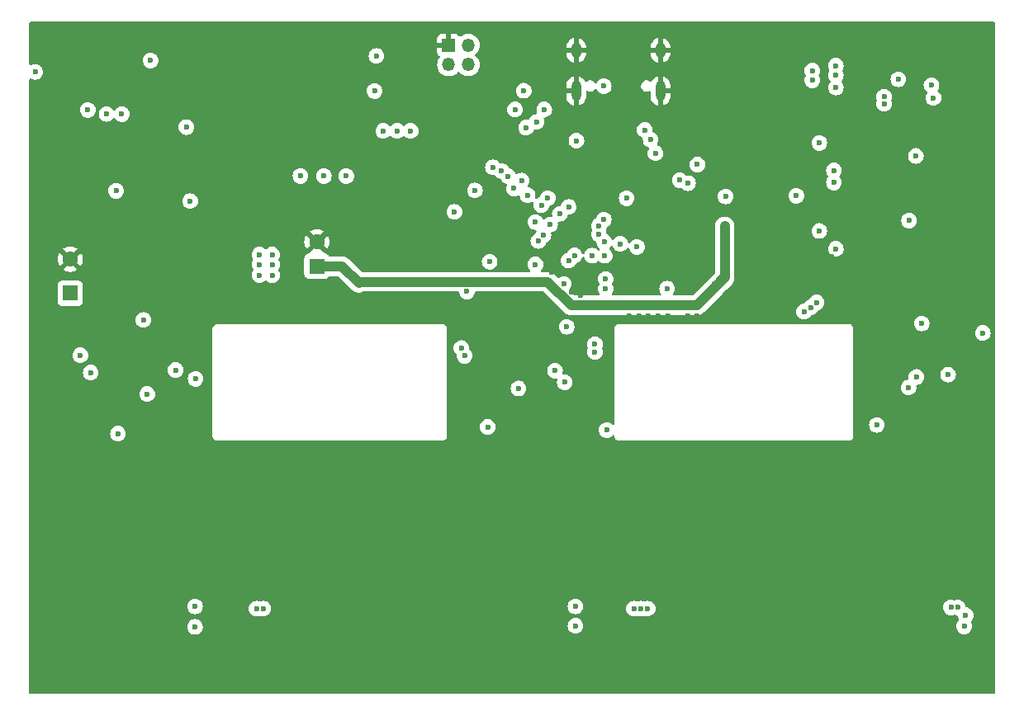
<source format=gbr>
%TF.GenerationSoftware,KiCad,Pcbnew,8.0.5*%
%TF.CreationDate,2024-12-04T18:09:42+09:00*%
%TF.ProjectId,GESC_Logic,47455343-5f4c-46f6-9769-632e6b696361,rev?*%
%TF.SameCoordinates,Original*%
%TF.FileFunction,Copper,L2,Inr*%
%TF.FilePolarity,Positive*%
%FSLAX46Y46*%
G04 Gerber Fmt 4.6, Leading zero omitted, Abs format (unit mm)*
G04 Created by KiCad (PCBNEW 8.0.5) date 2024-12-04 18:09:42*
%MOMM*%
%LPD*%
G01*
G04 APERTURE LIST*
%TA.AperFunction,ComponentPad*%
%ADD10R,1.600000X1.600000*%
%TD*%
%TA.AperFunction,ComponentPad*%
%ADD11C,1.600000*%
%TD*%
%TA.AperFunction,ComponentPad*%
%ADD12R,1.350000X1.350000*%
%TD*%
%TA.AperFunction,ComponentPad*%
%ADD13O,1.350000X1.350000*%
%TD*%
%TA.AperFunction,ComponentPad*%
%ADD14O,1.000000X2.100000*%
%TD*%
%TA.AperFunction,ComponentPad*%
%ADD15O,1.000000X1.600000*%
%TD*%
%TA.AperFunction,ViaPad*%
%ADD16C,0.600000*%
%TD*%
%TA.AperFunction,Conductor*%
%ADD17C,1.000000*%
%TD*%
G04 APERTURE END LIST*
D10*
%TO.N,+12V*%
%TO.C,C62*%
X104700000Y-113352651D03*
D11*
%TO.N,GND*%
X104700000Y-109852651D03*
%TD*%
D12*
%TO.N,GND*%
%TO.C,J11*%
X143500000Y-87900000D03*
D13*
%TO.N,SWCLK*%
X145500000Y-87900000D03*
%TO.N,SWDIO*%
X143500000Y-89900000D03*
%TO.N,+3V3*%
X145500000Y-89900000D03*
%TD*%
D10*
%TO.N,+5V*%
%TO.C,C63*%
X130000000Y-110582380D03*
D11*
%TO.N,GND*%
X130000000Y-108082380D03*
%TD*%
D14*
%TO.N,GND*%
%TO.C,J13*%
X165220000Y-92610000D03*
D15*
X165220000Y-88430000D03*
D14*
X156580000Y-92610000D03*
D15*
X156580000Y-88430000D03*
%TD*%
D16*
%TO.N,GND*%
X109975000Y-93754080D03*
X129400000Y-102900000D03*
X127800000Y-107000000D03*
X111300000Y-100400000D03*
X138600000Y-93100000D03*
X138600000Y-89300000D03*
X153300000Y-117700000D03*
X149500000Y-106500000D03*
X135700000Y-113900000D03*
X153300000Y-116300000D03*
X107200000Y-97900000D03*
X175400000Y-110600000D03*
X142500000Y-99500000D03*
X143600000Y-99500000D03*
X127800000Y-108000000D03*
X130400000Y-102900000D03*
X185500000Y-123500000D03*
X107100000Y-86750000D03*
X139500000Y-101500000D03*
X100900000Y-97300000D03*
X174200000Y-106900000D03*
X193200000Y-94500000D03*
X163600000Y-110400000D03*
X197600000Y-111800000D03*
X111300000Y-99600000D03*
X108400000Y-97900000D03*
X151400000Y-114900000D03*
X169000573Y-115711780D03*
X181100000Y-109700000D03*
X139500000Y-99500000D03*
X126500000Y-102900000D03*
X175200000Y-105900000D03*
X175400000Y-94800000D03*
X140500000Y-101500000D03*
X112100000Y-101300000D03*
X102900000Y-103300000D03*
X146900000Y-115000000D03*
X111300000Y-102300000D03*
X199200000Y-147300000D03*
X185500000Y-122500000D03*
X110900000Y-108625000D03*
X192300000Y-100700000D03*
X162280000Y-98480000D03*
X166200000Y-103300000D03*
X168000000Y-115700000D03*
X198700000Y-129400000D03*
X197700000Y-89100000D03*
X107900000Y-108625000D03*
X158200000Y-111300000D03*
X139800000Y-90800000D03*
X197800000Y-91900000D03*
X126800000Y-106000000D03*
X124740000Y-148140000D03*
X186900000Y-101800000D03*
X140500000Y-100500000D03*
X154060589Y-111200000D03*
X123700000Y-102900000D03*
X106900000Y-106300000D03*
X198600000Y-128100000D03*
X136700000Y-113800000D03*
X138900000Y-107800000D03*
X192800000Y-109100000D03*
X182600000Y-88500000D03*
X132800000Y-106000000D03*
X160200000Y-95900000D03*
X188900000Y-100700000D03*
X117700000Y-113600000D03*
X111300000Y-101300000D03*
X128400000Y-102900000D03*
X139900000Y-106800000D03*
X132800000Y-113900000D03*
X133400000Y-94400000D03*
X142500000Y-100500000D03*
X157000000Y-113600000D03*
X165500000Y-107200000D03*
X141500000Y-99500000D03*
X167200000Y-103300000D03*
X146700000Y-123005000D03*
X108000000Y-126200000D03*
X177200000Y-103300000D03*
X109900000Y-108625000D03*
X145800000Y-125600000D03*
X148100000Y-101700000D03*
X166000000Y-115700000D03*
X100900000Y-99300000D03*
X170500000Y-105900000D03*
X125400000Y-102900000D03*
X164400000Y-106000000D03*
X174200000Y-103300000D03*
X164100000Y-95500000D03*
X178200000Y-105900000D03*
X166500000Y-147200000D03*
X131400000Y-102900000D03*
X139500000Y-100500000D03*
X163000000Y-115700000D03*
X108400000Y-97100000D03*
X149000000Y-120000000D03*
X197600000Y-111000000D03*
X146000000Y-115100000D03*
X113400000Y-86800000D03*
X137500000Y-98500000D03*
X182800000Y-109600000D03*
X186000000Y-112900000D03*
X197600000Y-129400000D03*
X147800000Y-114900000D03*
X141500000Y-100500000D03*
X126800000Y-107000000D03*
X147400000Y-104000000D03*
X194300000Y-148875000D03*
X127800000Y-106000000D03*
X149000000Y-122000000D03*
X133700000Y-113900000D03*
X102900000Y-102300000D03*
X188000000Y-100600000D03*
X125900000Y-148500000D03*
X121800000Y-109000000D03*
X138900000Y-104800000D03*
X179000000Y-91400000D03*
X193200000Y-148875000D03*
X149000000Y-123000000D03*
X186300000Y-116148528D03*
X197900000Y-148500000D03*
X109100000Y-86750000D03*
X134400000Y-102900000D03*
X138900000Y-105800000D03*
X166500000Y-107200000D03*
X131800000Y-113900000D03*
X139900000Y-105800000D03*
X176200000Y-106900000D03*
X121800000Y-110000000D03*
X121800000Y-108000000D03*
X165000000Y-115700000D03*
X169500000Y-105900000D03*
X102900000Y-100300000D03*
X175200000Y-103300000D03*
X103900000Y-106300000D03*
X102900000Y-105300000D03*
X149000000Y-121000000D03*
X137500000Y-99500000D03*
X138900000Y-106800000D03*
X169200000Y-103300000D03*
X107200000Y-97100000D03*
X165000000Y-148200000D03*
X175400000Y-112600000D03*
X175200000Y-106900000D03*
X197500000Y-128000000D03*
X178200000Y-106900000D03*
X164600000Y-110400000D03*
X179800000Y-94400000D03*
X121800000Y-111000000D03*
X145200000Y-95000000D03*
X176200000Y-103300000D03*
X140900000Y-104800000D03*
X107800000Y-97500000D03*
X196200000Y-128000000D03*
X131800000Y-106000000D03*
X112000000Y-91800000D03*
X146700000Y-124595000D03*
X100900000Y-100300000D03*
X134700000Y-113900000D03*
X111000000Y-91800000D03*
X148700000Y-102200000D03*
X169500000Y-106900000D03*
X103900000Y-105300000D03*
X130800000Y-106000000D03*
X168500000Y-105900000D03*
X113800000Y-104820000D03*
X146260589Y-110460589D03*
X164000000Y-115700000D03*
X119700000Y-113600000D03*
X100900000Y-99300000D03*
X127400000Y-147400000D03*
X139500000Y-98500000D03*
X108900000Y-108625000D03*
X122800000Y-107000000D03*
X105900000Y-106300000D03*
X165500000Y-106000000D03*
X113400000Y-86800000D03*
X196100000Y-94500000D03*
X174500000Y-96000000D03*
X194600000Y-101200000D03*
X164240000Y-147640000D03*
X139900000Y-104800000D03*
X102900000Y-101300000D03*
X176200000Y-105900000D03*
X122400000Y-102900000D03*
X123800000Y-107000000D03*
X175400000Y-111700000D03*
X116656412Y-113576088D03*
X170500000Y-106900000D03*
X127500000Y-102900000D03*
X100900000Y-96300000D03*
X137900000Y-110800000D03*
X100900000Y-101300000D03*
X194600000Y-101200000D03*
X152800000Y-98800000D03*
X173200000Y-105900000D03*
X123800000Y-107000000D03*
X108900000Y-91800000D03*
X185500000Y-124500000D03*
X100900000Y-98300000D03*
X163690000Y-148190000D03*
X165600000Y-110400000D03*
X115100000Y-104820000D03*
X186525000Y-117600000D03*
X138500000Y-98500000D03*
X101900000Y-100300000D03*
X111100000Y-86750000D03*
X153300000Y-114900000D03*
X156100000Y-113200000D03*
X109600000Y-100300000D03*
X140500000Y-99500000D03*
X112100000Y-100400000D03*
X150200000Y-107100000D03*
X196200000Y-129300000D03*
X137700000Y-113800000D03*
X137000000Y-94400000D03*
X102900000Y-104300000D03*
X124400000Y-102900000D03*
X176000000Y-97300000D03*
X188900000Y-101800000D03*
X125240000Y-147640000D03*
X198500000Y-125625000D03*
X145498097Y-107103984D03*
X194600000Y-107900000D03*
X103800000Y-86225000D03*
X112100000Y-102300000D03*
X124800000Y-107000000D03*
X196300000Y-109100000D03*
X104900000Y-106300000D03*
X197600000Y-102500000D03*
X130800000Y-113900000D03*
X110000000Y-91800000D03*
X197600000Y-94500000D03*
X175400000Y-109500000D03*
X124500000Y-102900000D03*
X174200000Y-105900000D03*
X188000000Y-101800000D03*
X138500000Y-99500000D03*
X128800000Y-106000000D03*
X185500000Y-125300000D03*
X177200000Y-106900000D03*
X177200000Y-105900000D03*
X125800000Y-107000000D03*
X168200000Y-103300000D03*
X118700000Y-113600000D03*
X162000000Y-115700000D03*
X152500000Y-92600000D03*
X121800000Y-107000000D03*
X106900000Y-108625000D03*
X129800000Y-106000000D03*
X107300000Y-123000000D03*
X139900000Y-107800000D03*
X106100000Y-86750000D03*
%TO.N,+5V*%
X125400000Y-109400000D03*
X124100000Y-109400000D03*
X183200000Y-108800000D03*
X191400000Y-99262500D03*
X124100000Y-111500000D03*
X125400000Y-111500000D03*
X124100000Y-110400000D03*
X125400000Y-110400000D03*
X171900000Y-103425000D03*
X171700000Y-111830000D03*
X181500000Y-97932500D03*
X171800000Y-106500000D03*
X159400000Y-92100000D03*
X192000000Y-116462500D03*
%TO.N,+3V3*%
X147702308Y-110121095D03*
X136800000Y-96700000D03*
X189600000Y-91400000D03*
X195700000Y-145600000D03*
X188145000Y-93900000D03*
X179150000Y-103350000D03*
X152513721Y-95773856D03*
X124500000Y-145725000D03*
X162500000Y-145725000D03*
X193200000Y-93300000D03*
X146200000Y-102800000D03*
X163200000Y-145725000D03*
X151200000Y-92568750D03*
X155300000Y-112400000D03*
X188145000Y-93200000D03*
X161750000Y-103601470D03*
X190700000Y-105900000D03*
X123800000Y-145725000D03*
X180790000Y-90500000D03*
X180790000Y-91500000D03*
X163900000Y-145725000D03*
X138200000Y-96700000D03*
X155600000Y-116800000D03*
X144100000Y-105000000D03*
X159700000Y-127400000D03*
X139600000Y-96700000D03*
X155800000Y-104500000D03*
X195000000Y-145600000D03*
X181500000Y-106962500D03*
%TO.N,+12V*%
X109600000Y-127775000D03*
X187400000Y-126875000D03*
X128300000Y-101325000D03*
X147500000Y-127075000D03*
X130700000Y-101325000D03*
X133000000Y-101325000D03*
%TO.N,Phase_A*%
X117555090Y-122149910D03*
%TO.N,Phase_B*%
X155400000Y-122500000D03*
%TO.N,Phase_C*%
X191452500Y-121947500D03*
%TO.N,M_TMP\u002C MOSI*%
X158200000Y-109500000D03*
X159500000Y-109500000D03*
%TO.N,PPM*%
X148035875Y-100428724D03*
X169000000Y-100150000D03*
%TO.N,ADC2\u002C MISO*%
X156416117Y-109483883D03*
X158900000Y-107300000D03*
%TO.N,ADC1\u002C CS*%
X159465687Y-108082842D03*
X155800000Y-110000000D03*
%TO.N,V_A*%
X112200000Y-116100000D03*
X145375735Y-113175735D03*
%TO.N,LED_R*%
X153300000Y-94500000D03*
X156600000Y-97700000D03*
%TO.N,Net-(J1-Pin_2)*%
X135900000Y-92600000D03*
X101100000Y-90640000D03*
X101100000Y-90640000D03*
%TO.N,/Gate Drivers/AL*%
X154900000Y-105200000D03*
X106800000Y-121500000D03*
%TO.N,/Gate Drivers/AH*%
X153000000Y-104300000D03*
X105735809Y-119720732D03*
%TO.N,F_TEMP_*%
X158500000Y-119375000D03*
X158500000Y-118600000D03*
%TO.N,+BATT*%
X112935000Y-89465000D03*
X198260178Y-117434405D03*
X136100000Y-89000000D03*
X179934872Y-115242126D03*
%TO.N,Net-(J5-Pin_4)*%
X194700000Y-121700000D03*
%TO.N,BMI160_SCL*%
X148900000Y-100800000D03*
X183000000Y-100750000D03*
%TO.N,BMI160_SDA*%
X183000000Y-102000000D03*
X149600000Y-101350000D03*
%TO.N,USART_TX\u002C SCL*%
X161100000Y-108300000D03*
X158915143Y-106436328D03*
%TO.N,USART_RX\u002C SDA*%
X159400000Y-105800000D03*
X162800000Y-108600000D03*
%TO.N,Net-(J9-Pin_2)*%
X163600000Y-96600000D03*
X183200000Y-90000000D03*
%TO.N,Net-(J9-Pin_3)*%
X164200000Y-97600000D03*
X183200000Y-91000000D03*
%TO.N,Net-(J9-Pin_4)*%
X183200000Y-92250000D03*
X164700000Y-99000000D03*
%TO.N,UART_RX*%
X168039106Y-102056148D03*
X193000000Y-92000000D03*
X193000000Y-92000000D03*
X150200000Y-102600000D03*
%TO.N,UART_TX*%
X167200000Y-101750000D03*
X151000000Y-101800000D03*
%TO.N,SWDIO*%
X151450000Y-96350000D03*
%TO.N,SWCLK*%
X150300000Y-94500000D03*
%TO.N,CAN_RXD*%
X153212149Y-107385421D03*
X159600000Y-112900000D03*
%TO.N,CAN_TXD*%
X159600000Y-111900000D03*
X152700000Y-108000000D03*
%TO.N,SHA_-*%
X117500000Y-147600000D03*
%TO.N,SHA_+*%
X117500000Y-145500000D03*
%TO.N,SHB_+*%
X156500000Y-145500000D03*
%TO.N,SHB_-*%
X156500000Y-147500000D03*
%TO.N,SHC_-*%
X196350000Y-147550000D03*
%TO.N,SHC_+*%
X196500000Y-146400000D03*
%TO.N,/Gate Drivers/BH*%
X152392893Y-106044363D03*
X144800000Y-118986206D03*
%TO.N,/Gate Drivers/BL*%
X153900000Y-106300000D03*
X145132760Y-119781749D03*
%TO.N,/Gate Drivers/CH*%
X151600000Y-103300000D03*
X181226102Y-114300000D03*
%TO.N,/Gate Drivers/CL*%
X153663057Y-103600000D03*
X180601602Y-114800000D03*
%TO.N,VSENSE*%
X152400000Y-110400000D03*
X165900000Y-112887500D03*
%TO.N,Net-(U11-VCC)*%
X108424859Y-94954080D03*
X109400000Y-102840000D03*
%TO.N,Net-(Q1-G)*%
X117000000Y-103900000D03*
X109986572Y-94964093D03*
%TO.N,Net-(Q3-G)*%
X116600000Y-96300000D03*
X106500000Y-94540000D03*
%TO.N,Net-(J3-Pin_4)*%
X115500000Y-121240000D03*
%TO.N,Net-(J3-Pin_1)*%
X112598613Y-123702817D03*
%TO.N,Net-(J4-Pin_2)*%
X154400000Y-121300000D03*
%TO.N,Net-(J4-Pin_3)*%
X150656239Y-123134359D03*
%TO.N,Net-(J5-Pin_3)*%
X190647018Y-123041053D03*
%TD*%
D17*
%TO.N,+5V*%
X168930000Y-114600000D02*
X170915000Y-112615000D01*
X153661521Y-112175735D02*
X156085786Y-114600000D01*
X134300000Y-112300000D02*
X134424265Y-112175735D01*
X171800000Y-111730000D02*
X171800000Y-106500000D01*
X168930000Y-114600000D02*
X171800000Y-111730000D01*
X156085786Y-114600000D02*
X168930000Y-114600000D01*
X132582380Y-110582380D02*
X134300000Y-112300000D01*
X130000000Y-110582380D02*
X132582380Y-110582380D01*
X134424265Y-112175735D02*
X153661521Y-112175735D01*
X170915000Y-112615000D02*
X171700000Y-111830000D01*
X170915000Y-112615000D02*
X170915000Y-112570786D01*
%TD*%
%TA.AperFunction,Conductor*%
%TO.N,GND*%
G36*
X199442539Y-85520185D02*
G01*
X199488294Y-85572989D01*
X199499500Y-85624500D01*
X199499500Y-154375500D01*
X199479815Y-154442539D01*
X199427011Y-154488294D01*
X199375500Y-154499500D01*
X100624500Y-154499500D01*
X100557461Y-154479815D01*
X100511706Y-154427011D01*
X100500500Y-154375500D01*
X100500500Y-147599996D01*
X116694435Y-147599996D01*
X116694435Y-147600003D01*
X116714630Y-147779249D01*
X116714631Y-147779254D01*
X116774211Y-147949523D01*
X116838767Y-148052262D01*
X116870184Y-148102262D01*
X116997738Y-148229816D01*
X117150478Y-148325789D01*
X117235573Y-148355565D01*
X117320745Y-148385368D01*
X117320750Y-148385369D01*
X117499996Y-148405565D01*
X117500000Y-148405565D01*
X117500004Y-148405565D01*
X117679249Y-148385369D01*
X117679252Y-148385368D01*
X117679255Y-148385368D01*
X117849522Y-148325789D01*
X118002262Y-148229816D01*
X118129816Y-148102262D01*
X118225789Y-147949522D01*
X118285368Y-147779255D01*
X118291002Y-147729254D01*
X118305565Y-147600003D01*
X118305565Y-147599996D01*
X118294298Y-147499996D01*
X155694435Y-147499996D01*
X155694435Y-147500003D01*
X155714630Y-147679249D01*
X155714631Y-147679254D01*
X155774211Y-147849523D01*
X155837045Y-147949522D01*
X155870184Y-148002262D01*
X155997738Y-148129816D01*
X156150478Y-148225789D01*
X156161984Y-148229815D01*
X156320745Y-148285368D01*
X156320750Y-148285369D01*
X156499996Y-148305565D01*
X156500000Y-148305565D01*
X156500004Y-148305565D01*
X156679249Y-148285369D01*
X156679252Y-148285368D01*
X156679255Y-148285368D01*
X156849522Y-148225789D01*
X157002262Y-148129816D01*
X157129816Y-148002262D01*
X157225789Y-147849522D01*
X157285368Y-147679255D01*
X157285369Y-147679249D01*
X157305565Y-147500003D01*
X157305565Y-147499996D01*
X157285369Y-147320750D01*
X157285368Y-147320745D01*
X157225789Y-147150478D01*
X157129816Y-146997738D01*
X157002262Y-146870184D01*
X156849523Y-146774211D01*
X156679254Y-146714631D01*
X156679249Y-146714630D01*
X156500004Y-146694435D01*
X156499996Y-146694435D01*
X156320750Y-146714630D01*
X156320745Y-146714631D01*
X156150476Y-146774211D01*
X155997737Y-146870184D01*
X155870184Y-146997737D01*
X155774211Y-147150476D01*
X155714631Y-147320745D01*
X155714630Y-147320750D01*
X155694435Y-147499996D01*
X118294298Y-147499996D01*
X118285369Y-147420750D01*
X118285368Y-147420745D01*
X118225788Y-147250476D01*
X118162955Y-147150478D01*
X118129816Y-147097738D01*
X118002262Y-146970184D01*
X118001025Y-146969407D01*
X117849523Y-146874211D01*
X117679254Y-146814631D01*
X117679249Y-146814630D01*
X117500004Y-146794435D01*
X117499996Y-146794435D01*
X117320750Y-146814630D01*
X117320745Y-146814631D01*
X117150476Y-146874211D01*
X116997737Y-146970184D01*
X116870184Y-147097737D01*
X116774211Y-147250476D01*
X116714631Y-147420745D01*
X116714630Y-147420750D01*
X116694435Y-147599996D01*
X100500500Y-147599996D01*
X100500500Y-145499996D01*
X116694435Y-145499996D01*
X116694435Y-145500003D01*
X116714630Y-145679249D01*
X116714631Y-145679254D01*
X116774211Y-145849523D01*
X116804507Y-145897738D01*
X116870184Y-146002262D01*
X116997738Y-146129816D01*
X117088080Y-146186582D01*
X117142450Y-146220745D01*
X117150478Y-146225789D01*
X117154688Y-146227262D01*
X117320745Y-146285368D01*
X117320750Y-146285369D01*
X117499996Y-146305565D01*
X117500000Y-146305565D01*
X117500004Y-146305565D01*
X117679249Y-146285369D01*
X117679252Y-146285368D01*
X117679255Y-146285368D01*
X117849522Y-146225789D01*
X118002262Y-146129816D01*
X118129816Y-146002262D01*
X118225789Y-145849522D01*
X118269363Y-145724996D01*
X122994435Y-145724996D01*
X122994435Y-145725003D01*
X123014630Y-145904249D01*
X123014631Y-145904254D01*
X123074211Y-146074523D01*
X123166089Y-146220745D01*
X123170184Y-146227262D01*
X123297738Y-146354816D01*
X123388080Y-146411582D01*
X123403059Y-146420994D01*
X123450478Y-146450789D01*
X123529923Y-146478588D01*
X123620745Y-146510368D01*
X123620750Y-146510369D01*
X123799996Y-146530565D01*
X123800000Y-146530565D01*
X123800004Y-146530565D01*
X123979249Y-146510369D01*
X123979251Y-146510368D01*
X123979255Y-146510368D01*
X123979258Y-146510366D01*
X123979262Y-146510366D01*
X124109045Y-146464953D01*
X124178824Y-146461391D01*
X124190955Y-146464953D01*
X124320737Y-146510366D01*
X124320743Y-146510367D01*
X124320745Y-146510368D01*
X124320746Y-146510368D01*
X124320750Y-146510369D01*
X124499996Y-146530565D01*
X124500000Y-146530565D01*
X124500004Y-146530565D01*
X124679249Y-146510369D01*
X124679252Y-146510368D01*
X124679255Y-146510368D01*
X124849522Y-146450789D01*
X125002262Y-146354816D01*
X125129816Y-146227262D01*
X125225789Y-146074522D01*
X125285368Y-145904255D01*
X125285369Y-145904249D01*
X125305565Y-145725003D01*
X125305565Y-145724996D01*
X125285369Y-145545750D01*
X125285368Y-145545745D01*
X125269360Y-145499996D01*
X155694435Y-145499996D01*
X155694435Y-145500003D01*
X155714630Y-145679249D01*
X155714631Y-145679254D01*
X155774211Y-145849523D01*
X155804507Y-145897738D01*
X155870184Y-146002262D01*
X155997738Y-146129816D01*
X156088080Y-146186582D01*
X156142450Y-146220745D01*
X156150478Y-146225789D01*
X156154688Y-146227262D01*
X156320745Y-146285368D01*
X156320750Y-146285369D01*
X156499996Y-146305565D01*
X156500000Y-146305565D01*
X156500004Y-146305565D01*
X156679249Y-146285369D01*
X156679252Y-146285368D01*
X156679255Y-146285368D01*
X156849522Y-146225789D01*
X157002262Y-146129816D01*
X157129816Y-146002262D01*
X157225789Y-145849522D01*
X157269363Y-145724996D01*
X161694435Y-145724996D01*
X161694435Y-145725003D01*
X161714630Y-145904249D01*
X161714631Y-145904254D01*
X161774211Y-146074523D01*
X161866089Y-146220745D01*
X161870184Y-146227262D01*
X161997738Y-146354816D01*
X162088080Y-146411582D01*
X162103059Y-146420994D01*
X162150478Y-146450789D01*
X162229923Y-146478588D01*
X162320745Y-146510368D01*
X162320750Y-146510369D01*
X162499996Y-146530565D01*
X162500000Y-146530565D01*
X162500004Y-146530565D01*
X162679249Y-146510369D01*
X162679251Y-146510368D01*
X162679255Y-146510368D01*
X162679258Y-146510366D01*
X162679262Y-146510366D01*
X162809045Y-146464953D01*
X162878824Y-146461391D01*
X162890955Y-146464953D01*
X163020737Y-146510366D01*
X163020743Y-146510367D01*
X163020745Y-146510368D01*
X163020746Y-146510368D01*
X163020750Y-146510369D01*
X163199996Y-146530565D01*
X163200000Y-146530565D01*
X163200004Y-146530565D01*
X163379249Y-146510369D01*
X163379251Y-146510368D01*
X163379255Y-146510368D01*
X163379258Y-146510366D01*
X163379262Y-146510366D01*
X163509045Y-146464953D01*
X163578824Y-146461391D01*
X163590955Y-146464953D01*
X163720737Y-146510366D01*
X163720743Y-146510367D01*
X163720745Y-146510368D01*
X163720746Y-146510368D01*
X163720750Y-146510369D01*
X163899996Y-146530565D01*
X163900000Y-146530565D01*
X163900004Y-146530565D01*
X164079249Y-146510369D01*
X164079252Y-146510368D01*
X164079255Y-146510368D01*
X164249522Y-146450789D01*
X164402262Y-146354816D01*
X164529816Y-146227262D01*
X164625789Y-146074522D01*
X164685368Y-145904255D01*
X164685369Y-145904249D01*
X164705565Y-145725003D01*
X164705565Y-145724996D01*
X164691481Y-145599996D01*
X194194435Y-145599996D01*
X194194435Y-145600003D01*
X194214630Y-145779249D01*
X194214631Y-145779254D01*
X194274211Y-145949523D01*
X194337646Y-146050478D01*
X194370184Y-146102262D01*
X194497738Y-146229816D01*
X194650478Y-146325789D01*
X194820739Y-146385366D01*
X194820745Y-146385368D01*
X194820750Y-146385369D01*
X194999996Y-146405565D01*
X195000000Y-146405565D01*
X195000004Y-146405565D01*
X195179249Y-146385369D01*
X195179251Y-146385368D01*
X195179255Y-146385368D01*
X195179258Y-146385366D01*
X195179262Y-146385366D01*
X195309045Y-146339953D01*
X195378824Y-146336391D01*
X195390955Y-146339953D01*
X195520737Y-146385366D01*
X195520741Y-146385367D01*
X195520742Y-146385367D01*
X195520745Y-146385368D01*
X195596735Y-146393929D01*
X195661145Y-146420994D01*
X195700701Y-146478588D01*
X195706069Y-146503265D01*
X195714630Y-146579249D01*
X195774210Y-146749521D01*
X195815827Y-146815754D01*
X195834827Y-146882991D01*
X195814459Y-146949826D01*
X195798515Y-146969407D01*
X195720183Y-147047739D01*
X195624211Y-147200476D01*
X195564631Y-147370745D01*
X195564630Y-147370750D01*
X195544435Y-147549996D01*
X195544435Y-147550003D01*
X195564630Y-147729249D01*
X195564631Y-147729254D01*
X195624211Y-147899523D01*
X195688767Y-148002262D01*
X195720184Y-148052262D01*
X195847738Y-148179816D01*
X196000478Y-148275789D01*
X196085573Y-148305565D01*
X196170745Y-148335368D01*
X196170750Y-148335369D01*
X196349996Y-148355565D01*
X196350000Y-148355565D01*
X196350004Y-148355565D01*
X196529249Y-148335369D01*
X196529252Y-148335368D01*
X196529255Y-148335368D01*
X196699522Y-148275789D01*
X196852262Y-148179816D01*
X196979816Y-148052262D01*
X197075789Y-147899522D01*
X197135368Y-147729255D01*
X197141002Y-147679254D01*
X197155565Y-147550003D01*
X197155565Y-147549996D01*
X197135369Y-147370750D01*
X197135368Y-147370745D01*
X197117872Y-147320745D01*
X197075789Y-147200478D01*
X197034171Y-147134244D01*
X197015172Y-147067009D01*
X197035540Y-147000173D01*
X197051476Y-146980601D01*
X197129816Y-146902262D01*
X197225789Y-146749522D01*
X197285368Y-146579255D01*
X197293930Y-146503265D01*
X197305565Y-146400003D01*
X197305565Y-146399996D01*
X197285369Y-146220750D01*
X197285368Y-146220745D01*
X197225789Y-146050478D01*
X197129816Y-145897738D01*
X197002262Y-145770184D01*
X196930346Y-145724996D01*
X196849521Y-145674210D01*
X196679249Y-145614630D01*
X196603265Y-145606069D01*
X196538851Y-145579002D01*
X196499296Y-145521407D01*
X196493930Y-145496743D01*
X196485368Y-145420745D01*
X196425789Y-145250478D01*
X196329816Y-145097738D01*
X196202262Y-144970184D01*
X196153639Y-144939632D01*
X196049523Y-144874211D01*
X195879254Y-144814631D01*
X195879249Y-144814630D01*
X195700004Y-144794435D01*
X195699996Y-144794435D01*
X195520750Y-144814630D01*
X195520742Y-144814632D01*
X195390954Y-144860047D01*
X195321175Y-144863608D01*
X195309046Y-144860047D01*
X195179257Y-144814632D01*
X195179249Y-144814630D01*
X195000004Y-144794435D01*
X194999996Y-144794435D01*
X194820750Y-144814630D01*
X194820745Y-144814631D01*
X194650476Y-144874211D01*
X194497737Y-144970184D01*
X194370184Y-145097737D01*
X194274211Y-145250476D01*
X194214631Y-145420745D01*
X194214630Y-145420750D01*
X194194435Y-145599996D01*
X164691481Y-145599996D01*
X164685369Y-145545750D01*
X164685368Y-145545745D01*
X164641630Y-145420750D01*
X164625789Y-145375478D01*
X164529816Y-145222738D01*
X164402262Y-145095184D01*
X164249523Y-144999211D01*
X164079254Y-144939631D01*
X164079249Y-144939630D01*
X163900004Y-144919435D01*
X163899996Y-144919435D01*
X163720750Y-144939630D01*
X163720742Y-144939632D01*
X163590954Y-144985047D01*
X163521175Y-144988608D01*
X163509046Y-144985047D01*
X163379257Y-144939632D01*
X163379249Y-144939630D01*
X163200004Y-144919435D01*
X163199996Y-144919435D01*
X163020750Y-144939630D01*
X163020742Y-144939632D01*
X162890954Y-144985047D01*
X162821175Y-144988608D01*
X162809046Y-144985047D01*
X162679257Y-144939632D01*
X162679249Y-144939630D01*
X162500004Y-144919435D01*
X162499996Y-144919435D01*
X162320750Y-144939630D01*
X162320745Y-144939631D01*
X162150476Y-144999211D01*
X161997737Y-145095184D01*
X161870184Y-145222737D01*
X161774211Y-145375476D01*
X161714631Y-145545745D01*
X161714630Y-145545750D01*
X161694435Y-145724996D01*
X157269363Y-145724996D01*
X157285368Y-145679255D01*
X157285369Y-145679249D01*
X157305565Y-145500003D01*
X157305565Y-145499996D01*
X157285369Y-145320750D01*
X157285368Y-145320745D01*
X157225789Y-145150478D01*
X157129816Y-144997738D01*
X157002262Y-144870184D01*
X156913852Y-144814632D01*
X156849523Y-144774211D01*
X156679254Y-144714631D01*
X156679249Y-144714630D01*
X156500004Y-144694435D01*
X156499996Y-144694435D01*
X156320750Y-144714630D01*
X156320745Y-144714631D01*
X156150476Y-144774211D01*
X155997737Y-144870184D01*
X155870184Y-144997737D01*
X155774211Y-145150476D01*
X155714631Y-145320745D01*
X155714630Y-145320750D01*
X155694435Y-145499996D01*
X125269360Y-145499996D01*
X125241630Y-145420750D01*
X125225789Y-145375478D01*
X125129816Y-145222738D01*
X125002262Y-145095184D01*
X124849523Y-144999211D01*
X124679254Y-144939631D01*
X124679249Y-144939630D01*
X124500004Y-144919435D01*
X124499996Y-144919435D01*
X124320750Y-144939630D01*
X124320742Y-144939632D01*
X124190954Y-144985047D01*
X124121175Y-144988608D01*
X124109046Y-144985047D01*
X123979257Y-144939632D01*
X123979249Y-144939630D01*
X123800004Y-144919435D01*
X123799996Y-144919435D01*
X123620750Y-144939630D01*
X123620745Y-144939631D01*
X123450476Y-144999211D01*
X123297737Y-145095184D01*
X123170184Y-145222737D01*
X123074211Y-145375476D01*
X123014631Y-145545745D01*
X123014630Y-145545750D01*
X122994435Y-145724996D01*
X118269363Y-145724996D01*
X118285368Y-145679255D01*
X118285369Y-145679249D01*
X118305565Y-145500003D01*
X118305565Y-145499996D01*
X118285369Y-145320750D01*
X118285368Y-145320745D01*
X118225789Y-145150478D01*
X118129816Y-144997738D01*
X118002262Y-144870184D01*
X117913852Y-144814632D01*
X117849523Y-144774211D01*
X117679254Y-144714631D01*
X117679249Y-144714630D01*
X117500004Y-144694435D01*
X117499996Y-144694435D01*
X117320750Y-144714630D01*
X117320745Y-144714631D01*
X117150476Y-144774211D01*
X116997737Y-144870184D01*
X116870184Y-144997737D01*
X116774211Y-145150476D01*
X116714631Y-145320745D01*
X116714630Y-145320750D01*
X116694435Y-145499996D01*
X100500500Y-145499996D01*
X100500500Y-127774996D01*
X108794435Y-127774996D01*
X108794435Y-127775003D01*
X108814630Y-127954249D01*
X108814631Y-127954254D01*
X108874211Y-128124523D01*
X108970184Y-128277262D01*
X109097738Y-128404816D01*
X109188080Y-128461582D01*
X109195735Y-128466392D01*
X109250478Y-128500789D01*
X109420745Y-128560368D01*
X109420750Y-128560369D01*
X109599996Y-128580565D01*
X109600000Y-128580565D01*
X109600004Y-128580565D01*
X109779249Y-128560369D01*
X109779252Y-128560368D01*
X109779255Y-128560368D01*
X109949522Y-128500789D01*
X110102262Y-128404816D01*
X110229816Y-128277262D01*
X110325789Y-128124522D01*
X110385368Y-127954255D01*
X110385369Y-127954249D01*
X110405565Y-127775003D01*
X110405565Y-127774996D01*
X110385369Y-127595750D01*
X110385368Y-127595745D01*
X110379596Y-127579249D01*
X110325789Y-127425478D01*
X110325188Y-127424522D01*
X110229815Y-127272737D01*
X110102262Y-127145184D01*
X109949523Y-127049211D01*
X109779254Y-126989631D01*
X109779249Y-126989630D01*
X109600004Y-126969435D01*
X109599996Y-126969435D01*
X109420750Y-126989630D01*
X109420745Y-126989631D01*
X109250476Y-127049211D01*
X109097737Y-127145184D01*
X108970184Y-127272737D01*
X108874211Y-127425476D01*
X108814631Y-127595745D01*
X108814630Y-127595750D01*
X108794435Y-127774996D01*
X100500500Y-127774996D01*
X100500500Y-123702813D01*
X111793048Y-123702813D01*
X111793048Y-123702820D01*
X111813243Y-123882066D01*
X111813244Y-123882071D01*
X111872824Y-124052340D01*
X111968797Y-124205079D01*
X112096351Y-124332633D01*
X112249091Y-124428606D01*
X112419358Y-124488185D01*
X112419363Y-124488186D01*
X112598609Y-124508382D01*
X112598613Y-124508382D01*
X112598617Y-124508382D01*
X112777862Y-124488186D01*
X112777865Y-124488185D01*
X112777868Y-124488185D01*
X112948135Y-124428606D01*
X113100875Y-124332633D01*
X113228429Y-124205079D01*
X113324402Y-124052339D01*
X113383981Y-123882072D01*
X113383982Y-123882066D01*
X113404178Y-123702820D01*
X113404178Y-123702813D01*
X113383982Y-123523567D01*
X113383981Y-123523562D01*
X113324401Y-123353293D01*
X113281721Y-123285368D01*
X113228429Y-123200555D01*
X113100875Y-123073001D01*
X113050030Y-123041053D01*
X112948136Y-122977028D01*
X112777867Y-122917448D01*
X112777862Y-122917447D01*
X112598617Y-122897252D01*
X112598609Y-122897252D01*
X112419363Y-122917447D01*
X112419358Y-122917448D01*
X112249089Y-122977028D01*
X112096350Y-123073001D01*
X111968797Y-123200554D01*
X111872824Y-123353293D01*
X111813244Y-123523562D01*
X111813243Y-123523567D01*
X111793048Y-123702813D01*
X100500500Y-123702813D01*
X100500500Y-121499996D01*
X105994435Y-121499996D01*
X105994435Y-121500003D01*
X106014630Y-121679249D01*
X106014631Y-121679254D01*
X106074211Y-121849523D01*
X106147266Y-121965788D01*
X106170184Y-122002262D01*
X106297738Y-122129816D01*
X106373609Y-122177489D01*
X106442324Y-122220666D01*
X106450478Y-122225789D01*
X106620745Y-122285368D01*
X106620750Y-122285369D01*
X106799996Y-122305565D01*
X106800000Y-122305565D01*
X106800004Y-122305565D01*
X106979249Y-122285369D01*
X106979252Y-122285368D01*
X106979255Y-122285368D01*
X107149522Y-122225789D01*
X107270289Y-122149906D01*
X116749525Y-122149906D01*
X116749525Y-122149913D01*
X116769720Y-122329159D01*
X116769721Y-122329164D01*
X116829301Y-122499433D01*
X116878238Y-122577315D01*
X116925274Y-122652172D01*
X117052828Y-122779726D01*
X117102702Y-122811064D01*
X117183452Y-122861803D01*
X117205568Y-122875699D01*
X117267163Y-122897252D01*
X117375835Y-122935278D01*
X117375840Y-122935279D01*
X117555086Y-122955475D01*
X117555090Y-122955475D01*
X117555094Y-122955475D01*
X117734339Y-122935279D01*
X117734342Y-122935278D01*
X117734345Y-122935278D01*
X117904612Y-122875699D01*
X118057352Y-122779726D01*
X118184906Y-122652172D01*
X118280879Y-122499432D01*
X118340458Y-122329165D01*
X118341407Y-122320742D01*
X118360655Y-122149913D01*
X118360655Y-122149906D01*
X118340459Y-121970660D01*
X118340458Y-121970655D01*
X118308475Y-121879254D01*
X118280879Y-121800388D01*
X118266411Y-121777363D01*
X118186084Y-121649523D01*
X118184906Y-121647648D01*
X118057352Y-121520094D01*
X117904613Y-121424121D01*
X117734344Y-121364541D01*
X117734339Y-121364540D01*
X117555094Y-121344345D01*
X117555086Y-121344345D01*
X117375840Y-121364540D01*
X117375835Y-121364541D01*
X117205566Y-121424121D01*
X117052827Y-121520094D01*
X116925274Y-121647647D01*
X116829301Y-121800386D01*
X116769721Y-121970655D01*
X116769720Y-121970660D01*
X116749525Y-122149906D01*
X107270289Y-122149906D01*
X107302262Y-122129816D01*
X107429816Y-122002262D01*
X107525789Y-121849522D01*
X107585368Y-121679255D01*
X107588718Y-121649522D01*
X107605565Y-121500003D01*
X107605565Y-121499996D01*
X107585369Y-121320750D01*
X107585368Y-121320745D01*
X107557113Y-121239996D01*
X114694435Y-121239996D01*
X114694435Y-121240003D01*
X114714630Y-121419249D01*
X114714631Y-121419254D01*
X114774211Y-121589523D01*
X114811912Y-121649523D01*
X114870184Y-121742262D01*
X114997738Y-121869816D01*
X115150478Y-121965789D01*
X115241783Y-121997738D01*
X115320745Y-122025368D01*
X115320750Y-122025369D01*
X115499996Y-122045565D01*
X115500000Y-122045565D01*
X115500004Y-122045565D01*
X115679249Y-122025369D01*
X115679252Y-122025368D01*
X115679255Y-122025368D01*
X115849522Y-121965789D01*
X116002262Y-121869816D01*
X116129816Y-121742262D01*
X116225789Y-121589522D01*
X116285368Y-121419255D01*
X116291533Y-121364540D01*
X116305565Y-121240003D01*
X116305565Y-121239996D01*
X116285369Y-121060750D01*
X116285368Y-121060745D01*
X116263321Y-120997738D01*
X116225789Y-120890478D01*
X116213037Y-120870184D01*
X116186582Y-120828080D01*
X116129816Y-120737738D01*
X116002262Y-120610184D01*
X115965865Y-120587314D01*
X115849523Y-120514211D01*
X115679254Y-120454631D01*
X115679249Y-120454630D01*
X115500004Y-120434435D01*
X115499996Y-120434435D01*
X115320750Y-120454630D01*
X115320745Y-120454631D01*
X115150476Y-120514211D01*
X114997737Y-120610184D01*
X114870184Y-120737737D01*
X114774211Y-120890476D01*
X114714631Y-121060745D01*
X114714630Y-121060750D01*
X114694435Y-121239996D01*
X107557113Y-121239996D01*
X107525789Y-121150478D01*
X107507106Y-121120745D01*
X107429815Y-120997737D01*
X107302262Y-120870184D01*
X107149523Y-120774211D01*
X106979254Y-120714631D01*
X106979249Y-120714630D01*
X106800004Y-120694435D01*
X106799996Y-120694435D01*
X106620750Y-120714630D01*
X106620745Y-120714631D01*
X106450476Y-120774211D01*
X106297737Y-120870184D01*
X106170184Y-120997737D01*
X106074211Y-121150476D01*
X106014631Y-121320745D01*
X106014630Y-121320750D01*
X105994435Y-121499996D01*
X100500500Y-121499996D01*
X100500500Y-119720728D01*
X104930244Y-119720728D01*
X104930244Y-119720735D01*
X104950439Y-119899981D01*
X104950440Y-119899986D01*
X105010020Y-120070255D01*
X105048360Y-120131272D01*
X105105993Y-120222994D01*
X105233547Y-120350548D01*
X105386287Y-120446521D01*
X105556554Y-120506100D01*
X105556559Y-120506101D01*
X105735805Y-120526297D01*
X105735809Y-120526297D01*
X105735813Y-120526297D01*
X105915058Y-120506101D01*
X105915061Y-120506100D01*
X105915064Y-120506100D01*
X106085331Y-120446521D01*
X106238071Y-120350548D01*
X106365625Y-120222994D01*
X106461598Y-120070254D01*
X106521177Y-119899987D01*
X106521178Y-119899981D01*
X106541374Y-119720735D01*
X106541374Y-119720728D01*
X106521178Y-119541482D01*
X106521177Y-119541477D01*
X106462924Y-119375000D01*
X106461598Y-119371210D01*
X106365625Y-119218470D01*
X106238071Y-119090916D01*
X106138667Y-119028456D01*
X106085332Y-118994943D01*
X105915063Y-118935363D01*
X105915058Y-118935362D01*
X105735813Y-118915167D01*
X105735805Y-118915167D01*
X105556559Y-118935362D01*
X105556554Y-118935363D01*
X105386285Y-118994943D01*
X105233546Y-119090916D01*
X105105993Y-119218469D01*
X105010020Y-119371208D01*
X104950440Y-119541477D01*
X104950439Y-119541482D01*
X104930244Y-119720728D01*
X100500500Y-119720728D01*
X100500500Y-116934108D01*
X119299500Y-116934108D01*
X119299500Y-128065891D01*
X119333608Y-128193187D01*
X119340755Y-128205565D01*
X119399500Y-128307314D01*
X119492686Y-128400500D01*
X119606814Y-128466392D01*
X119734108Y-128500500D01*
X119734110Y-128500500D01*
X142865890Y-128500500D01*
X142865892Y-128500500D01*
X142993186Y-128466392D01*
X143107314Y-128400500D01*
X143200500Y-128307314D01*
X143266392Y-128193186D01*
X143300500Y-128065892D01*
X143300500Y-127074996D01*
X146694435Y-127074996D01*
X146694435Y-127075003D01*
X146714630Y-127254249D01*
X146714631Y-127254254D01*
X146774211Y-127424523D01*
X146792625Y-127453828D01*
X146870184Y-127577262D01*
X146997738Y-127704816D01*
X147150478Y-127800789D01*
X147320745Y-127860368D01*
X147320750Y-127860369D01*
X147499996Y-127880565D01*
X147500000Y-127880565D01*
X147500004Y-127880565D01*
X147679249Y-127860369D01*
X147679252Y-127860368D01*
X147679255Y-127860368D01*
X147849522Y-127800789D01*
X148002262Y-127704816D01*
X148129816Y-127577262D01*
X148225789Y-127424522D01*
X148234371Y-127399996D01*
X158894435Y-127399996D01*
X158894435Y-127400003D01*
X158914630Y-127579249D01*
X158914631Y-127579254D01*
X158974211Y-127749523D01*
X159006424Y-127800789D01*
X159070184Y-127902262D01*
X159197738Y-128029816D01*
X159255151Y-128065891D01*
X159348461Y-128124522D01*
X159350478Y-128125789D01*
X159520745Y-128185368D01*
X159520750Y-128185369D01*
X159699996Y-128205565D01*
X159700000Y-128205565D01*
X159700004Y-128205565D01*
X159879249Y-128185369D01*
X159879252Y-128185368D01*
X159879255Y-128185368D01*
X160049522Y-128125789D01*
X160202262Y-128029816D01*
X160287819Y-127944259D01*
X160349142Y-127910774D01*
X160418834Y-127915758D01*
X160474767Y-127957630D01*
X160499184Y-128023094D01*
X160499500Y-128031940D01*
X160499500Y-128065891D01*
X160533608Y-128193187D01*
X160540755Y-128205565D01*
X160599500Y-128307314D01*
X160692686Y-128400500D01*
X160806814Y-128466392D01*
X160934108Y-128500500D01*
X160934110Y-128500500D01*
X184565890Y-128500500D01*
X184565892Y-128500500D01*
X184693186Y-128466392D01*
X184807314Y-128400500D01*
X184900500Y-128307314D01*
X184966392Y-128193186D01*
X185000500Y-128065892D01*
X185000500Y-126874996D01*
X186594435Y-126874996D01*
X186594435Y-126875003D01*
X186614630Y-127054249D01*
X186614631Y-127054254D01*
X186674211Y-127224523D01*
X186704507Y-127272738D01*
X186770184Y-127377262D01*
X186897738Y-127504816D01*
X186988080Y-127561582D01*
X187042450Y-127595745D01*
X187050478Y-127600789D01*
X187220745Y-127660368D01*
X187220750Y-127660369D01*
X187399996Y-127680565D01*
X187400000Y-127680565D01*
X187400004Y-127680565D01*
X187579249Y-127660369D01*
X187579252Y-127660368D01*
X187579255Y-127660368D01*
X187749522Y-127600789D01*
X187902262Y-127504816D01*
X188029816Y-127377262D01*
X188125789Y-127224522D01*
X188185368Y-127054255D01*
X188185794Y-127050476D01*
X188205565Y-126875003D01*
X188205565Y-126874996D01*
X188185369Y-126695750D01*
X188185368Y-126695745D01*
X188156985Y-126614631D01*
X188125789Y-126525478D01*
X188029816Y-126372738D01*
X187902262Y-126245184D01*
X187749523Y-126149211D01*
X187579254Y-126089631D01*
X187579249Y-126089630D01*
X187400004Y-126069435D01*
X187399996Y-126069435D01*
X187220750Y-126089630D01*
X187220745Y-126089631D01*
X187050476Y-126149211D01*
X186897737Y-126245184D01*
X186770184Y-126372737D01*
X186674211Y-126525476D01*
X186614631Y-126695745D01*
X186614630Y-126695750D01*
X186594435Y-126874996D01*
X185000500Y-126874996D01*
X185000500Y-123041049D01*
X189841453Y-123041049D01*
X189841453Y-123041056D01*
X189861648Y-123220302D01*
X189861649Y-123220307D01*
X189921229Y-123390576D01*
X190004790Y-123523562D01*
X190017202Y-123543315D01*
X190144756Y-123670869D01*
X190297496Y-123766842D01*
X190467763Y-123826421D01*
X190467768Y-123826422D01*
X190647014Y-123846618D01*
X190647018Y-123846618D01*
X190647022Y-123846618D01*
X190826267Y-123826422D01*
X190826270Y-123826421D01*
X190826273Y-123826421D01*
X190996540Y-123766842D01*
X191149280Y-123670869D01*
X191276834Y-123543315D01*
X191372807Y-123390575D01*
X191432386Y-123220308D01*
X191442070Y-123134359D01*
X191452583Y-123041056D01*
X191452583Y-123041050D01*
X191434424Y-122879886D01*
X191446478Y-122811064D01*
X191493827Y-122759684D01*
X191543760Y-122742782D01*
X191588674Y-122737721D01*
X191631749Y-122732869D01*
X191631752Y-122732868D01*
X191631755Y-122732868D01*
X191802022Y-122673289D01*
X191954762Y-122577316D01*
X192082316Y-122449762D01*
X192178289Y-122297022D01*
X192237868Y-122126755D01*
X192249244Y-122025788D01*
X192258065Y-121947503D01*
X192258065Y-121947496D01*
X192237869Y-121768250D01*
X192237868Y-121768245D01*
X192219107Y-121714630D01*
X192213986Y-121699996D01*
X193894435Y-121699996D01*
X193894435Y-121700003D01*
X193914630Y-121879249D01*
X193914631Y-121879254D01*
X193974211Y-122049523D01*
X194037646Y-122150478D01*
X194070184Y-122202262D01*
X194197738Y-122329816D01*
X194228255Y-122348991D01*
X194327318Y-122411237D01*
X194350478Y-122425789D01*
X194418989Y-122449762D01*
X194520745Y-122485368D01*
X194520750Y-122485369D01*
X194699996Y-122505565D01*
X194700000Y-122505565D01*
X194700004Y-122505565D01*
X194879249Y-122485369D01*
X194879252Y-122485368D01*
X194879255Y-122485368D01*
X195049522Y-122425789D01*
X195202262Y-122329816D01*
X195329816Y-122202262D01*
X195425789Y-122049522D01*
X195485368Y-121879255D01*
X195494254Y-121800388D01*
X195505565Y-121700003D01*
X195505565Y-121699996D01*
X195485369Y-121520750D01*
X195485368Y-121520745D01*
X195458947Y-121445238D01*
X195425789Y-121350478D01*
X195421935Y-121344345D01*
X195329815Y-121197737D01*
X195202262Y-121070184D01*
X195049523Y-120974211D01*
X194879254Y-120914631D01*
X194879249Y-120914630D01*
X194700004Y-120894435D01*
X194699996Y-120894435D01*
X194520750Y-120914630D01*
X194520745Y-120914631D01*
X194350476Y-120974211D01*
X194197737Y-121070184D01*
X194070184Y-121197737D01*
X193974211Y-121350476D01*
X193914631Y-121520745D01*
X193914630Y-121520750D01*
X193894435Y-121699996D01*
X192213986Y-121699996D01*
X192178289Y-121597978D01*
X192172976Y-121589523D01*
X192103690Y-121479255D01*
X192082316Y-121445238D01*
X191954762Y-121317684D01*
X191831134Y-121240003D01*
X191802023Y-121221711D01*
X191631754Y-121162131D01*
X191631749Y-121162130D01*
X191452504Y-121141935D01*
X191452496Y-121141935D01*
X191273250Y-121162130D01*
X191273245Y-121162131D01*
X191102976Y-121221711D01*
X190950237Y-121317684D01*
X190822684Y-121445237D01*
X190726711Y-121597976D01*
X190667131Y-121768245D01*
X190667130Y-121768250D01*
X190646935Y-121947496D01*
X190646935Y-121947503D01*
X190665093Y-122108667D01*
X190653038Y-122177489D01*
X190605689Y-122228868D01*
X190555756Y-122245770D01*
X190467768Y-122255683D01*
X190467763Y-122255684D01*
X190297494Y-122315264D01*
X190144755Y-122411237D01*
X190017202Y-122538790D01*
X189921229Y-122691529D01*
X189861649Y-122861798D01*
X189861648Y-122861803D01*
X189841453Y-123041049D01*
X185000500Y-123041049D01*
X185000500Y-117434401D01*
X197454613Y-117434401D01*
X197454613Y-117434408D01*
X197474808Y-117613654D01*
X197474809Y-117613659D01*
X197534389Y-117783928D01*
X197553682Y-117814632D01*
X197630362Y-117936667D01*
X197757916Y-118064221D01*
X197910656Y-118160194D01*
X198026804Y-118200836D01*
X198080923Y-118219773D01*
X198080928Y-118219774D01*
X198260174Y-118239970D01*
X198260178Y-118239970D01*
X198260182Y-118239970D01*
X198439427Y-118219774D01*
X198439430Y-118219773D01*
X198439433Y-118219773D01*
X198609700Y-118160194D01*
X198762440Y-118064221D01*
X198889994Y-117936667D01*
X198985967Y-117783927D01*
X199045546Y-117613660D01*
X199065743Y-117434405D01*
X199050854Y-117302262D01*
X199045547Y-117255155D01*
X199045546Y-117255150D01*
X199022150Y-117188288D01*
X198985967Y-117084883D01*
X198889994Y-116932143D01*
X198762440Y-116804589D01*
X198643440Y-116729816D01*
X198609701Y-116708616D01*
X198439432Y-116649036D01*
X198439427Y-116649035D01*
X198260182Y-116628840D01*
X198260174Y-116628840D01*
X198080928Y-116649035D01*
X198080923Y-116649036D01*
X197910654Y-116708616D01*
X197757915Y-116804589D01*
X197630362Y-116932142D01*
X197534389Y-117084881D01*
X197474809Y-117255150D01*
X197474808Y-117255155D01*
X197454613Y-117434401D01*
X185000500Y-117434401D01*
X185000500Y-116934108D01*
X184966392Y-116806814D01*
X184965107Y-116804589D01*
X184957563Y-116791521D01*
X184900500Y-116692686D01*
X184807314Y-116599500D01*
X184750250Y-116566554D01*
X184693187Y-116533608D01*
X184629539Y-116516554D01*
X184565892Y-116499500D01*
X161065892Y-116499500D01*
X160934108Y-116499500D01*
X160806812Y-116533608D01*
X160692686Y-116599500D01*
X160692683Y-116599502D01*
X160599502Y-116692683D01*
X160599500Y-116692686D01*
X160533608Y-116806812D01*
X160499500Y-116934108D01*
X160499500Y-126768060D01*
X160479815Y-126835099D01*
X160427011Y-126880854D01*
X160357853Y-126890798D01*
X160294297Y-126861773D01*
X160287819Y-126855741D01*
X160202262Y-126770184D01*
X160049523Y-126674211D01*
X159879254Y-126614631D01*
X159879249Y-126614630D01*
X159700004Y-126594435D01*
X159699996Y-126594435D01*
X159520750Y-126614630D01*
X159520745Y-126614631D01*
X159350476Y-126674211D01*
X159197737Y-126770184D01*
X159070184Y-126897737D01*
X158974211Y-127050476D01*
X158914631Y-127220745D01*
X158914630Y-127220750D01*
X158894435Y-127399996D01*
X148234371Y-127399996D01*
X148285368Y-127254255D01*
X148289144Y-127220745D01*
X148305565Y-127075003D01*
X148305565Y-127074996D01*
X148285369Y-126895750D01*
X148285368Y-126895745D01*
X148225788Y-126725476D01*
X148156139Y-126614631D01*
X148129816Y-126572738D01*
X148002262Y-126445184D01*
X147849523Y-126349211D01*
X147679254Y-126289631D01*
X147679249Y-126289630D01*
X147500004Y-126269435D01*
X147499996Y-126269435D01*
X147320750Y-126289630D01*
X147320745Y-126289631D01*
X147150476Y-126349211D01*
X146997737Y-126445184D01*
X146870184Y-126572737D01*
X146774211Y-126725476D01*
X146714631Y-126895745D01*
X146714630Y-126895750D01*
X146694435Y-127074996D01*
X143300500Y-127074996D01*
X143300500Y-123134355D01*
X149850674Y-123134355D01*
X149850674Y-123134362D01*
X149870869Y-123313608D01*
X149870870Y-123313613D01*
X149930450Y-123483882D01*
X149955383Y-123523562D01*
X150026423Y-123636621D01*
X150153977Y-123764175D01*
X150306717Y-123860148D01*
X150476984Y-123919727D01*
X150476989Y-123919728D01*
X150656235Y-123939924D01*
X150656239Y-123939924D01*
X150656243Y-123939924D01*
X150835488Y-123919728D01*
X150835491Y-123919727D01*
X150835494Y-123919727D01*
X151005761Y-123860148D01*
X151158501Y-123764175D01*
X151286055Y-123636621D01*
X151382028Y-123483881D01*
X151441607Y-123313614D01*
X151442514Y-123305565D01*
X151461804Y-123134362D01*
X151461804Y-123134355D01*
X151441608Y-122955109D01*
X151441607Y-122955104D01*
X151413822Y-122875699D01*
X151382028Y-122784837D01*
X151286055Y-122632097D01*
X151158501Y-122504543D01*
X151151271Y-122500000D01*
X151005762Y-122408570D01*
X150835493Y-122348990D01*
X150835488Y-122348989D01*
X150656243Y-122328794D01*
X150656235Y-122328794D01*
X150476989Y-122348989D01*
X150476984Y-122348990D01*
X150306715Y-122408570D01*
X150153976Y-122504543D01*
X150026423Y-122632096D01*
X149930450Y-122784835D01*
X149870870Y-122955104D01*
X149870869Y-122955109D01*
X149850674Y-123134355D01*
X143300500Y-123134355D01*
X143300500Y-121299996D01*
X153594435Y-121299996D01*
X153594435Y-121300003D01*
X153614630Y-121479249D01*
X153614631Y-121479254D01*
X153674211Y-121649523D01*
X153715122Y-121714632D01*
X153770184Y-121802262D01*
X153897738Y-121929816D01*
X153925876Y-121947496D01*
X154049809Y-122025369D01*
X154050478Y-122025789D01*
X154118306Y-122049523D01*
X154220745Y-122085368D01*
X154220750Y-122085369D01*
X154399996Y-122105565D01*
X154400000Y-122105565D01*
X154400002Y-122105565D01*
X154454114Y-122099467D01*
X154505721Y-122093653D01*
X154574543Y-122105707D01*
X154625922Y-122153056D01*
X154643547Y-122220666D01*
X154636647Y-122257827D01*
X154614632Y-122320742D01*
X154614630Y-122320750D01*
X154594435Y-122499996D01*
X154594435Y-122500003D01*
X154614630Y-122679249D01*
X154614631Y-122679254D01*
X154674211Y-122849523D01*
X154740556Y-122955109D01*
X154770184Y-123002262D01*
X154897738Y-123129816D01*
X155050478Y-123225789D01*
X155220745Y-123285368D01*
X155220750Y-123285369D01*
X155399996Y-123305565D01*
X155400000Y-123305565D01*
X155400004Y-123305565D01*
X155579249Y-123285369D01*
X155579252Y-123285368D01*
X155579255Y-123285368D01*
X155749522Y-123225789D01*
X155902262Y-123129816D01*
X156029816Y-123002262D01*
X156125789Y-122849522D01*
X156185368Y-122679255D01*
X156185369Y-122679249D01*
X156205565Y-122500003D01*
X156205565Y-122499996D01*
X156185369Y-122320750D01*
X156185368Y-122320745D01*
X156163352Y-122257827D01*
X156125789Y-122150478D01*
X156097657Y-122105707D01*
X156059868Y-122045565D01*
X156029816Y-121997738D01*
X155902262Y-121870184D01*
X155869379Y-121849522D01*
X155749523Y-121774211D01*
X155579254Y-121714631D01*
X155579249Y-121714630D01*
X155400004Y-121694435D01*
X155399996Y-121694435D01*
X155294277Y-121706346D01*
X155225455Y-121694291D01*
X155174076Y-121646942D01*
X155156452Y-121579331D01*
X155163353Y-121542170D01*
X155185367Y-121479259D01*
X155185369Y-121479249D01*
X155205565Y-121300003D01*
X155205565Y-121299996D01*
X155185369Y-121120750D01*
X155185368Y-121120745D01*
X155142326Y-120997738D01*
X155125789Y-120950478D01*
X155103265Y-120914632D01*
X155029815Y-120797737D01*
X154902262Y-120670184D01*
X154749523Y-120574211D01*
X154579254Y-120514631D01*
X154579249Y-120514630D01*
X154400004Y-120494435D01*
X154399996Y-120494435D01*
X154220750Y-120514630D01*
X154220745Y-120514631D01*
X154050476Y-120574211D01*
X153897737Y-120670184D01*
X153770184Y-120797737D01*
X153674211Y-120950476D01*
X153614631Y-121120745D01*
X153614630Y-121120750D01*
X153594435Y-121299996D01*
X143300500Y-121299996D01*
X143300500Y-118986202D01*
X143994435Y-118986202D01*
X143994435Y-118986209D01*
X144014630Y-119165455D01*
X144014631Y-119165460D01*
X144074211Y-119335729D01*
X144170184Y-119488468D01*
X144298768Y-119617052D01*
X144332253Y-119678375D01*
X144334308Y-119718615D01*
X144327196Y-119781745D01*
X144327195Y-119781753D01*
X144347390Y-119960998D01*
X144347391Y-119961003D01*
X144406971Y-120131272D01*
X144464604Y-120222994D01*
X144502944Y-120284011D01*
X144630498Y-120411565D01*
X144699037Y-120454631D01*
X144762384Y-120494435D01*
X144783238Y-120507538D01*
X144953505Y-120567117D01*
X144953510Y-120567118D01*
X145132756Y-120587314D01*
X145132760Y-120587314D01*
X145132764Y-120587314D01*
X145312009Y-120567118D01*
X145312012Y-120567117D01*
X145312015Y-120567117D01*
X145482282Y-120507538D01*
X145635022Y-120411565D01*
X145762576Y-120284011D01*
X145858549Y-120131271D01*
X145918128Y-119961004D01*
X145925004Y-119899981D01*
X145938325Y-119781752D01*
X145938325Y-119781745D01*
X145918129Y-119602499D01*
X145918128Y-119602494D01*
X145896777Y-119541477D01*
X145858549Y-119432227D01*
X145762576Y-119279487D01*
X145635022Y-119151933D01*
X145633990Y-119150901D01*
X145600505Y-119089578D01*
X145598451Y-119049340D01*
X145605565Y-118986206D01*
X145602463Y-118958677D01*
X145585369Y-118806956D01*
X145585368Y-118806951D01*
X145525788Y-118636682D01*
X145502736Y-118599996D01*
X157694435Y-118599996D01*
X157694435Y-118600003D01*
X157714630Y-118779249D01*
X157714632Y-118779257D01*
X157773169Y-118946546D01*
X157776730Y-119016324D01*
X157773169Y-119028454D01*
X157714632Y-119195742D01*
X157714630Y-119195750D01*
X157694435Y-119374996D01*
X157694435Y-119375003D01*
X157714630Y-119554249D01*
X157714631Y-119554254D01*
X157774211Y-119724523D01*
X157870184Y-119877262D01*
X157997738Y-120004816D01*
X158150478Y-120100789D01*
X158320745Y-120160368D01*
X158320750Y-120160369D01*
X158499996Y-120180565D01*
X158500000Y-120180565D01*
X158500004Y-120180565D01*
X158679249Y-120160369D01*
X158679252Y-120160368D01*
X158679255Y-120160368D01*
X158849522Y-120100789D01*
X159002262Y-120004816D01*
X159129816Y-119877262D01*
X159225789Y-119724522D01*
X159285368Y-119554255D01*
X159286808Y-119541477D01*
X159305565Y-119375003D01*
X159305565Y-119374996D01*
X159285369Y-119195750D01*
X159285367Y-119195740D01*
X159260155Y-119123690D01*
X159226829Y-119028452D01*
X159223267Y-118958677D01*
X159226824Y-118946562D01*
X159285368Y-118779255D01*
X159305565Y-118600000D01*
X159285368Y-118420745D01*
X159225789Y-118250478D01*
X159219186Y-118239970D01*
X159129815Y-118097737D01*
X159002262Y-117970184D01*
X158849523Y-117874211D01*
X158679254Y-117814631D01*
X158679249Y-117814630D01*
X158500004Y-117794435D01*
X158499996Y-117794435D01*
X158320750Y-117814630D01*
X158320745Y-117814631D01*
X158150476Y-117874211D01*
X157997737Y-117970184D01*
X157870184Y-118097737D01*
X157774211Y-118250476D01*
X157714631Y-118420745D01*
X157714630Y-118420750D01*
X157694435Y-118599996D01*
X145502736Y-118599996D01*
X145429815Y-118483943D01*
X145302262Y-118356390D01*
X145149523Y-118260417D01*
X144979254Y-118200837D01*
X144979249Y-118200836D01*
X144800004Y-118180641D01*
X144799996Y-118180641D01*
X144620750Y-118200836D01*
X144620745Y-118200837D01*
X144450476Y-118260417D01*
X144297737Y-118356390D01*
X144170184Y-118483943D01*
X144074211Y-118636682D01*
X144014631Y-118806951D01*
X144014630Y-118806956D01*
X143994435Y-118986202D01*
X143300500Y-118986202D01*
X143300500Y-116934108D01*
X143266392Y-116806814D01*
X143265107Y-116804589D01*
X143262456Y-116799996D01*
X154794435Y-116799996D01*
X154794435Y-116800003D01*
X154814630Y-116979249D01*
X154814631Y-116979254D01*
X154874211Y-117149523D01*
X154970184Y-117302262D01*
X155097738Y-117429816D01*
X155250478Y-117525789D01*
X155420745Y-117585368D01*
X155420750Y-117585369D01*
X155599996Y-117605565D01*
X155600000Y-117605565D01*
X155600004Y-117605565D01*
X155779249Y-117585369D01*
X155779252Y-117585368D01*
X155779255Y-117585368D01*
X155949522Y-117525789D01*
X156102262Y-117429816D01*
X156229816Y-117302262D01*
X156325789Y-117149522D01*
X156385368Y-116979255D01*
X156390455Y-116934108D01*
X156405565Y-116800003D01*
X156405565Y-116799996D01*
X156385369Y-116620750D01*
X156385368Y-116620745D01*
X156329994Y-116462496D01*
X191194435Y-116462496D01*
X191194435Y-116462503D01*
X191214630Y-116641749D01*
X191214631Y-116641754D01*
X191274211Y-116812023D01*
X191282861Y-116825789D01*
X191370184Y-116964762D01*
X191497738Y-117092316D01*
X191650478Y-117188289D01*
X191820745Y-117247868D01*
X191820750Y-117247869D01*
X191999996Y-117268065D01*
X192000000Y-117268065D01*
X192000004Y-117268065D01*
X192179249Y-117247869D01*
X192179252Y-117247868D01*
X192179255Y-117247868D01*
X192349522Y-117188289D01*
X192502262Y-117092316D01*
X192629816Y-116964762D01*
X192725789Y-116812022D01*
X192785368Y-116641755D01*
X192787735Y-116620750D01*
X192805565Y-116462503D01*
X192805565Y-116462496D01*
X192785369Y-116283250D01*
X192785368Y-116283245D01*
X192725788Y-116112976D01*
X192651303Y-115994435D01*
X192629816Y-115960238D01*
X192502262Y-115832684D01*
X192349523Y-115736711D01*
X192179254Y-115677131D01*
X192179249Y-115677130D01*
X192000004Y-115656935D01*
X191999996Y-115656935D01*
X191820750Y-115677130D01*
X191820745Y-115677131D01*
X191650476Y-115736711D01*
X191497737Y-115832684D01*
X191370184Y-115960237D01*
X191274211Y-116112976D01*
X191214631Y-116283245D01*
X191214630Y-116283250D01*
X191194435Y-116462496D01*
X156329994Y-116462496D01*
X156325789Y-116450478D01*
X156325188Y-116449522D01*
X156229815Y-116297737D01*
X156102262Y-116170184D01*
X155949523Y-116074211D01*
X155779254Y-116014631D01*
X155779249Y-116014630D01*
X155600004Y-115994435D01*
X155599996Y-115994435D01*
X155420750Y-116014630D01*
X155420745Y-116014631D01*
X155250476Y-116074211D01*
X155097737Y-116170184D01*
X154970184Y-116297737D01*
X154874211Y-116450476D01*
X154814631Y-116620745D01*
X154814630Y-116620750D01*
X154794435Y-116799996D01*
X143262456Y-116799996D01*
X143257563Y-116791521D01*
X143200500Y-116692686D01*
X143107314Y-116599500D01*
X143050250Y-116566554D01*
X142993187Y-116533608D01*
X142929539Y-116516554D01*
X142865892Y-116499500D01*
X119865892Y-116499500D01*
X119734108Y-116499500D01*
X119606812Y-116533608D01*
X119492686Y-116599500D01*
X119492683Y-116599502D01*
X119399502Y-116692683D01*
X119399500Y-116692686D01*
X119333608Y-116806812D01*
X119299500Y-116934108D01*
X100500500Y-116934108D01*
X100500500Y-116099996D01*
X111394435Y-116099996D01*
X111394435Y-116100003D01*
X111414630Y-116279249D01*
X111414631Y-116279254D01*
X111474211Y-116449523D01*
X111505614Y-116499500D01*
X111570184Y-116602262D01*
X111697738Y-116729816D01*
X111788080Y-116786582D01*
X111828569Y-116812023D01*
X111850478Y-116825789D01*
X112020745Y-116885368D01*
X112020750Y-116885369D01*
X112199996Y-116905565D01*
X112200000Y-116905565D01*
X112200004Y-116905565D01*
X112379249Y-116885369D01*
X112379252Y-116885368D01*
X112379255Y-116885368D01*
X112549522Y-116825789D01*
X112702262Y-116729816D01*
X112829816Y-116602262D01*
X112925789Y-116449522D01*
X112985368Y-116279255D01*
X112985369Y-116279249D01*
X113005565Y-116100003D01*
X113005565Y-116099996D01*
X112985369Y-115920750D01*
X112985368Y-115920745D01*
X112925788Y-115750476D01*
X112831551Y-115600500D01*
X112829816Y-115597738D01*
X112702262Y-115470184D01*
X112638017Y-115429816D01*
X112549523Y-115374211D01*
X112379254Y-115314631D01*
X112379249Y-115314630D01*
X112200004Y-115294435D01*
X112199996Y-115294435D01*
X112020750Y-115314630D01*
X112020745Y-115314631D01*
X111850476Y-115374211D01*
X111697737Y-115470184D01*
X111570184Y-115597737D01*
X111474211Y-115750476D01*
X111414631Y-115920745D01*
X111414630Y-115920750D01*
X111394435Y-116099996D01*
X100500500Y-116099996D01*
X100500500Y-112504786D01*
X103399500Y-112504786D01*
X103399500Y-114200521D01*
X103399501Y-114200527D01*
X103405908Y-114260134D01*
X103456202Y-114394979D01*
X103456206Y-114394986D01*
X103542452Y-114510195D01*
X103542455Y-114510198D01*
X103657664Y-114596444D01*
X103657671Y-114596448D01*
X103792517Y-114646742D01*
X103792516Y-114646742D01*
X103799444Y-114647486D01*
X103852127Y-114653151D01*
X105547872Y-114653150D01*
X105607483Y-114646742D01*
X105742331Y-114596447D01*
X105857546Y-114510197D01*
X105943796Y-114394982D01*
X105994091Y-114260134D01*
X106000500Y-114200524D01*
X106000499Y-112504779D01*
X105994091Y-112445168D01*
X105977244Y-112400000D01*
X105943797Y-112310322D01*
X105943793Y-112310315D01*
X105857547Y-112195106D01*
X105857544Y-112195103D01*
X105742335Y-112108857D01*
X105742328Y-112108853D01*
X105607482Y-112058559D01*
X105607483Y-112058559D01*
X105547883Y-112052152D01*
X105547881Y-112052151D01*
X105547873Y-112052151D01*
X105547864Y-112052151D01*
X103852129Y-112052151D01*
X103852123Y-112052152D01*
X103792516Y-112058559D01*
X103657671Y-112108853D01*
X103657664Y-112108857D01*
X103542455Y-112195103D01*
X103542452Y-112195106D01*
X103456206Y-112310315D01*
X103456202Y-112310322D01*
X103405908Y-112445168D01*
X103399501Y-112504767D01*
X103399501Y-112504774D01*
X103399500Y-112504786D01*
X100500500Y-112504786D01*
X100500500Y-109852648D01*
X103395034Y-109852648D01*
X103395034Y-109852653D01*
X103414858Y-110079250D01*
X103414860Y-110079261D01*
X103473730Y-110298968D01*
X103473735Y-110298982D01*
X103569863Y-110505129D01*
X103620974Y-110578123D01*
X104300000Y-109899097D01*
X104300000Y-109905312D01*
X104327259Y-110007045D01*
X104379920Y-110098257D01*
X104454394Y-110172731D01*
X104545606Y-110225392D01*
X104647339Y-110252651D01*
X104653553Y-110252651D01*
X103974526Y-110931676D01*
X104047513Y-110982783D01*
X104047521Y-110982787D01*
X104253668Y-111078915D01*
X104253682Y-111078920D01*
X104473389Y-111137790D01*
X104473400Y-111137792D01*
X104699998Y-111157617D01*
X104700002Y-111157617D01*
X104926599Y-111137792D01*
X104926610Y-111137790D01*
X105146317Y-111078920D01*
X105146331Y-111078915D01*
X105352478Y-110982787D01*
X105425471Y-110931675D01*
X104746447Y-110252651D01*
X104752661Y-110252651D01*
X104854394Y-110225392D01*
X104945606Y-110172731D01*
X105020080Y-110098257D01*
X105072741Y-110007045D01*
X105100000Y-109905312D01*
X105100000Y-109899098D01*
X105779024Y-110578122D01*
X105830136Y-110505129D01*
X105926264Y-110298982D01*
X105926269Y-110298968D01*
X105985139Y-110079261D01*
X105985141Y-110079250D01*
X106004966Y-109852653D01*
X106004966Y-109852648D01*
X105985141Y-109626051D01*
X105985139Y-109626040D01*
X105926269Y-109406333D01*
X105926264Y-109406319D01*
X105923316Y-109399996D01*
X123294435Y-109399996D01*
X123294435Y-109400003D01*
X123314630Y-109579249D01*
X123314633Y-109579262D01*
X123374209Y-109749520D01*
X123427309Y-109834029D01*
X123446309Y-109901266D01*
X123427309Y-109965971D01*
X123374209Y-110050479D01*
X123314633Y-110220737D01*
X123314630Y-110220750D01*
X123294435Y-110399996D01*
X123294435Y-110400003D01*
X123314630Y-110579249D01*
X123314631Y-110579254D01*
X123374211Y-110749523D01*
X123458727Y-110884028D01*
X123477727Y-110951264D01*
X123458727Y-111015971D01*
X123450028Y-111029816D01*
X123374211Y-111150476D01*
X123314631Y-111320745D01*
X123314630Y-111320750D01*
X123294435Y-111499996D01*
X123294435Y-111500003D01*
X123314630Y-111679249D01*
X123314631Y-111679254D01*
X123374211Y-111849523D01*
X123426666Y-111933004D01*
X123470184Y-112002262D01*
X123597738Y-112129816D01*
X123648499Y-112161711D01*
X123742450Y-112220745D01*
X123750478Y-112225789D01*
X123818309Y-112249524D01*
X123920745Y-112285368D01*
X123920750Y-112285369D01*
X124099996Y-112305565D01*
X124100000Y-112305565D01*
X124100004Y-112305565D01*
X124279249Y-112285369D01*
X124279252Y-112285368D01*
X124279255Y-112285368D01*
X124449522Y-112225789D01*
X124602262Y-112129816D01*
X124662319Y-112069759D01*
X124723642Y-112036274D01*
X124793334Y-112041258D01*
X124837681Y-112069759D01*
X124897738Y-112129816D01*
X124948499Y-112161711D01*
X125042450Y-112220745D01*
X125050478Y-112225789D01*
X125118309Y-112249524D01*
X125220745Y-112285368D01*
X125220750Y-112285369D01*
X125399996Y-112305565D01*
X125400000Y-112305565D01*
X125400004Y-112305565D01*
X125579249Y-112285369D01*
X125579252Y-112285368D01*
X125579255Y-112285368D01*
X125749522Y-112225789D01*
X125902262Y-112129816D01*
X126029816Y-112002262D01*
X126125789Y-111849522D01*
X126185368Y-111679255D01*
X126185369Y-111679249D01*
X126205565Y-111500003D01*
X126205565Y-111499996D01*
X126185369Y-111320750D01*
X126185368Y-111320745D01*
X126125788Y-111150475D01*
X126080823Y-111078915D01*
X126041272Y-111015970D01*
X126022272Y-110948736D01*
X126041273Y-110884028D01*
X126125789Y-110749522D01*
X126185368Y-110579255D01*
X126194043Y-110502262D01*
X126205565Y-110400003D01*
X126205565Y-110399996D01*
X126185369Y-110220750D01*
X126185368Y-110220745D01*
X126125788Y-110050475D01*
X126072691Y-109965973D01*
X126053690Y-109898736D01*
X126072691Y-109834027D01*
X126125788Y-109749524D01*
X126125789Y-109749522D01*
X126185368Y-109579255D01*
X126185369Y-109579249D01*
X126205565Y-109400003D01*
X126205565Y-109399996D01*
X126185369Y-109220750D01*
X126185368Y-109220745D01*
X126178166Y-109200163D01*
X126125789Y-109050478D01*
X126029816Y-108897738D01*
X125902262Y-108770184D01*
X125831608Y-108725789D01*
X125749523Y-108674211D01*
X125579254Y-108614631D01*
X125579249Y-108614630D01*
X125400004Y-108594435D01*
X125399996Y-108594435D01*
X125220750Y-108614630D01*
X125220745Y-108614631D01*
X125050476Y-108674211D01*
X124897737Y-108770184D01*
X124837681Y-108830241D01*
X124776358Y-108863726D01*
X124706666Y-108858742D01*
X124662319Y-108830241D01*
X124602262Y-108770184D01*
X124449523Y-108674211D01*
X124279254Y-108614631D01*
X124279249Y-108614630D01*
X124100004Y-108594435D01*
X124099996Y-108594435D01*
X123920750Y-108614630D01*
X123920745Y-108614631D01*
X123750476Y-108674211D01*
X123597737Y-108770184D01*
X123470184Y-108897737D01*
X123374211Y-109050476D01*
X123314631Y-109220745D01*
X123314630Y-109220750D01*
X123294435Y-109399996D01*
X105923316Y-109399996D01*
X105830136Y-109200172D01*
X105830132Y-109200164D01*
X105779025Y-109127177D01*
X105100000Y-109806202D01*
X105100000Y-109799990D01*
X105072741Y-109698257D01*
X105020080Y-109607045D01*
X104945606Y-109532571D01*
X104854394Y-109479910D01*
X104752661Y-109452651D01*
X104746448Y-109452651D01*
X105425472Y-108773625D01*
X105352478Y-108722514D01*
X105146331Y-108626386D01*
X105146317Y-108626381D01*
X104926610Y-108567511D01*
X104926599Y-108567509D01*
X104700002Y-108547685D01*
X104699998Y-108547685D01*
X104473400Y-108567509D01*
X104473389Y-108567511D01*
X104253682Y-108626381D01*
X104253673Y-108626385D01*
X104047516Y-108722517D01*
X104047512Y-108722519D01*
X103974526Y-108773624D01*
X103974526Y-108773625D01*
X104653553Y-109452651D01*
X104647339Y-109452651D01*
X104545606Y-109479910D01*
X104454394Y-109532571D01*
X104379920Y-109607045D01*
X104327259Y-109698257D01*
X104300000Y-109799990D01*
X104300000Y-109806203D01*
X103620974Y-109127177D01*
X103620973Y-109127177D01*
X103569868Y-109200163D01*
X103569866Y-109200167D01*
X103473734Y-109406324D01*
X103473730Y-109406333D01*
X103414860Y-109626040D01*
X103414858Y-109626051D01*
X103395034Y-109852648D01*
X100500500Y-109852648D01*
X100500500Y-108082377D01*
X128695034Y-108082377D01*
X128695034Y-108082382D01*
X128714858Y-108308979D01*
X128714860Y-108308990D01*
X128773730Y-108528697D01*
X128773735Y-108528711D01*
X128869863Y-108734858D01*
X128920974Y-108807852D01*
X129600000Y-108128826D01*
X129600000Y-108135041D01*
X129627259Y-108236774D01*
X129679920Y-108327986D01*
X129754394Y-108402460D01*
X129845606Y-108455121D01*
X129947339Y-108482380D01*
X129953553Y-108482380D01*
X129269352Y-109166579D01*
X129259506Y-109215574D01*
X129210890Y-109265757D01*
X129155367Y-109280429D01*
X129155423Y-109281479D01*
X129155429Y-109281526D01*
X129155426Y-109281526D01*
X129155436Y-109281704D01*
X129152123Y-109281881D01*
X129092516Y-109288288D01*
X128957671Y-109338582D01*
X128957664Y-109338586D01*
X128842455Y-109424832D01*
X128842452Y-109424835D01*
X128756206Y-109540044D01*
X128756202Y-109540051D01*
X128705908Y-109674897D01*
X128699501Y-109734496D01*
X128699500Y-109734515D01*
X128699500Y-111430250D01*
X128699501Y-111430256D01*
X128705908Y-111489863D01*
X128756202Y-111624708D01*
X128756206Y-111624715D01*
X128842452Y-111739924D01*
X128842455Y-111739927D01*
X128957664Y-111826173D01*
X128957671Y-111826177D01*
X129092517Y-111876471D01*
X129092516Y-111876471D01*
X129099444Y-111877215D01*
X129152127Y-111882880D01*
X130847872Y-111882879D01*
X130907483Y-111876471D01*
X131042331Y-111826176D01*
X131157546Y-111739926D01*
X131237914Y-111632568D01*
X131293847Y-111590698D01*
X131337180Y-111582880D01*
X132116598Y-111582880D01*
X132183637Y-111602565D01*
X132204279Y-111619199D01*
X133662214Y-113077136D01*
X133662218Y-113077139D01*
X133826078Y-113186627D01*
X133826087Y-113186632D01*
X133867333Y-113203716D01*
X134008164Y-113262051D01*
X134130333Y-113286352D01*
X134201454Y-113300499D01*
X134201457Y-113300500D01*
X134201459Y-113300500D01*
X134398542Y-113300500D01*
X134398543Y-113300499D01*
X134591836Y-113262051D01*
X134773912Y-113186632D01*
X134776225Y-113185674D01*
X134823678Y-113176235D01*
X144459413Y-113176235D01*
X144526452Y-113195920D01*
X144572207Y-113248724D01*
X144582633Y-113286352D01*
X144590365Y-113354984D01*
X144649945Y-113525256D01*
X144653898Y-113531547D01*
X144745919Y-113677997D01*
X144873473Y-113805551D01*
X145026213Y-113901524D01*
X145180285Y-113955436D01*
X145196480Y-113961103D01*
X145196485Y-113961104D01*
X145375731Y-113981300D01*
X145375735Y-113981300D01*
X145375739Y-113981300D01*
X145554984Y-113961104D01*
X145554987Y-113961103D01*
X145554990Y-113961103D01*
X145725257Y-113901524D01*
X145877997Y-113805551D01*
X146005551Y-113677997D01*
X146101524Y-113525257D01*
X146161103Y-113354990D01*
X146168837Y-113286352D01*
X146195903Y-113221938D01*
X146253498Y-113182383D01*
X146292057Y-113176235D01*
X153195739Y-113176235D01*
X153262778Y-113195920D01*
X153283419Y-113212553D01*
X155308646Y-115237781D01*
X155308647Y-115237782D01*
X155385495Y-115314630D01*
X155448005Y-115377140D01*
X155611865Y-115486628D01*
X155611872Y-115486632D01*
X155706406Y-115525789D01*
X155793950Y-115562051D01*
X155973355Y-115597737D01*
X155987240Y-115600499D01*
X155987243Y-115600500D01*
X155987245Y-115600500D01*
X169028542Y-115600500D01*
X169047870Y-115596655D01*
X169125188Y-115581275D01*
X169221836Y-115562051D01*
X169275165Y-115539961D01*
X169403914Y-115486632D01*
X169567782Y-115377139D01*
X169702799Y-115242122D01*
X179129307Y-115242122D01*
X179129307Y-115242129D01*
X179149502Y-115421375D01*
X179149503Y-115421380D01*
X179209083Y-115591649D01*
X179262796Y-115677132D01*
X179305056Y-115744388D01*
X179432610Y-115871942D01*
X179510287Y-115920750D01*
X179573130Y-115960237D01*
X179585350Y-115967915D01*
X179661140Y-115994435D01*
X179755617Y-116027494D01*
X179755622Y-116027495D01*
X179934868Y-116047691D01*
X179934872Y-116047691D01*
X179934876Y-116047691D01*
X180114121Y-116027495D01*
X180114124Y-116027494D01*
X180114127Y-116027494D01*
X180284394Y-115967915D01*
X180437134Y-115871942D01*
X180564688Y-115744388D01*
X180623978Y-115650026D01*
X180676312Y-115603735D01*
X180715090Y-115592778D01*
X180780851Y-115585369D01*
X180780854Y-115585368D01*
X180780857Y-115585368D01*
X180951124Y-115525789D01*
X181103864Y-115429816D01*
X181231418Y-115302262D01*
X181327391Y-115149522D01*
X181327391Y-115149520D01*
X181331096Y-115143625D01*
X181332592Y-115144565D01*
X181373375Y-115099387D01*
X181399196Y-115088847D01*
X181398784Y-115087668D01*
X181469635Y-115062876D01*
X181575624Y-115025789D01*
X181728364Y-114929816D01*
X181855918Y-114802262D01*
X181951891Y-114649522D01*
X182011470Y-114479255D01*
X182015593Y-114442661D01*
X182031667Y-114300003D01*
X182031667Y-114299996D01*
X182011471Y-114120750D01*
X182011470Y-114120745D01*
X181973535Y-114012333D01*
X181951891Y-113950478D01*
X181855918Y-113797738D01*
X181728364Y-113670184D01*
X181575625Y-113574211D01*
X181405356Y-113514631D01*
X181405351Y-113514630D01*
X181226106Y-113494435D01*
X181226098Y-113494435D01*
X181046852Y-113514630D01*
X181046847Y-113514631D01*
X180876578Y-113574211D01*
X180723839Y-113670184D01*
X180596286Y-113797737D01*
X180496608Y-113956374D01*
X180495116Y-113955436D01*
X180454299Y-114000630D01*
X180428510Y-114011166D01*
X180428919Y-114012333D01*
X180422349Y-114014631D01*
X180422347Y-114014632D01*
X180359760Y-114036531D01*
X180252080Y-114074210D01*
X180099339Y-114170184D01*
X179971784Y-114297739D01*
X179971783Y-114297741D01*
X179912493Y-114392100D01*
X179860159Y-114438390D01*
X179821384Y-114449347D01*
X179755622Y-114456756D01*
X179585350Y-114516336D01*
X179432609Y-114612310D01*
X179305056Y-114739863D01*
X179209083Y-114892602D01*
X179149503Y-115062871D01*
X179149502Y-115062876D01*
X179129307Y-115242122D01*
X169702799Y-115242122D01*
X169707139Y-115237782D01*
X169707140Y-115237779D01*
X169714206Y-115230714D01*
X169714209Y-115230710D01*
X171545713Y-113399206D01*
X171545720Y-113399200D01*
X171552780Y-113392140D01*
X171552782Y-113392139D01*
X171692139Y-113252782D01*
X171692140Y-113252780D01*
X171699196Y-113245724D01*
X171699201Y-113245717D01*
X172007139Y-112937781D01*
X172477140Y-112467781D01*
X172577139Y-112367782D01*
X172686632Y-112203914D01*
X172747561Y-112056818D01*
X172762051Y-112021836D01*
X172794100Y-111860717D01*
X172800500Y-111828541D01*
X172800500Y-108799996D01*
X182394435Y-108799996D01*
X182394435Y-108800003D01*
X182414630Y-108979249D01*
X182414631Y-108979254D01*
X182474211Y-109149523D01*
X182561404Y-109288289D01*
X182570184Y-109302262D01*
X182697738Y-109429816D01*
X182734080Y-109452651D01*
X182807999Y-109499098D01*
X182850478Y-109525789D01*
X183003258Y-109579249D01*
X183020745Y-109585368D01*
X183020750Y-109585369D01*
X183199996Y-109605565D01*
X183200000Y-109605565D01*
X183200004Y-109605565D01*
X183379249Y-109585369D01*
X183379252Y-109585368D01*
X183379255Y-109585368D01*
X183549522Y-109525789D01*
X183702262Y-109429816D01*
X183829816Y-109302262D01*
X183925789Y-109149522D01*
X183985368Y-108979255D01*
X183987118Y-108963726D01*
X184005565Y-108800003D01*
X184005565Y-108799996D01*
X183985369Y-108620750D01*
X183985368Y-108620745D01*
X183966740Y-108567509D01*
X183925789Y-108450478D01*
X183907106Y-108420745D01*
X183829815Y-108297737D01*
X183702262Y-108170184D01*
X183549523Y-108074211D01*
X183379254Y-108014631D01*
X183379249Y-108014630D01*
X183200004Y-107994435D01*
X183199996Y-107994435D01*
X183020750Y-108014630D01*
X183020745Y-108014631D01*
X182850476Y-108074211D01*
X182697737Y-108170184D01*
X182570184Y-108297737D01*
X182474211Y-108450476D01*
X182414631Y-108620745D01*
X182414630Y-108620750D01*
X182394435Y-108799996D01*
X172800500Y-108799996D01*
X172800500Y-106962496D01*
X180694435Y-106962496D01*
X180694435Y-106962503D01*
X180714630Y-107141749D01*
X180714631Y-107141754D01*
X180774211Y-107312023D01*
X180848274Y-107429892D01*
X180870184Y-107464762D01*
X180997738Y-107592316D01*
X181150478Y-107688289D01*
X181320745Y-107747868D01*
X181320750Y-107747869D01*
X181499996Y-107768065D01*
X181500000Y-107768065D01*
X181500004Y-107768065D01*
X181679249Y-107747869D01*
X181679252Y-107747868D01*
X181679255Y-107747868D01*
X181849522Y-107688289D01*
X182002262Y-107592316D01*
X182129816Y-107464762D01*
X182225789Y-107312022D01*
X182285368Y-107141755D01*
X182287735Y-107120749D01*
X182305565Y-106962503D01*
X182305565Y-106962496D01*
X182285369Y-106783250D01*
X182285368Y-106783245D01*
X182280786Y-106770151D01*
X182225789Y-106612978D01*
X182224819Y-106611435D01*
X182141765Y-106479255D01*
X182129816Y-106460238D01*
X182002262Y-106332684D01*
X181950241Y-106299997D01*
X181849523Y-106236711D01*
X181679254Y-106177131D01*
X181679249Y-106177130D01*
X181500004Y-106156935D01*
X181499996Y-106156935D01*
X181320750Y-106177130D01*
X181320745Y-106177131D01*
X181150476Y-106236711D01*
X180997737Y-106332684D01*
X180870184Y-106460237D01*
X180774211Y-106612976D01*
X180714631Y-106783245D01*
X180714630Y-106783250D01*
X180694435Y-106962496D01*
X172800500Y-106962496D01*
X172800500Y-106401459D01*
X172800500Y-106401456D01*
X172762052Y-106208170D01*
X172762051Y-106208169D01*
X172762051Y-106208165D01*
X172749197Y-106177132D01*
X172686635Y-106026092D01*
X172686628Y-106026079D01*
X172602382Y-105899996D01*
X189894435Y-105899996D01*
X189894435Y-105900003D01*
X189914630Y-106079249D01*
X189914631Y-106079254D01*
X189974211Y-106249523D01*
X190026465Y-106332684D01*
X190070184Y-106402262D01*
X190197738Y-106529816D01*
X190225118Y-106547020D01*
X190334233Y-106615582D01*
X190350478Y-106625789D01*
X190418306Y-106649523D01*
X190520745Y-106685368D01*
X190520750Y-106685369D01*
X190699996Y-106705565D01*
X190700000Y-106705565D01*
X190700004Y-106705565D01*
X190879249Y-106685369D01*
X190879252Y-106685368D01*
X190879255Y-106685368D01*
X191049522Y-106625789D01*
X191202262Y-106529816D01*
X191329816Y-106402262D01*
X191425789Y-106249522D01*
X191485368Y-106079255D01*
X191485369Y-106079249D01*
X191505565Y-105900003D01*
X191505565Y-105899996D01*
X191485369Y-105720750D01*
X191485368Y-105720745D01*
X191481797Y-105710539D01*
X191425789Y-105550478D01*
X191425188Y-105549522D01*
X191362955Y-105450478D01*
X191329816Y-105397738D01*
X191202262Y-105270184D01*
X191131608Y-105225789D01*
X191049523Y-105174211D01*
X190879254Y-105114631D01*
X190879249Y-105114630D01*
X190700004Y-105094435D01*
X190699996Y-105094435D01*
X190520750Y-105114630D01*
X190520745Y-105114631D01*
X190350476Y-105174211D01*
X190197737Y-105270184D01*
X190070184Y-105397737D01*
X189974211Y-105550476D01*
X189914631Y-105720745D01*
X189914630Y-105720750D01*
X189894435Y-105899996D01*
X172602382Y-105899996D01*
X172577139Y-105862218D01*
X172577136Y-105862214D01*
X172437785Y-105722863D01*
X172437781Y-105722860D01*
X172273920Y-105613371D01*
X172273907Y-105613364D01*
X172091839Y-105537950D01*
X172091829Y-105537947D01*
X171898543Y-105499500D01*
X171898541Y-105499500D01*
X171701459Y-105499500D01*
X171701457Y-105499500D01*
X171508170Y-105537947D01*
X171508160Y-105537950D01*
X171326092Y-105613364D01*
X171326079Y-105613371D01*
X171162218Y-105722860D01*
X171162214Y-105722863D01*
X171022863Y-105862214D01*
X171022860Y-105862218D01*
X170913371Y-106026079D01*
X170913364Y-106026092D01*
X170837950Y-106208160D01*
X170837947Y-106208170D01*
X170799500Y-106401456D01*
X170799500Y-111264217D01*
X170779815Y-111331256D01*
X170763181Y-111351898D01*
X170625217Y-111489863D01*
X170589603Y-111525477D01*
X170440868Y-111674211D01*
X170419103Y-111695976D01*
X170400313Y-111711396D01*
X170277218Y-111793646D01*
X170277214Y-111793649D01*
X170137863Y-111933000D01*
X170137860Y-111933004D01*
X170055610Y-112056099D01*
X170040189Y-112074889D01*
X168551899Y-113563181D01*
X168490576Y-113596666D01*
X168464218Y-113599500D01*
X166619440Y-113599500D01*
X166552401Y-113579815D01*
X166506646Y-113527011D01*
X166496702Y-113457853D01*
X166525727Y-113394297D01*
X166529016Y-113390764D01*
X166529811Y-113389766D01*
X166529816Y-113389762D01*
X166625789Y-113237022D01*
X166685368Y-113066755D01*
X166685369Y-113066749D01*
X166705565Y-112887503D01*
X166705565Y-112887496D01*
X166685369Y-112708250D01*
X166685368Y-112708245D01*
X166625788Y-112537976D01*
X166580544Y-112465971D01*
X166529816Y-112385238D01*
X166402262Y-112257684D01*
X166249523Y-112161711D01*
X166079254Y-112102131D01*
X166079249Y-112102130D01*
X165900004Y-112081935D01*
X165899996Y-112081935D01*
X165720750Y-112102130D01*
X165720745Y-112102131D01*
X165550476Y-112161711D01*
X165397737Y-112257684D01*
X165270184Y-112385237D01*
X165174211Y-112537976D01*
X165114631Y-112708245D01*
X165114630Y-112708250D01*
X165094435Y-112887496D01*
X165094435Y-112887503D01*
X165114630Y-113066749D01*
X165114631Y-113066754D01*
X165174211Y-113237023D01*
X165270184Y-113389762D01*
X165274525Y-113395205D01*
X165272956Y-113396455D01*
X165301726Y-113449142D01*
X165296742Y-113518834D01*
X165254870Y-113574767D01*
X165189406Y-113599184D01*
X165180560Y-113599500D01*
X160330012Y-113599500D01*
X160262973Y-113579815D01*
X160217218Y-113527011D01*
X160207274Y-113457853D01*
X160228194Y-113409467D01*
X160226111Y-113408158D01*
X160231740Y-113399200D01*
X160325789Y-113249522D01*
X160385368Y-113079255D01*
X160385369Y-113079249D01*
X160405565Y-112900003D01*
X160405565Y-112899996D01*
X160385369Y-112720750D01*
X160385368Y-112720745D01*
X160325788Y-112550475D01*
X160272691Y-112465973D01*
X160253690Y-112398736D01*
X160272691Y-112334027D01*
X160325788Y-112249524D01*
X160325789Y-112249522D01*
X160385368Y-112079255D01*
X160388422Y-112052151D01*
X160405565Y-111900003D01*
X160405565Y-111899996D01*
X160385369Y-111720750D01*
X160385368Y-111720745D01*
X160354514Y-111632569D01*
X160325789Y-111550478D01*
X160310080Y-111525478D01*
X160250246Y-111430252D01*
X160229816Y-111397738D01*
X160102262Y-111270184D01*
X160092766Y-111264217D01*
X159949523Y-111174211D01*
X159779254Y-111114631D01*
X159779249Y-111114630D01*
X159600004Y-111094435D01*
X159599996Y-111094435D01*
X159420750Y-111114630D01*
X159420745Y-111114631D01*
X159250476Y-111174211D01*
X159097737Y-111270184D01*
X158970184Y-111397737D01*
X158874211Y-111550476D01*
X158814631Y-111720745D01*
X158814630Y-111720750D01*
X158794435Y-111899996D01*
X158794435Y-111900003D01*
X158814630Y-112079249D01*
X158814633Y-112079262D01*
X158874209Y-112249520D01*
X158927309Y-112334029D01*
X158946309Y-112401266D01*
X158927309Y-112465971D01*
X158874209Y-112550479D01*
X158814633Y-112720737D01*
X158814630Y-112720750D01*
X158794435Y-112899996D01*
X158794435Y-112900003D01*
X158814630Y-113079249D01*
X158814631Y-113079254D01*
X158874211Y-113249523D01*
X158940477Y-113354984D01*
X158962959Y-113390764D01*
X158973889Y-113408158D01*
X158971590Y-113409602D01*
X158993341Y-113462849D01*
X158980599Y-113531547D01*
X158932739Y-113582450D01*
X158869988Y-113599500D01*
X156551569Y-113599500D01*
X156484530Y-113579815D01*
X156463888Y-113563181D01*
X155950792Y-113050085D01*
X155917307Y-112988762D01*
X155922291Y-112919070D01*
X155933479Y-112896432D01*
X156025789Y-112749522D01*
X156085368Y-112579255D01*
X156085369Y-112579249D01*
X156105565Y-112400003D01*
X156105565Y-112399996D01*
X156085369Y-112220750D01*
X156085368Y-112220745D01*
X156079479Y-112203914D01*
X156025789Y-112050478D01*
X155929816Y-111897738D01*
X155802262Y-111770184D01*
X155768879Y-111749208D01*
X155649523Y-111674211D01*
X155479254Y-111614631D01*
X155479249Y-111614630D01*
X155300004Y-111594435D01*
X155299996Y-111594435D01*
X155120750Y-111614630D01*
X155120745Y-111614631D01*
X154950476Y-111674211D01*
X154803567Y-111766521D01*
X154736330Y-111785521D01*
X154669495Y-111765153D01*
X154649917Y-111749211D01*
X154445729Y-111545023D01*
X154445727Y-111545020D01*
X154445727Y-111545021D01*
X154438660Y-111537954D01*
X154438660Y-111537953D01*
X154299303Y-111398596D01*
X154299302Y-111398595D01*
X154299301Y-111398594D01*
X154135441Y-111289106D01*
X154135432Y-111289101D01*
X154052204Y-111254627D01*
X154006686Y-111235773D01*
X153980021Y-111224728D01*
X153953358Y-111213684D01*
X153953354Y-111213682D01*
X153781503Y-111179500D01*
X153781501Y-111179499D01*
X153760062Y-111175235D01*
X153056205Y-111175235D01*
X152989166Y-111155550D01*
X152943411Y-111102746D01*
X152933467Y-111033588D01*
X152962492Y-110970032D01*
X152968524Y-110963554D01*
X152983342Y-110948736D01*
X153029816Y-110902262D01*
X153125789Y-110749522D01*
X153185368Y-110579255D01*
X153194043Y-110502262D01*
X153205565Y-110400003D01*
X153205565Y-110399996D01*
X153185369Y-110220750D01*
X153185368Y-110220745D01*
X153168567Y-110172731D01*
X153125789Y-110050478D01*
X153094069Y-109999996D01*
X154994435Y-109999996D01*
X154994435Y-110000003D01*
X155014630Y-110179249D01*
X155014631Y-110179254D01*
X155074211Y-110349523D01*
X155105926Y-110399996D01*
X155170184Y-110502262D01*
X155297738Y-110629816D01*
X155450478Y-110725789D01*
X155518306Y-110749523D01*
X155620745Y-110785368D01*
X155620750Y-110785369D01*
X155799996Y-110805565D01*
X155800000Y-110805565D01*
X155800004Y-110805565D01*
X155979249Y-110785369D01*
X155979252Y-110785368D01*
X155979255Y-110785368D01*
X156149522Y-110725789D01*
X156302262Y-110629816D01*
X156429816Y-110502262D01*
X156525789Y-110349522D01*
X156528363Y-110342166D01*
X156569082Y-110285388D01*
X156604448Y-110266075D01*
X156765639Y-110209672D01*
X156918379Y-110113699D01*
X157045933Y-109986145D01*
X157141906Y-109833405D01*
X157188197Y-109701112D01*
X157228918Y-109644338D01*
X157293870Y-109618590D01*
X157362432Y-109632046D01*
X157412835Y-109680433D01*
X157422279Y-109701113D01*
X157474209Y-109849519D01*
X157538392Y-109951665D01*
X157570184Y-110002262D01*
X157697738Y-110129816D01*
X157766037Y-110172731D01*
X157842450Y-110220745D01*
X157850478Y-110225789D01*
X158020745Y-110285368D01*
X158020750Y-110285369D01*
X158199996Y-110305565D01*
X158200000Y-110305565D01*
X158200004Y-110305565D01*
X158379249Y-110285369D01*
X158379252Y-110285368D01*
X158379255Y-110285368D01*
X158549522Y-110225789D01*
X158702262Y-110129816D01*
X158762319Y-110069759D01*
X158823642Y-110036274D01*
X158893334Y-110041258D01*
X158937681Y-110069759D01*
X158997738Y-110129816D01*
X159066037Y-110172731D01*
X159142450Y-110220745D01*
X159150478Y-110225789D01*
X159320745Y-110285368D01*
X159320750Y-110285369D01*
X159499996Y-110305565D01*
X159500000Y-110305565D01*
X159500004Y-110305565D01*
X159679249Y-110285369D01*
X159679252Y-110285368D01*
X159679255Y-110285368D01*
X159849522Y-110225789D01*
X160002262Y-110129816D01*
X160129816Y-110002262D01*
X160225789Y-109849522D01*
X160285368Y-109679255D01*
X160285859Y-109674897D01*
X160305565Y-109500003D01*
X160305565Y-109499996D01*
X160285369Y-109320750D01*
X160285368Y-109320745D01*
X160279728Y-109304628D01*
X160225789Y-109150478D01*
X160225188Y-109149522D01*
X160162955Y-109050478D01*
X160129816Y-108997738D01*
X160002262Y-108870184D01*
X159997338Y-108865260D01*
X159998652Y-108863945D01*
X159963872Y-108814378D01*
X159961033Y-108744566D01*
X159993647Y-108686959D01*
X160095503Y-108585104D01*
X160123048Y-108541265D01*
X160175382Y-108494974D01*
X160244435Y-108484325D01*
X160308284Y-108512700D01*
X160345084Y-108566282D01*
X160356884Y-108600003D01*
X160374211Y-108649522D01*
X160470184Y-108802262D01*
X160597738Y-108929816D01*
X160676410Y-108979249D01*
X160705833Y-108997737D01*
X160750478Y-109025789D01*
X160920745Y-109085368D01*
X160920750Y-109085369D01*
X161099996Y-109105565D01*
X161100000Y-109105565D01*
X161100004Y-109105565D01*
X161279249Y-109085369D01*
X161279252Y-109085368D01*
X161279255Y-109085368D01*
X161449522Y-109025789D01*
X161602262Y-108929816D01*
X161729816Y-108802262D01*
X161784986Y-108714458D01*
X161837319Y-108668169D01*
X161906373Y-108657520D01*
X161970221Y-108685895D01*
X162008594Y-108744285D01*
X162013199Y-108766544D01*
X162014631Y-108779252D01*
X162014631Y-108779254D01*
X162074211Y-108949523D01*
X162137646Y-109050478D01*
X162170184Y-109102262D01*
X162297738Y-109229816D01*
X162349269Y-109262195D01*
X162442450Y-109320745D01*
X162450478Y-109325789D01*
X162563371Y-109365292D01*
X162620745Y-109385368D01*
X162620750Y-109385369D01*
X162799996Y-109405565D01*
X162800000Y-109405565D01*
X162800004Y-109405565D01*
X162979249Y-109385369D01*
X162979252Y-109385368D01*
X162979255Y-109385368D01*
X163149522Y-109325789D01*
X163302262Y-109229816D01*
X163429816Y-109102262D01*
X163525789Y-108949522D01*
X163585368Y-108779255D01*
X163585369Y-108779249D01*
X163605565Y-108600003D01*
X163605565Y-108599996D01*
X163585369Y-108420750D01*
X163585368Y-108420745D01*
X163542326Y-108297738D01*
X163525789Y-108250478D01*
X163429816Y-108097738D01*
X163302262Y-107970184D01*
X163238017Y-107929816D01*
X163149523Y-107874211D01*
X162979254Y-107814631D01*
X162979249Y-107814630D01*
X162800004Y-107794435D01*
X162799996Y-107794435D01*
X162620750Y-107814630D01*
X162620745Y-107814631D01*
X162450476Y-107874211D01*
X162297737Y-107970184D01*
X162170184Y-108097737D01*
X162170182Y-108097740D01*
X162115013Y-108185540D01*
X162062678Y-108231831D01*
X161993625Y-108242478D01*
X161929776Y-108214103D01*
X161891405Y-108155712D01*
X161886800Y-108133449D01*
X161885369Y-108120750D01*
X161885368Y-108120745D01*
X161877318Y-108097740D01*
X161825789Y-107950478D01*
X161729816Y-107797738D01*
X161602262Y-107670184D01*
X161569379Y-107649522D01*
X161449523Y-107574211D01*
X161279254Y-107514631D01*
X161279249Y-107514630D01*
X161100004Y-107494435D01*
X161099996Y-107494435D01*
X160920750Y-107514630D01*
X160920745Y-107514631D01*
X160750476Y-107574211D01*
X160597737Y-107670184D01*
X160470185Y-107797736D01*
X160442637Y-107841578D01*
X160390302Y-107887868D01*
X160321248Y-107898515D01*
X160257400Y-107870139D01*
X160220602Y-107816558D01*
X160219927Y-107814630D01*
X160191476Y-107733320D01*
X160095503Y-107580580D01*
X159967949Y-107453026D01*
X159815209Y-107357053D01*
X159781298Y-107345187D01*
X159724522Y-107304465D01*
X159699033Y-107242028D01*
X159685369Y-107120749D01*
X159685366Y-107120737D01*
X159625790Y-106950480D01*
X159623092Y-106946186D01*
X159604091Y-106878950D01*
X159623092Y-106814241D01*
X159640932Y-106785850D01*
X159700511Y-106615583D01*
X159700978Y-106611433D01*
X159702027Y-106608936D01*
X159702060Y-106608795D01*
X159702084Y-106608800D01*
X159728041Y-106547020D01*
X159758222Y-106520322D01*
X159902262Y-106429816D01*
X160029816Y-106302262D01*
X160125789Y-106149522D01*
X160185368Y-105979255D01*
X160191392Y-105925789D01*
X160205565Y-105800003D01*
X160205565Y-105799996D01*
X160185369Y-105620750D01*
X160185368Y-105620745D01*
X160169085Y-105574211D01*
X160125789Y-105450478D01*
X160029816Y-105297738D01*
X159902262Y-105170184D01*
X159838017Y-105129816D01*
X159749523Y-105074211D01*
X159579254Y-105014631D01*
X159579249Y-105014630D01*
X159400004Y-104994435D01*
X159399996Y-104994435D01*
X159220750Y-105014630D01*
X159220745Y-105014631D01*
X159050476Y-105074211D01*
X158897737Y-105170184D01*
X158770184Y-105297737D01*
X158674210Y-105450478D01*
X158614630Y-105620750D01*
X158614163Y-105624901D01*
X158613111Y-105627403D01*
X158613080Y-105627541D01*
X158613055Y-105627535D01*
X158587095Y-105689315D01*
X158556915Y-105716009D01*
X158412880Y-105806512D01*
X158285327Y-105934065D01*
X158189354Y-106086804D01*
X158129774Y-106257073D01*
X158129773Y-106257078D01*
X158109578Y-106436324D01*
X158109578Y-106436331D01*
X158129773Y-106615577D01*
X158129776Y-106615590D01*
X158189351Y-106785845D01*
X158189353Y-106785848D01*
X158189354Y-106785850D01*
X158192049Y-106790140D01*
X158211051Y-106857374D01*
X158192052Y-106922083D01*
X158174209Y-106950480D01*
X158114633Y-107120737D01*
X158114630Y-107120750D01*
X158094435Y-107299996D01*
X158094435Y-107300003D01*
X158114630Y-107479249D01*
X158114631Y-107479254D01*
X158174211Y-107649523D01*
X158265266Y-107794435D01*
X158270184Y-107802262D01*
X158397738Y-107929816D01*
X158461983Y-107970184D01*
X158533684Y-108015237D01*
X158550478Y-108025789D01*
X158584387Y-108037654D01*
X158641163Y-108078376D01*
X158666653Y-108140813D01*
X158680317Y-108262091D01*
X158680318Y-108262096D01*
X158739898Y-108432365D01*
X158835871Y-108585104D01*
X158968349Y-108717582D01*
X158967033Y-108718897D01*
X159001813Y-108768459D01*
X159004654Y-108838271D01*
X158972038Y-108895884D01*
X158937680Y-108930241D01*
X158876360Y-108963726D01*
X158806668Y-108958742D01*
X158762319Y-108930241D01*
X158702262Y-108870184D01*
X158549523Y-108774211D01*
X158379254Y-108714631D01*
X158379249Y-108714630D01*
X158200004Y-108694435D01*
X158199996Y-108694435D01*
X158020750Y-108714630D01*
X158020745Y-108714631D01*
X157850476Y-108774211D01*
X157697737Y-108870184D01*
X157570184Y-108997737D01*
X157474209Y-109150480D01*
X157427919Y-109282769D01*
X157387198Y-109339545D01*
X157322245Y-109365292D01*
X157253683Y-109351836D01*
X157203281Y-109303448D01*
X157193836Y-109282768D01*
X157141906Y-109134361D01*
X157089199Y-109050478D01*
X157045933Y-108981621D01*
X156918379Y-108854067D01*
X156880460Y-108830241D01*
X156765640Y-108758094D01*
X156595371Y-108698514D01*
X156595366Y-108698513D01*
X156416121Y-108678318D01*
X156416113Y-108678318D01*
X156236867Y-108698513D01*
X156236862Y-108698514D01*
X156066593Y-108758094D01*
X155913854Y-108854067D01*
X155786301Y-108981620D01*
X155690329Y-109134358D01*
X155690326Y-109134365D01*
X155687748Y-109141731D01*
X155647022Y-109198504D01*
X155611665Y-109217808D01*
X155450480Y-109274209D01*
X155297737Y-109370184D01*
X155170184Y-109497737D01*
X155074211Y-109650476D01*
X155014631Y-109820745D01*
X155014630Y-109820750D01*
X154994435Y-109999996D01*
X153094069Y-109999996D01*
X153029816Y-109897738D01*
X152902262Y-109770184D01*
X152869379Y-109749522D01*
X152749523Y-109674211D01*
X152579254Y-109614631D01*
X152579249Y-109614630D01*
X152400004Y-109594435D01*
X152399996Y-109594435D01*
X152220750Y-109614630D01*
X152220745Y-109614631D01*
X152050476Y-109674211D01*
X151897737Y-109770184D01*
X151770184Y-109897737D01*
X151674211Y-110050476D01*
X151614631Y-110220745D01*
X151614630Y-110220750D01*
X151594435Y-110399996D01*
X151594435Y-110400003D01*
X151614630Y-110579249D01*
X151614631Y-110579254D01*
X151674211Y-110749523D01*
X151770184Y-110902262D01*
X151831476Y-110963554D01*
X151864961Y-111024877D01*
X151859977Y-111094569D01*
X151818105Y-111150502D01*
X151752641Y-111174919D01*
X151743795Y-111175235D01*
X134641518Y-111175235D01*
X134574479Y-111155550D01*
X134553837Y-111138916D01*
X133536011Y-110121091D01*
X146896743Y-110121091D01*
X146896743Y-110121098D01*
X146916938Y-110300344D01*
X146916939Y-110300349D01*
X146976519Y-110470618D01*
X147044777Y-110579249D01*
X147072492Y-110623357D01*
X147200046Y-110750911D01*
X147352786Y-110846884D01*
X147511047Y-110902262D01*
X147523053Y-110906463D01*
X147523058Y-110906464D01*
X147702304Y-110926660D01*
X147702308Y-110926660D01*
X147702312Y-110926660D01*
X147881557Y-110906464D01*
X147881560Y-110906463D01*
X147881563Y-110906463D01*
X148051830Y-110846884D01*
X148204570Y-110750911D01*
X148332124Y-110623357D01*
X148428097Y-110470617D01*
X148487676Y-110300350D01*
X148491538Y-110266073D01*
X148507873Y-110121098D01*
X148507873Y-110121091D01*
X148487677Y-109941845D01*
X148487676Y-109941840D01*
X148474894Y-109905312D01*
X148428097Y-109771573D01*
X148414241Y-109749522D01*
X148352008Y-109650478D01*
X148332124Y-109618833D01*
X148204570Y-109491279D01*
X148143094Y-109452651D01*
X148051831Y-109395306D01*
X147881562Y-109335726D01*
X147881557Y-109335725D01*
X147702312Y-109315530D01*
X147702304Y-109315530D01*
X147523058Y-109335725D01*
X147523053Y-109335726D01*
X147352784Y-109395306D01*
X147200045Y-109491279D01*
X147072492Y-109618832D01*
X146976519Y-109771571D01*
X146916939Y-109941840D01*
X146916938Y-109941845D01*
X146896743Y-110121091D01*
X133536011Y-110121091D01*
X133366589Y-109951669D01*
X133366586Y-109951665D01*
X133366586Y-109951666D01*
X133359519Y-109944599D01*
X133359519Y-109944598D01*
X133220162Y-109805241D01*
X133220161Y-109805240D01*
X133220160Y-109805239D01*
X133056300Y-109695751D01*
X133056287Y-109695744D01*
X132923399Y-109640701D01*
X132923398Y-109640701D01*
X132874216Y-109620329D01*
X132874208Y-109620327D01*
X132777568Y-109601104D01*
X132680924Y-109581880D01*
X132680921Y-109581880D01*
X131337180Y-109581880D01*
X131270141Y-109562195D01*
X131237913Y-109532191D01*
X131157546Y-109424834D01*
X131104828Y-109385369D01*
X131042335Y-109338586D01*
X131042328Y-109338582D01*
X130907482Y-109288288D01*
X130907483Y-109288288D01*
X130847883Y-109281881D01*
X130847881Y-109281880D01*
X130847873Y-109281880D01*
X130847864Y-109281880D01*
X130844548Y-109281702D01*
X130844627Y-109280227D01*
X130783215Y-109262195D01*
X130737460Y-109209391D01*
X130729969Y-109165902D01*
X130046447Y-108482380D01*
X130052661Y-108482380D01*
X130154394Y-108455121D01*
X130245606Y-108402460D01*
X130320080Y-108327986D01*
X130372741Y-108236774D01*
X130400000Y-108135041D01*
X130400000Y-108128827D01*
X131079024Y-108807851D01*
X131130136Y-108734858D01*
X131226264Y-108528711D01*
X131226269Y-108528697D01*
X131285139Y-108308990D01*
X131285141Y-108308979D01*
X131304966Y-108082382D01*
X131304966Y-108082377D01*
X131285141Y-107855780D01*
X131285139Y-107855769D01*
X131226269Y-107636062D01*
X131226264Y-107636048D01*
X131130136Y-107429901D01*
X131130132Y-107429893D01*
X131079025Y-107356906D01*
X130400000Y-108035931D01*
X130400000Y-108029719D01*
X130372741Y-107927986D01*
X130320080Y-107836774D01*
X130245606Y-107762300D01*
X130154394Y-107709639D01*
X130052661Y-107682380D01*
X130046448Y-107682380D01*
X130725472Y-107003354D01*
X130652478Y-106952243D01*
X130446331Y-106856115D01*
X130446317Y-106856110D01*
X130226610Y-106797240D01*
X130226599Y-106797238D01*
X130000002Y-106777414D01*
X129999998Y-106777414D01*
X129773400Y-106797238D01*
X129773389Y-106797240D01*
X129553682Y-106856110D01*
X129553673Y-106856114D01*
X129347516Y-106952246D01*
X129347512Y-106952248D01*
X129274526Y-107003353D01*
X129274526Y-107003354D01*
X129953553Y-107682380D01*
X129947339Y-107682380D01*
X129845606Y-107709639D01*
X129754394Y-107762300D01*
X129679920Y-107836774D01*
X129627259Y-107927986D01*
X129600000Y-108029719D01*
X129600000Y-108035932D01*
X128920974Y-107356906D01*
X128920973Y-107356906D01*
X128869868Y-107429892D01*
X128869866Y-107429896D01*
X128773734Y-107636053D01*
X128773730Y-107636062D01*
X128714860Y-107855769D01*
X128714858Y-107855780D01*
X128695034Y-108082377D01*
X100500500Y-108082377D01*
X100500500Y-106044359D01*
X151587328Y-106044359D01*
X151587328Y-106044366D01*
X151607523Y-106223612D01*
X151607524Y-106223617D01*
X151667104Y-106393886D01*
X151752515Y-106529816D01*
X151763077Y-106546625D01*
X151890631Y-106674179D01*
X152043371Y-106770152D01*
X152213638Y-106829731D01*
X152213643Y-106829732D01*
X152393202Y-106849963D01*
X152457616Y-106877029D01*
X152497171Y-106934624D01*
X152499309Y-107004461D01*
X152488598Y-107029249D01*
X152489380Y-107029626D01*
X152486361Y-107035893D01*
X152430018Y-107196915D01*
X152389296Y-107253692D01*
X152353938Y-107273000D01*
X152350479Y-107274210D01*
X152350475Y-107274212D01*
X152197737Y-107370184D01*
X152070184Y-107497737D01*
X151974211Y-107650476D01*
X151914631Y-107820745D01*
X151914630Y-107820750D01*
X151894435Y-107999996D01*
X151894435Y-108000003D01*
X151914630Y-108179249D01*
X151914631Y-108179254D01*
X151974211Y-108349523D01*
X152037646Y-108450478D01*
X152070184Y-108502262D01*
X152197738Y-108629816D01*
X152268392Y-108674211D01*
X152345273Y-108722519D01*
X152350478Y-108725789D01*
X152503272Y-108779254D01*
X152520745Y-108785368D01*
X152520750Y-108785369D01*
X152699996Y-108805565D01*
X152700000Y-108805565D01*
X152700004Y-108805565D01*
X152879249Y-108785369D01*
X152879252Y-108785368D01*
X152879255Y-108785368D01*
X153049522Y-108725789D01*
X153202262Y-108629816D01*
X153329816Y-108502262D01*
X153425789Y-108349522D01*
X153482131Y-108188504D01*
X153522853Y-108131729D01*
X153558224Y-108112415D01*
X153561671Y-108111210D01*
X153714411Y-108015237D01*
X153841965Y-107887683D01*
X153937938Y-107734943D01*
X153997517Y-107564676D01*
X154005059Y-107497737D01*
X154017714Y-107385424D01*
X154017714Y-107385418D01*
X153998595Y-107215732D01*
X154010649Y-107146910D01*
X154057999Y-107095530D01*
X154080861Y-107084806D01*
X154249522Y-107025789D01*
X154402262Y-106929816D01*
X154529816Y-106802262D01*
X154625789Y-106649522D01*
X154685368Y-106479255D01*
X154687511Y-106460237D01*
X154705565Y-106300003D01*
X154705565Y-106299997D01*
X154686873Y-106134103D01*
X154698927Y-106065281D01*
X154746276Y-106013901D01*
X154813887Y-105996277D01*
X154823968Y-105996998D01*
X154869949Y-106002179D01*
X154899998Y-106005565D01*
X154900000Y-106005565D01*
X154900004Y-106005565D01*
X155079249Y-105985369D01*
X155079252Y-105985368D01*
X155079255Y-105985368D01*
X155249522Y-105925789D01*
X155402262Y-105829816D01*
X155529816Y-105702262D01*
X155625789Y-105549522D01*
X155682094Y-105388610D01*
X155722816Y-105331835D01*
X155787768Y-105306087D01*
X155799136Y-105305565D01*
X155800003Y-105305565D01*
X155979249Y-105285369D01*
X155979252Y-105285368D01*
X155979255Y-105285368D01*
X156149522Y-105225789D01*
X156302262Y-105129816D01*
X156429816Y-105002262D01*
X156525789Y-104849522D01*
X156585368Y-104679255D01*
X156585369Y-104679249D01*
X156605565Y-104500003D01*
X156605565Y-104499996D01*
X156585369Y-104320750D01*
X156585368Y-104320745D01*
X156554065Y-104231286D01*
X156525789Y-104150478D01*
X156516295Y-104135369D01*
X156478858Y-104075788D01*
X156429816Y-103997738D01*
X156302262Y-103870184D01*
X156149523Y-103774211D01*
X155979254Y-103714631D01*
X155979249Y-103714630D01*
X155800004Y-103694435D01*
X155799996Y-103694435D01*
X155620750Y-103714630D01*
X155620745Y-103714631D01*
X155450476Y-103774211D01*
X155297737Y-103870184D01*
X155170184Y-103997737D01*
X155074210Y-104150478D01*
X155017906Y-104311389D01*
X154977184Y-104368165D01*
X154912232Y-104393913D01*
X154900864Y-104394435D01*
X154899996Y-104394435D01*
X154720750Y-104414630D01*
X154720745Y-104414631D01*
X154550476Y-104474211D01*
X154397737Y-104570184D01*
X154270184Y-104697737D01*
X154174211Y-104850476D01*
X154114631Y-105020745D01*
X154114630Y-105020750D01*
X154094435Y-105199996D01*
X154094435Y-105200003D01*
X154113126Y-105365897D01*
X154101071Y-105434719D01*
X154053722Y-105486098D01*
X153986112Y-105503722D01*
X153976023Y-105503000D01*
X153900004Y-105494435D01*
X153899996Y-105494435D01*
X153720750Y-105514630D01*
X153720745Y-105514631D01*
X153550476Y-105574211D01*
X153397739Y-105670183D01*
X153324169Y-105743753D01*
X153262845Y-105777237D01*
X153193154Y-105772252D01*
X153137220Y-105730381D01*
X153119444Y-105697019D01*
X153119217Y-105696370D01*
X153118682Y-105694841D01*
X153022709Y-105542101D01*
X152895155Y-105414547D01*
X152791670Y-105349523D01*
X152736519Y-105314869D01*
X152737237Y-105313726D01*
X152690967Y-105271944D01*
X152677974Y-105224097D01*
X152645461Y-105251130D01*
X152579122Y-105259291D01*
X152579068Y-105259774D01*
X152577050Y-105259546D01*
X152576114Y-105259662D01*
X152573473Y-105259143D01*
X152392897Y-105238798D01*
X152392889Y-105238798D01*
X152213643Y-105258993D01*
X152213638Y-105258994D01*
X152043369Y-105318574D01*
X151890630Y-105414547D01*
X151763077Y-105542100D01*
X151667104Y-105694839D01*
X151607524Y-105865108D01*
X151607523Y-105865113D01*
X151587328Y-106044359D01*
X100500500Y-106044359D01*
X100500500Y-104999996D01*
X143294435Y-104999996D01*
X143294435Y-105000003D01*
X143314630Y-105179249D01*
X143314631Y-105179254D01*
X143374211Y-105349523D01*
X143437646Y-105450478D01*
X143470184Y-105502262D01*
X143597738Y-105629816D01*
X143661982Y-105670183D01*
X143745816Y-105722860D01*
X143750478Y-105725789D01*
X143883262Y-105772252D01*
X143920745Y-105785368D01*
X143920750Y-105785369D01*
X144099996Y-105805565D01*
X144100000Y-105805565D01*
X144100004Y-105805565D01*
X144279249Y-105785369D01*
X144279252Y-105785368D01*
X144279255Y-105785368D01*
X144449522Y-105725789D01*
X144602262Y-105629816D01*
X144729816Y-105502262D01*
X144825789Y-105349522D01*
X144885368Y-105179255D01*
X144885369Y-105179249D01*
X144905565Y-105000003D01*
X144905565Y-104999996D01*
X144885369Y-104820750D01*
X144885368Y-104820745D01*
X144825789Y-104650478D01*
X144825188Y-104649522D01*
X144731237Y-104500000D01*
X144729816Y-104497738D01*
X144602262Y-104370184D01*
X144599049Y-104368165D01*
X144449523Y-104274211D01*
X144279254Y-104214631D01*
X144279249Y-104214630D01*
X144100004Y-104194435D01*
X144099996Y-104194435D01*
X143920750Y-104214630D01*
X143920745Y-104214631D01*
X143750476Y-104274211D01*
X143597737Y-104370184D01*
X143470184Y-104497737D01*
X143374211Y-104650476D01*
X143314631Y-104820745D01*
X143314630Y-104820750D01*
X143294435Y-104999996D01*
X100500500Y-104999996D01*
X100500500Y-103899996D01*
X116194435Y-103899996D01*
X116194435Y-103900003D01*
X116214630Y-104079249D01*
X116214631Y-104079254D01*
X116274211Y-104249523D01*
X116323056Y-104327258D01*
X116370184Y-104402262D01*
X116497738Y-104529816D01*
X116650478Y-104625789D01*
X116803258Y-104679249D01*
X116820745Y-104685368D01*
X116820750Y-104685369D01*
X116999996Y-104705565D01*
X117000000Y-104705565D01*
X117000004Y-104705565D01*
X117179249Y-104685369D01*
X117179252Y-104685368D01*
X117179255Y-104685368D01*
X117349522Y-104625789D01*
X117502262Y-104529816D01*
X117629816Y-104402262D01*
X117725789Y-104249522D01*
X117785368Y-104079255D01*
X117788122Y-104054815D01*
X117805565Y-103900003D01*
X117805565Y-103899996D01*
X117785369Y-103720750D01*
X117785368Y-103720745D01*
X117743630Y-103601466D01*
X117725789Y-103550478D01*
X117703265Y-103514632D01*
X117648537Y-103427533D01*
X117629816Y-103397738D01*
X117502262Y-103270184D01*
X117473240Y-103251948D01*
X117349523Y-103174211D01*
X117179254Y-103114631D01*
X117179249Y-103114630D01*
X117000004Y-103094435D01*
X116999996Y-103094435D01*
X116820750Y-103114630D01*
X116820745Y-103114631D01*
X116650476Y-103174211D01*
X116497737Y-103270184D01*
X116370184Y-103397737D01*
X116274211Y-103550476D01*
X116214631Y-103720745D01*
X116214630Y-103720750D01*
X116194435Y-103899996D01*
X100500500Y-103899996D01*
X100500500Y-102839996D01*
X108594435Y-102839996D01*
X108594435Y-102840003D01*
X108614630Y-103019249D01*
X108614631Y-103019254D01*
X108674211Y-103189523D01*
X108735291Y-103286730D01*
X108770184Y-103342262D01*
X108897738Y-103469816D01*
X108949070Y-103502070D01*
X109026110Y-103550478D01*
X109050478Y-103565789D01*
X109218533Y-103624594D01*
X109220745Y-103625368D01*
X109220750Y-103625369D01*
X109399996Y-103645565D01*
X109400000Y-103645565D01*
X109400004Y-103645565D01*
X109579249Y-103625369D01*
X109579252Y-103625368D01*
X109579255Y-103625368D01*
X109749522Y-103565789D01*
X109902262Y-103469816D01*
X110029816Y-103342262D01*
X110125789Y-103189522D01*
X110185368Y-103019255D01*
X110189876Y-102979249D01*
X110205565Y-102840003D01*
X110205565Y-102839996D01*
X110201058Y-102799996D01*
X145394435Y-102799996D01*
X145394435Y-102800003D01*
X145414630Y-102979249D01*
X145414631Y-102979254D01*
X145474211Y-103149523D01*
X145547627Y-103266363D01*
X145570184Y-103302262D01*
X145697738Y-103429816D01*
X145785146Y-103484738D01*
X145832721Y-103514632D01*
X145850478Y-103525789D01*
X145980615Y-103571326D01*
X146020745Y-103585368D01*
X146020750Y-103585369D01*
X146199996Y-103605565D01*
X146200000Y-103605565D01*
X146200004Y-103605565D01*
X146379249Y-103585369D01*
X146379252Y-103585368D01*
X146379255Y-103585368D01*
X146549522Y-103525789D01*
X146702262Y-103429816D01*
X146829816Y-103302262D01*
X146925789Y-103149522D01*
X146985368Y-102979255D01*
X146985369Y-102979249D01*
X147005565Y-102800003D01*
X147005565Y-102799996D01*
X146985369Y-102620750D01*
X146985368Y-102620745D01*
X146965733Y-102564631D01*
X146925789Y-102450478D01*
X146907977Y-102422131D01*
X146862354Y-102349522D01*
X146829816Y-102297738D01*
X146702262Y-102170184D01*
X146613182Y-102114211D01*
X146549523Y-102074211D01*
X146379254Y-102014631D01*
X146379249Y-102014630D01*
X146200004Y-101994435D01*
X146199996Y-101994435D01*
X146020750Y-102014630D01*
X146020745Y-102014631D01*
X145850476Y-102074211D01*
X145697737Y-102170184D01*
X145570184Y-102297737D01*
X145474211Y-102450476D01*
X145414631Y-102620745D01*
X145414630Y-102620750D01*
X145394435Y-102799996D01*
X110201058Y-102799996D01*
X110185369Y-102660750D01*
X110185368Y-102660745D01*
X110155088Y-102574211D01*
X110125789Y-102490478D01*
X110029816Y-102337738D01*
X109902262Y-102210184D01*
X109853039Y-102179255D01*
X109749523Y-102114211D01*
X109579254Y-102054631D01*
X109579249Y-102054630D01*
X109400004Y-102034435D01*
X109399996Y-102034435D01*
X109220750Y-102054630D01*
X109220745Y-102054631D01*
X109050476Y-102114211D01*
X108897737Y-102210184D01*
X108770184Y-102337737D01*
X108674211Y-102490476D01*
X108614631Y-102660745D01*
X108614630Y-102660750D01*
X108594435Y-102839996D01*
X100500500Y-102839996D01*
X100500500Y-101324996D01*
X127494435Y-101324996D01*
X127494435Y-101325003D01*
X127514630Y-101504249D01*
X127514631Y-101504254D01*
X127574211Y-101674523D01*
X127621637Y-101750000D01*
X127670184Y-101827262D01*
X127797738Y-101954816D01*
X127869648Y-102000000D01*
X127892934Y-102014632D01*
X127950478Y-102050789D01*
X128021924Y-102075789D01*
X128120745Y-102110368D01*
X128120750Y-102110369D01*
X128299996Y-102130565D01*
X128300000Y-102130565D01*
X128300004Y-102130565D01*
X128479249Y-102110369D01*
X128479252Y-102110368D01*
X128479255Y-102110368D01*
X128649522Y-102050789D01*
X128802262Y-101954816D01*
X128929816Y-101827262D01*
X129025789Y-101674522D01*
X129085368Y-101504255D01*
X129085369Y-101504249D01*
X129105565Y-101325003D01*
X129105565Y-101324996D01*
X129894435Y-101324996D01*
X129894435Y-101325003D01*
X129914630Y-101504249D01*
X129914631Y-101504254D01*
X129974211Y-101674523D01*
X130021637Y-101750000D01*
X130070184Y-101827262D01*
X130197738Y-101954816D01*
X130269648Y-102000000D01*
X130292934Y-102014632D01*
X130350478Y-102050789D01*
X130421924Y-102075789D01*
X130520745Y-102110368D01*
X130520750Y-102110369D01*
X130699996Y-102130565D01*
X130700000Y-102130565D01*
X130700004Y-102130565D01*
X130879249Y-102110369D01*
X130879252Y-102110368D01*
X130879255Y-102110368D01*
X131049522Y-102050789D01*
X131202262Y-101954816D01*
X131329816Y-101827262D01*
X131425789Y-101674522D01*
X131485368Y-101504255D01*
X131485369Y-101504249D01*
X131505565Y-101325003D01*
X131505565Y-101324996D01*
X132194435Y-101324996D01*
X132194435Y-101325003D01*
X132214630Y-101504249D01*
X132214631Y-101504254D01*
X132274211Y-101674523D01*
X132321637Y-101750000D01*
X132370184Y-101827262D01*
X132497738Y-101954816D01*
X132569648Y-102000000D01*
X132592934Y-102014632D01*
X132650478Y-102050789D01*
X132721924Y-102075789D01*
X132820745Y-102110368D01*
X132820750Y-102110369D01*
X132999996Y-102130565D01*
X133000000Y-102130565D01*
X133000004Y-102130565D01*
X133179249Y-102110369D01*
X133179252Y-102110368D01*
X133179255Y-102110368D01*
X133349522Y-102050789D01*
X133502262Y-101954816D01*
X133629816Y-101827262D01*
X133725789Y-101674522D01*
X133785368Y-101504255D01*
X133785369Y-101504249D01*
X133805565Y-101325003D01*
X133805565Y-101324996D01*
X133785369Y-101145750D01*
X133785368Y-101145745D01*
X133760337Y-101074211D01*
X133725789Y-100975478D01*
X133718973Y-100964631D01*
X133663150Y-100875789D01*
X133629816Y-100822738D01*
X133502262Y-100695184D01*
X133349523Y-100599211D01*
X133179254Y-100539631D01*
X133179249Y-100539630D01*
X133000004Y-100519435D01*
X132999996Y-100519435D01*
X132820750Y-100539630D01*
X132820745Y-100539631D01*
X132650476Y-100599211D01*
X132497737Y-100695184D01*
X132370184Y-100822737D01*
X132274211Y-100975476D01*
X132214631Y-101145745D01*
X132214630Y-101145750D01*
X132194435Y-101324996D01*
X131505565Y-101324996D01*
X131485369Y-101145750D01*
X131485368Y-101145745D01*
X131460337Y-101074211D01*
X131425789Y-100975478D01*
X131418973Y-100964631D01*
X131363150Y-100875789D01*
X131329816Y-100822738D01*
X131202262Y-100695184D01*
X131049523Y-100599211D01*
X130879254Y-100539631D01*
X130879249Y-100539630D01*
X130700004Y-100519435D01*
X130699996Y-100519435D01*
X130520750Y-100539630D01*
X130520745Y-100539631D01*
X130350476Y-100599211D01*
X130197737Y-100695184D01*
X130070184Y-100822737D01*
X129974211Y-100975476D01*
X129914631Y-101145745D01*
X129914630Y-101145750D01*
X129894435Y-101324996D01*
X129105565Y-101324996D01*
X129085369Y-101145750D01*
X129085368Y-101145745D01*
X129060337Y-101074211D01*
X129025789Y-100975478D01*
X129018973Y-100964631D01*
X128963150Y-100875789D01*
X128929816Y-100822738D01*
X128802262Y-100695184D01*
X128649523Y-100599211D01*
X128479254Y-100539631D01*
X128479249Y-100539630D01*
X128300004Y-100519435D01*
X128299996Y-100519435D01*
X128120750Y-100539630D01*
X128120745Y-100539631D01*
X127950476Y-100599211D01*
X127797737Y-100695184D01*
X127670184Y-100822737D01*
X127574211Y-100975476D01*
X127514631Y-101145745D01*
X127514630Y-101145750D01*
X127494435Y-101324996D01*
X100500500Y-101324996D01*
X100500500Y-100428720D01*
X147230310Y-100428720D01*
X147230310Y-100428727D01*
X147250505Y-100607973D01*
X147250506Y-100607978D01*
X147310086Y-100778247D01*
X147371376Y-100875788D01*
X147406059Y-100930986D01*
X147533613Y-101058540D01*
X147598837Y-101099523D01*
X147672406Y-101145750D01*
X147686353Y-101154513D01*
X147856620Y-101214092D01*
X147856625Y-101214093D01*
X148035871Y-101234289D01*
X148035875Y-101234289D01*
X148035876Y-101234289D01*
X148046141Y-101233132D01*
X148137382Y-101222851D01*
X148206201Y-101234905D01*
X148256258Y-101280100D01*
X148270180Y-101302257D01*
X148270182Y-101302260D01*
X148270184Y-101302262D01*
X148397738Y-101429816D01*
X148550478Y-101525789D01*
X148720745Y-101585368D01*
X148761500Y-101589959D01*
X148825913Y-101617025D01*
X148864658Y-101672223D01*
X148865463Y-101674522D01*
X148874211Y-101699522D01*
X148970184Y-101852262D01*
X149097738Y-101979816D01*
X149250478Y-102075789D01*
X149387222Y-102123637D01*
X149443997Y-102164359D01*
X149469745Y-102229311D01*
X149463309Y-102281634D01*
X149414631Y-102420745D01*
X149414630Y-102420750D01*
X149394435Y-102599996D01*
X149394435Y-102600003D01*
X149414630Y-102779249D01*
X149414631Y-102779254D01*
X149474211Y-102949523D01*
X149518027Y-103019255D01*
X149570184Y-103102262D01*
X149697738Y-103229816D01*
X149850478Y-103325789D01*
X149919678Y-103350003D01*
X150020745Y-103385368D01*
X150020750Y-103385369D01*
X150199996Y-103405565D01*
X150200000Y-103405565D01*
X150200004Y-103405565D01*
X150379249Y-103385369D01*
X150379252Y-103385368D01*
X150379255Y-103385368D01*
X150549522Y-103325789D01*
X150613858Y-103285363D01*
X150681093Y-103266363D01*
X150747929Y-103286730D01*
X150793143Y-103339997D01*
X150803050Y-103376473D01*
X150814630Y-103479250D01*
X150814631Y-103479254D01*
X150874211Y-103649523D01*
X150952558Y-103774211D01*
X150970184Y-103802262D01*
X151097738Y-103929816D01*
X151188080Y-103986582D01*
X151205833Y-103997737D01*
X151250478Y-104025789D01*
X151393367Y-104075788D01*
X151420745Y-104085368D01*
X151420750Y-104085369D01*
X151599996Y-104105565D01*
X151600000Y-104105565D01*
X151600004Y-104105565D01*
X151779249Y-104085369D01*
X151779252Y-104085368D01*
X151779255Y-104085368D01*
X151949522Y-104025789D01*
X152031884Y-103974037D01*
X152099118Y-103955037D01*
X152165954Y-103975404D01*
X152211168Y-104028671D01*
X152220407Y-104097928D01*
X152214899Y-104119977D01*
X152214634Y-104120731D01*
X152214630Y-104120750D01*
X152194435Y-104299996D01*
X152194435Y-104300003D01*
X152214630Y-104479249D01*
X152214631Y-104479254D01*
X152274211Y-104649523D01*
X152304507Y-104697738D01*
X152370184Y-104802262D01*
X152497738Y-104929816D01*
X152586320Y-104985476D01*
X152656374Y-105029494D01*
X152655654Y-105030638D01*
X152701921Y-105072410D01*
X152714917Y-105120262D01*
X152747439Y-105093228D01*
X152813770Y-105085072D01*
X152813825Y-105084589D01*
X152815850Y-105084817D01*
X152816787Y-105084702D01*
X152819423Y-105085219D01*
X152999996Y-105105565D01*
X153000000Y-105105565D01*
X153000004Y-105105565D01*
X153179249Y-105085369D01*
X153179252Y-105085368D01*
X153179255Y-105085368D01*
X153349522Y-105025789D01*
X153502262Y-104929816D01*
X153629816Y-104802262D01*
X153725789Y-104649522D01*
X153785368Y-104479255D01*
X153785369Y-104479249D01*
X153786917Y-104472468D01*
X153788227Y-104472767D01*
X153812381Y-104415275D01*
X153867585Y-104376524D01*
X154012579Y-104325789D01*
X154165319Y-104229816D01*
X154292873Y-104102262D01*
X154388846Y-103949522D01*
X154448425Y-103779255D01*
X154448958Y-103774523D01*
X154468457Y-103601466D01*
X160944435Y-103601466D01*
X160944435Y-103601473D01*
X160964630Y-103780719D01*
X160964631Y-103780724D01*
X161024211Y-103950993D01*
X161102626Y-104075789D01*
X161120184Y-104103732D01*
X161247738Y-104231286D01*
X161276762Y-104249523D01*
X161398138Y-104325789D01*
X161400478Y-104327259D01*
X161517381Y-104368165D01*
X161570745Y-104386838D01*
X161570750Y-104386839D01*
X161749996Y-104407035D01*
X161750000Y-104407035D01*
X161750004Y-104407035D01*
X161929249Y-104386839D01*
X161929252Y-104386838D01*
X161929255Y-104386838D01*
X162099522Y-104327259D01*
X162252262Y-104231286D01*
X162379816Y-104103732D01*
X162475789Y-103950992D01*
X162535368Y-103780725D01*
X162535534Y-103779254D01*
X162555565Y-103601473D01*
X162555565Y-103601466D01*
X162535682Y-103424996D01*
X171094435Y-103424996D01*
X171094435Y-103425003D01*
X171114630Y-103604249D01*
X171114631Y-103604254D01*
X171174211Y-103774523D01*
X171191641Y-103802262D01*
X171270184Y-103927262D01*
X171397738Y-104054816D01*
X171488080Y-104111582D01*
X171549979Y-104150476D01*
X171550478Y-104150789D01*
X171675211Y-104194435D01*
X171720745Y-104210368D01*
X171720750Y-104210369D01*
X171899996Y-104230565D01*
X171900000Y-104230565D01*
X171900004Y-104230565D01*
X172079249Y-104210369D01*
X172079252Y-104210368D01*
X172079255Y-104210368D01*
X172249522Y-104150789D01*
X172402262Y-104054816D01*
X172529816Y-103927262D01*
X172625789Y-103774522D01*
X172685368Y-103604255D01*
X172685369Y-103604249D01*
X172705565Y-103425003D01*
X172705565Y-103424996D01*
X172697115Y-103349996D01*
X178344435Y-103349996D01*
X178344435Y-103350003D01*
X178364630Y-103529249D01*
X178364631Y-103529254D01*
X178424211Y-103699523D01*
X178475234Y-103780725D01*
X178520184Y-103852262D01*
X178647738Y-103979816D01*
X178800478Y-104075789D01*
X178880335Y-104103732D01*
X178970745Y-104135368D01*
X178970750Y-104135369D01*
X179149996Y-104155565D01*
X179150000Y-104155565D01*
X179150004Y-104155565D01*
X179329249Y-104135369D01*
X179329252Y-104135368D01*
X179329255Y-104135368D01*
X179499522Y-104075789D01*
X179652262Y-103979816D01*
X179779816Y-103852262D01*
X179875789Y-103699522D01*
X179935368Y-103529255D01*
X179940384Y-103484738D01*
X179955565Y-103350003D01*
X179955565Y-103349996D01*
X179935369Y-103170750D01*
X179935368Y-103170745D01*
X179915733Y-103114631D01*
X179875789Y-103000478D01*
X179779816Y-102847738D01*
X179652262Y-102720184D01*
X179618884Y-102699211D01*
X179499523Y-102624211D01*
X179329254Y-102564631D01*
X179329249Y-102564630D01*
X179150004Y-102544435D01*
X179149996Y-102544435D01*
X178970750Y-102564630D01*
X178970745Y-102564631D01*
X178800476Y-102624211D01*
X178647737Y-102720184D01*
X178520184Y-102847737D01*
X178424211Y-103000476D01*
X178364631Y-103170745D01*
X178364630Y-103170750D01*
X178344435Y-103349996D01*
X172697115Y-103349996D01*
X172685369Y-103245750D01*
X172685368Y-103245745D01*
X172641630Y-103120750D01*
X172625789Y-103075478D01*
X172529816Y-102922738D01*
X172402262Y-102795184D01*
X172291821Y-102725789D01*
X172249523Y-102699211D01*
X172079254Y-102639631D01*
X172079249Y-102639630D01*
X171900004Y-102619435D01*
X171899996Y-102619435D01*
X171720750Y-102639630D01*
X171720745Y-102639631D01*
X171550476Y-102699211D01*
X171397737Y-102795184D01*
X171270184Y-102922737D01*
X171174211Y-103075476D01*
X171114631Y-103245745D01*
X171114630Y-103245750D01*
X171094435Y-103424996D01*
X162535682Y-103424996D01*
X162535369Y-103422220D01*
X162535368Y-103422215D01*
X162501627Y-103325788D01*
X162475789Y-103251948D01*
X162474865Y-103250478D01*
X162436564Y-103189522D01*
X162379816Y-103099208D01*
X162252262Y-102971654D01*
X162218561Y-102950478D01*
X162099523Y-102875681D01*
X161929254Y-102816101D01*
X161929249Y-102816100D01*
X161750004Y-102795905D01*
X161749996Y-102795905D01*
X161570750Y-102816100D01*
X161570745Y-102816101D01*
X161400476Y-102875681D01*
X161247737Y-102971654D01*
X161120184Y-103099207D01*
X161024211Y-103251946D01*
X160964631Y-103422215D01*
X160964630Y-103422220D01*
X160944435Y-103601466D01*
X154468457Y-103601466D01*
X154468622Y-103600003D01*
X154468622Y-103599996D01*
X154448426Y-103420750D01*
X154448425Y-103420745D01*
X154443113Y-103405565D01*
X154388846Y-103250478D01*
X154292873Y-103097738D01*
X154165319Y-102970184D01*
X154132436Y-102949522D01*
X154012580Y-102874211D01*
X153842311Y-102814631D01*
X153842306Y-102814630D01*
X153663061Y-102794435D01*
X153663053Y-102794435D01*
X153483807Y-102814630D01*
X153483802Y-102814631D01*
X153313533Y-102874211D01*
X153160794Y-102970184D01*
X153033241Y-103097737D01*
X152937267Y-103250478D01*
X152877688Y-103420747D01*
X152876140Y-103427533D01*
X152874832Y-103427234D01*
X152850666Y-103484738D01*
X152795471Y-103523475D01*
X152778972Y-103529249D01*
X152650478Y-103574210D01*
X152568116Y-103625962D01*
X152500879Y-103644962D01*
X152434044Y-103624594D01*
X152388830Y-103571326D01*
X152379593Y-103502070D01*
X152385104Y-103480008D01*
X152385368Y-103479255D01*
X152386432Y-103469815D01*
X152405565Y-103300003D01*
X152405565Y-103299996D01*
X152385369Y-103120750D01*
X152385368Y-103120745D01*
X152383228Y-103114630D01*
X152325789Y-102950478D01*
X152325188Y-102949522D01*
X152257324Y-102841517D01*
X152229816Y-102797738D01*
X152102262Y-102670184D01*
X152053639Y-102639632D01*
X151949523Y-102574211D01*
X151779254Y-102514631D01*
X151779250Y-102514630D01*
X151709689Y-102506793D01*
X151645275Y-102479726D01*
X151605720Y-102422131D01*
X151603583Y-102352294D01*
X151626633Y-102306251D01*
X151629807Y-102302270D01*
X151629816Y-102302262D01*
X151725789Y-102149522D01*
X151785368Y-101979255D01*
X151791002Y-101929254D01*
X151805565Y-101800003D01*
X151805565Y-101799996D01*
X151799931Y-101749996D01*
X166394435Y-101749996D01*
X166394435Y-101750003D01*
X166414630Y-101929249D01*
X166414631Y-101929254D01*
X166474211Y-102099523D01*
X166555763Y-102229311D01*
X166570184Y-102252262D01*
X166697738Y-102379816D01*
X166788080Y-102436582D01*
X166810192Y-102450476D01*
X166850478Y-102475789D01*
X167020745Y-102535368D01*
X167020750Y-102535369D01*
X167199996Y-102555565D01*
X167200000Y-102555565D01*
X167200001Y-102555565D01*
X167212416Y-102554166D01*
X167326201Y-102541345D01*
X167395020Y-102553399D01*
X167427764Y-102576884D01*
X167536844Y-102685964D01*
X167600225Y-102725789D01*
X167685315Y-102779255D01*
X167689584Y-102781937D01*
X167787219Y-102816101D01*
X167859851Y-102841516D01*
X167859856Y-102841517D01*
X168039102Y-102861713D01*
X168039106Y-102861713D01*
X168039110Y-102861713D01*
X168218355Y-102841517D01*
X168218358Y-102841516D01*
X168218361Y-102841516D01*
X168388628Y-102781937D01*
X168541368Y-102685964D01*
X168668922Y-102558410D01*
X168764895Y-102405670D01*
X168824474Y-102235403D01*
X168824475Y-102235397D01*
X168844671Y-102056151D01*
X168844671Y-102056144D01*
X168824475Y-101876898D01*
X168824474Y-101876893D01*
X168797568Y-101800000D01*
X168764895Y-101706626D01*
X168668922Y-101553886D01*
X168541368Y-101426332D01*
X168500222Y-101400478D01*
X168388629Y-101330359D01*
X168218360Y-101270779D01*
X168218355Y-101270778D01*
X168039110Y-101250583D01*
X168039102Y-101250583D01*
X167912904Y-101264801D01*
X167844082Y-101252746D01*
X167811340Y-101229262D01*
X167702262Y-101120184D01*
X167549523Y-101024211D01*
X167379254Y-100964631D01*
X167379249Y-100964630D01*
X167200004Y-100944435D01*
X167199996Y-100944435D01*
X167020750Y-100964630D01*
X167020745Y-100964631D01*
X166850476Y-101024211D01*
X166697737Y-101120184D01*
X166570184Y-101247737D01*
X166474211Y-101400476D01*
X166414631Y-101570745D01*
X166414630Y-101570750D01*
X166394435Y-101749996D01*
X151799931Y-101749996D01*
X151785369Y-101620750D01*
X151785368Y-101620745D01*
X151777648Y-101598683D01*
X151725789Y-101450478D01*
X151629816Y-101297738D01*
X151502262Y-101170184D01*
X151462881Y-101145439D01*
X151349523Y-101074211D01*
X151179254Y-101014631D01*
X151179249Y-101014630D01*
X151000004Y-100994435D01*
X150999996Y-100994435D01*
X150820750Y-101014630D01*
X150820745Y-101014631D01*
X150650476Y-101074211D01*
X150537118Y-101145439D01*
X150469881Y-101164439D01*
X150403046Y-101144071D01*
X150357832Y-101090803D01*
X150354104Y-101081399D01*
X150346105Y-101058540D01*
X150325789Y-101000478D01*
X150229816Y-100847738D01*
X150102262Y-100720184D01*
X149994165Y-100652262D01*
X149949521Y-100624210D01*
X149779249Y-100564630D01*
X149738497Y-100560039D01*
X149674083Y-100532973D01*
X149635340Y-100477773D01*
X149625789Y-100450478D01*
X149529816Y-100297738D01*
X149402262Y-100170184D01*
X149370144Y-100150003D01*
X149370133Y-100149996D01*
X168194435Y-100149996D01*
X168194435Y-100150003D01*
X168214630Y-100329249D01*
X168214631Y-100329254D01*
X168274211Y-100499523D01*
X168336850Y-100599211D01*
X168370184Y-100652262D01*
X168497738Y-100779816D01*
X168566046Y-100822737D01*
X168605833Y-100847737D01*
X168650478Y-100875789D01*
X168803258Y-100929249D01*
X168820745Y-100935368D01*
X168820750Y-100935369D01*
X168999996Y-100955565D01*
X169000000Y-100955565D01*
X169000004Y-100955565D01*
X169179249Y-100935369D01*
X169179252Y-100935368D01*
X169179255Y-100935368D01*
X169349522Y-100875789D01*
X169502262Y-100779816D01*
X169532082Y-100749996D01*
X182194435Y-100749996D01*
X182194435Y-100750003D01*
X182214630Y-100929249D01*
X182214631Y-100929254D01*
X182274211Y-101099523D01*
X182370184Y-101252262D01*
X182405241Y-101287319D01*
X182438726Y-101348642D01*
X182433742Y-101418334D01*
X182405241Y-101462681D01*
X182370184Y-101497737D01*
X182274211Y-101650476D01*
X182214631Y-101820745D01*
X182214630Y-101820750D01*
X182194435Y-101999996D01*
X182194435Y-102000003D01*
X182214630Y-102179249D01*
X182214631Y-102179254D01*
X182274211Y-102349523D01*
X182337646Y-102450478D01*
X182370184Y-102502262D01*
X182497738Y-102629816D01*
X182546961Y-102660745D01*
X182641557Y-102720184D01*
X182650478Y-102725789D01*
X182803258Y-102779249D01*
X182820745Y-102785368D01*
X182820750Y-102785369D01*
X182999996Y-102805565D01*
X183000000Y-102805565D01*
X183000004Y-102805565D01*
X183179249Y-102785369D01*
X183179252Y-102785368D01*
X183179255Y-102785368D01*
X183349522Y-102725789D01*
X183502262Y-102629816D01*
X183629816Y-102502262D01*
X183725789Y-102349522D01*
X183785368Y-102179255D01*
X183786390Y-102170184D01*
X183805565Y-102000003D01*
X183805565Y-101999996D01*
X183785369Y-101820750D01*
X183785368Y-101820745D01*
X183742950Y-101699522D01*
X183725789Y-101650478D01*
X183707106Y-101620745D01*
X183684877Y-101585367D01*
X183629816Y-101497738D01*
X183594759Y-101462681D01*
X183561274Y-101401358D01*
X183566258Y-101331666D01*
X183594759Y-101287319D01*
X183611300Y-101270778D01*
X183629816Y-101252262D01*
X183725789Y-101099522D01*
X183785368Y-100929255D01*
X183791392Y-100875789D01*
X183805565Y-100750003D01*
X183805565Y-100749996D01*
X183785369Y-100570750D01*
X183785368Y-100570745D01*
X183743285Y-100450478D01*
X183725789Y-100400478D01*
X183629816Y-100247738D01*
X183502262Y-100120184D01*
X183437040Y-100079202D01*
X183349523Y-100024211D01*
X183179254Y-99964631D01*
X183179249Y-99964630D01*
X183000004Y-99944435D01*
X182999996Y-99944435D01*
X182820750Y-99964630D01*
X182820745Y-99964631D01*
X182650476Y-100024211D01*
X182497737Y-100120184D01*
X182370184Y-100247737D01*
X182274211Y-100400476D01*
X182214631Y-100570745D01*
X182214630Y-100570750D01*
X182194435Y-100749996D01*
X169532082Y-100749996D01*
X169629816Y-100652262D01*
X169725789Y-100499522D01*
X169785368Y-100329255D01*
X169788919Y-100297738D01*
X169805565Y-100150003D01*
X169805565Y-100149996D01*
X169785369Y-99970750D01*
X169785368Y-99970745D01*
X169769872Y-99926461D01*
X169725789Y-99800478D01*
X169716295Y-99785369D01*
X169678858Y-99725788D01*
X169629816Y-99647738D01*
X169502262Y-99520184D01*
X169349523Y-99424211D01*
X169179254Y-99364631D01*
X169179249Y-99364630D01*
X169000004Y-99344435D01*
X168999996Y-99344435D01*
X168820750Y-99364630D01*
X168820745Y-99364631D01*
X168650476Y-99424211D01*
X168497737Y-99520184D01*
X168370184Y-99647737D01*
X168274211Y-99800476D01*
X168214631Y-99970745D01*
X168214630Y-99970750D01*
X168194435Y-100149996D01*
X149370133Y-100149996D01*
X149249523Y-100074211D01*
X149079254Y-100014631D01*
X149079249Y-100014630D01*
X148900004Y-99994435D01*
X148899997Y-99994435D01*
X148798493Y-100005871D01*
X148729671Y-99993816D01*
X148679616Y-99948623D01*
X148665691Y-99926462D01*
X148538137Y-99798908D01*
X148385398Y-99702935D01*
X148215129Y-99643355D01*
X148215124Y-99643354D01*
X148035879Y-99623159D01*
X148035871Y-99623159D01*
X147856625Y-99643354D01*
X147856620Y-99643355D01*
X147686351Y-99702935D01*
X147533612Y-99798908D01*
X147406059Y-99926461D01*
X147310086Y-100079200D01*
X147250506Y-100249469D01*
X147250505Y-100249474D01*
X147230310Y-100428720D01*
X100500500Y-100428720D01*
X100500500Y-97699996D01*
X155794435Y-97699996D01*
X155794435Y-97700003D01*
X155814630Y-97879249D01*
X155814631Y-97879254D01*
X155874211Y-98049523D01*
X155922189Y-98125879D01*
X155970184Y-98202262D01*
X156097738Y-98329816D01*
X156250478Y-98425789D01*
X156388606Y-98474122D01*
X156420745Y-98485368D01*
X156420750Y-98485369D01*
X156599996Y-98505565D01*
X156600000Y-98505565D01*
X156600004Y-98505565D01*
X156779249Y-98485369D01*
X156779252Y-98485368D01*
X156779255Y-98485368D01*
X156949522Y-98425789D01*
X157102262Y-98329816D01*
X157229816Y-98202262D01*
X157325789Y-98049522D01*
X157385368Y-97879255D01*
X157385369Y-97879249D01*
X157405565Y-97700003D01*
X157405565Y-97699996D01*
X157385369Y-97520750D01*
X157385368Y-97520745D01*
X157338235Y-97386047D01*
X157325789Y-97350478D01*
X157229816Y-97197738D01*
X157102262Y-97070184D01*
X157031608Y-97025789D01*
X156949523Y-96974211D01*
X156779254Y-96914631D01*
X156779249Y-96914630D01*
X156600004Y-96894435D01*
X156599996Y-96894435D01*
X156420750Y-96914630D01*
X156420745Y-96914631D01*
X156250476Y-96974211D01*
X156097737Y-97070184D01*
X155970184Y-97197737D01*
X155874211Y-97350476D01*
X155814631Y-97520745D01*
X155814630Y-97520750D01*
X155794435Y-97699996D01*
X100500500Y-97699996D01*
X100500500Y-96299996D01*
X115794435Y-96299996D01*
X115794435Y-96300003D01*
X115814630Y-96479249D01*
X115814631Y-96479254D01*
X115874211Y-96649523D01*
X115932528Y-96742333D01*
X115970184Y-96802262D01*
X116097738Y-96929816D01*
X116250478Y-97025789D01*
X116318306Y-97049523D01*
X116420745Y-97085368D01*
X116420750Y-97085369D01*
X116599996Y-97105565D01*
X116600000Y-97105565D01*
X116600004Y-97105565D01*
X116779249Y-97085369D01*
X116779252Y-97085368D01*
X116779255Y-97085368D01*
X116949522Y-97025789D01*
X117102262Y-96929816D01*
X117229816Y-96802262D01*
X117294074Y-96699996D01*
X135994435Y-96699996D01*
X135994435Y-96700003D01*
X136014630Y-96879249D01*
X136014631Y-96879254D01*
X136074211Y-97049523D01*
X136128152Y-97135369D01*
X136170184Y-97202262D01*
X136297738Y-97329816D01*
X136386148Y-97385368D01*
X136442450Y-97420745D01*
X136450478Y-97425789D01*
X136613738Y-97482916D01*
X136620745Y-97485368D01*
X136620750Y-97485369D01*
X136799996Y-97505565D01*
X136800000Y-97505565D01*
X136800004Y-97505565D01*
X136979249Y-97485369D01*
X136979252Y-97485368D01*
X136979255Y-97485368D01*
X137149522Y-97425789D01*
X137302262Y-97329816D01*
X137412319Y-97219759D01*
X137473642Y-97186274D01*
X137543334Y-97191258D01*
X137587681Y-97219759D01*
X137697738Y-97329816D01*
X137786148Y-97385368D01*
X137842450Y-97420745D01*
X137850478Y-97425789D01*
X138013738Y-97482916D01*
X138020745Y-97485368D01*
X138020750Y-97485369D01*
X138199996Y-97505565D01*
X138200000Y-97505565D01*
X138200004Y-97505565D01*
X138379249Y-97485369D01*
X138379252Y-97485368D01*
X138379255Y-97485368D01*
X138549522Y-97425789D01*
X138702262Y-97329816D01*
X138812319Y-97219759D01*
X138873642Y-97186274D01*
X138943334Y-97191258D01*
X138987681Y-97219759D01*
X139097738Y-97329816D01*
X139186148Y-97385368D01*
X139242450Y-97420745D01*
X139250478Y-97425789D01*
X139413738Y-97482916D01*
X139420745Y-97485368D01*
X139420750Y-97485369D01*
X139599996Y-97505565D01*
X139600000Y-97505565D01*
X139600004Y-97505565D01*
X139779249Y-97485369D01*
X139779252Y-97485368D01*
X139779255Y-97485368D01*
X139949522Y-97425789D01*
X140102262Y-97329816D01*
X140229816Y-97202262D01*
X140325789Y-97049522D01*
X140385368Y-96879255D01*
X140385369Y-96879249D01*
X140405565Y-96700003D01*
X140405565Y-96699996D01*
X140385369Y-96520750D01*
X140385368Y-96520745D01*
X140325788Y-96350476D01*
X140325486Y-96349996D01*
X150644435Y-96349996D01*
X150644435Y-96350003D01*
X150664630Y-96529249D01*
X150664631Y-96529254D01*
X150724211Y-96699523D01*
X150796112Y-96813952D01*
X150820184Y-96852262D01*
X150947738Y-96979816D01*
X151020902Y-97025788D01*
X151091557Y-97070184D01*
X151100478Y-97075789D01*
X151185573Y-97105565D01*
X151270745Y-97135368D01*
X151270750Y-97135369D01*
X151449996Y-97155565D01*
X151450000Y-97155565D01*
X151450004Y-97155565D01*
X151629249Y-97135369D01*
X151629252Y-97135368D01*
X151629255Y-97135368D01*
X151799522Y-97075789D01*
X151952262Y-96979816D01*
X152079816Y-96852262D01*
X152175789Y-96699522D01*
X152196386Y-96640656D01*
X152225549Y-96599996D01*
X162794435Y-96599996D01*
X162794435Y-96600003D01*
X162814630Y-96779249D01*
X162814631Y-96779254D01*
X162874211Y-96949523D01*
X162937045Y-97049522D01*
X162970184Y-97102262D01*
X163097738Y-97229816D01*
X163250478Y-97325789D01*
X163325360Y-97351991D01*
X163382136Y-97392712D01*
X163407884Y-97457665D01*
X163407626Y-97482916D01*
X163394435Y-97599995D01*
X163394435Y-97600003D01*
X163414630Y-97779249D01*
X163414631Y-97779254D01*
X163474211Y-97949523D01*
X163474212Y-97949524D01*
X163570184Y-98102262D01*
X163697738Y-98229816D01*
X163780825Y-98282023D01*
X163850478Y-98325789D01*
X163972387Y-98368447D01*
X164029164Y-98409169D01*
X164054911Y-98474122D01*
X164041455Y-98542683D01*
X164036427Y-98551461D01*
X163974211Y-98650476D01*
X163914631Y-98820745D01*
X163914630Y-98820750D01*
X163894435Y-98999996D01*
X163894435Y-99000003D01*
X163914630Y-99179249D01*
X163914631Y-99179254D01*
X163974211Y-99349523D01*
X163983705Y-99364632D01*
X164070184Y-99502262D01*
X164197738Y-99629816D01*
X164350478Y-99725789D01*
X164520745Y-99785368D01*
X164520750Y-99785369D01*
X164699996Y-99805565D01*
X164700000Y-99805565D01*
X164700004Y-99805565D01*
X164879249Y-99785369D01*
X164879252Y-99785368D01*
X164879255Y-99785368D01*
X165049522Y-99725789D01*
X165202262Y-99629816D01*
X165329816Y-99502262D01*
X165425789Y-99349522D01*
X165456241Y-99262496D01*
X190594435Y-99262496D01*
X190594435Y-99262503D01*
X190614630Y-99441749D01*
X190614631Y-99441754D01*
X190674211Y-99612023D01*
X190770184Y-99764762D01*
X190897738Y-99892316D01*
X190952081Y-99926462D01*
X191012826Y-99964631D01*
X191050478Y-99988289D01*
X191220745Y-100047868D01*
X191220750Y-100047869D01*
X191399996Y-100068065D01*
X191400000Y-100068065D01*
X191400004Y-100068065D01*
X191579249Y-100047869D01*
X191579252Y-100047868D01*
X191579255Y-100047868D01*
X191749522Y-99988289D01*
X191902262Y-99892316D01*
X192029816Y-99764762D01*
X192125789Y-99612022D01*
X192185368Y-99441755D01*
X192195760Y-99349522D01*
X192205565Y-99262503D01*
X192205565Y-99262496D01*
X192185369Y-99083250D01*
X192185368Y-99083245D01*
X192125788Y-98912976D01*
X192029815Y-98760237D01*
X191902262Y-98632684D01*
X191749523Y-98536711D01*
X191579254Y-98477131D01*
X191579249Y-98477130D01*
X191400004Y-98456935D01*
X191399996Y-98456935D01*
X191220750Y-98477130D01*
X191220745Y-98477131D01*
X191050476Y-98536711D01*
X190897737Y-98632684D01*
X190770184Y-98760237D01*
X190674211Y-98912976D01*
X190614631Y-99083245D01*
X190614630Y-99083250D01*
X190594435Y-99262496D01*
X165456241Y-99262496D01*
X165485368Y-99179255D01*
X165505565Y-99000000D01*
X165495760Y-98912978D01*
X165485369Y-98820750D01*
X165485368Y-98820745D01*
X165425788Y-98650476D01*
X165329815Y-98497737D01*
X165202262Y-98370184D01*
X165049521Y-98274210D01*
X164927612Y-98231553D01*
X164870836Y-98190831D01*
X164845088Y-98125879D01*
X164858544Y-98057317D01*
X164863573Y-98048538D01*
X164925788Y-97949524D01*
X164931745Y-97932500D01*
X164931746Y-97932496D01*
X180694435Y-97932496D01*
X180694435Y-97932503D01*
X180714630Y-98111749D01*
X180714631Y-98111754D01*
X180774211Y-98282023D01*
X180849443Y-98401753D01*
X180870184Y-98434762D01*
X180997738Y-98562316D01*
X181088080Y-98619082D01*
X181138043Y-98650476D01*
X181150478Y-98658289D01*
X181320745Y-98717868D01*
X181320750Y-98717869D01*
X181499996Y-98738065D01*
X181500000Y-98738065D01*
X181500004Y-98738065D01*
X181679249Y-98717869D01*
X181679252Y-98717868D01*
X181679255Y-98717868D01*
X181849522Y-98658289D01*
X182002262Y-98562316D01*
X182129816Y-98434762D01*
X182225789Y-98282022D01*
X182285368Y-98111755D01*
X182305565Y-97932500D01*
X182299565Y-97879249D01*
X182285369Y-97753250D01*
X182285368Y-97753245D01*
X182231744Y-97599996D01*
X182225789Y-97582978D01*
X182129816Y-97430238D01*
X182002262Y-97302684D01*
X181919174Y-97250476D01*
X181849523Y-97206711D01*
X181679254Y-97147131D01*
X181679249Y-97147130D01*
X181500004Y-97126935D01*
X181499996Y-97126935D01*
X181320750Y-97147130D01*
X181320745Y-97147131D01*
X181150476Y-97206711D01*
X180997737Y-97302684D01*
X180870184Y-97430237D01*
X180774211Y-97582976D01*
X180714631Y-97753245D01*
X180714630Y-97753250D01*
X180694435Y-97932496D01*
X164931746Y-97932496D01*
X164985368Y-97779255D01*
X164988299Y-97753245D01*
X165005565Y-97600003D01*
X165005565Y-97599996D01*
X164985369Y-97420750D01*
X164985368Y-97420745D01*
X164961310Y-97351991D01*
X164925789Y-97250478D01*
X164829816Y-97097738D01*
X164702262Y-96970184D01*
X164638017Y-96929816D01*
X164549523Y-96874211D01*
X164474638Y-96848008D01*
X164417862Y-96807286D01*
X164392115Y-96742333D01*
X164392373Y-96717082D01*
X164394352Y-96699523D01*
X164405565Y-96600000D01*
X164403246Y-96579421D01*
X164385369Y-96420750D01*
X164385368Y-96420745D01*
X164379394Y-96403671D01*
X164325789Y-96250478D01*
X164229816Y-96097738D01*
X164102262Y-95970184D01*
X164013852Y-95914632D01*
X163949523Y-95874211D01*
X163779254Y-95814631D01*
X163779249Y-95814630D01*
X163600004Y-95794435D01*
X163599996Y-95794435D01*
X163420750Y-95814630D01*
X163420745Y-95814631D01*
X163250476Y-95874211D01*
X163097737Y-95970184D01*
X162970184Y-96097737D01*
X162874211Y-96250476D01*
X162814631Y-96420745D01*
X162814630Y-96420750D01*
X162794435Y-96599996D01*
X152225549Y-96599996D01*
X152237107Y-96583882D01*
X152302059Y-96558133D01*
X152327387Y-96559844D01*
X152327545Y-96558445D01*
X152513717Y-96579421D01*
X152513721Y-96579421D01*
X152513725Y-96579421D01*
X152692970Y-96559225D01*
X152692973Y-96559224D01*
X152692976Y-96559224D01*
X152863243Y-96499645D01*
X153015983Y-96403672D01*
X153143537Y-96276118D01*
X153239510Y-96123378D01*
X153299089Y-95953111D01*
X153314692Y-95814630D01*
X153319286Y-95773859D01*
X153319286Y-95773852D01*
X153299090Y-95594606D01*
X153299089Y-95594601D01*
X153253177Y-95463392D01*
X153249616Y-95393613D01*
X153284345Y-95332985D01*
X153346338Y-95300758D01*
X153356327Y-95299218D01*
X153424520Y-95291535D01*
X153479249Y-95285369D01*
X153479252Y-95285368D01*
X153479255Y-95285368D01*
X153649522Y-95225789D01*
X153802262Y-95129816D01*
X153929816Y-95002262D01*
X154025789Y-94849522D01*
X154085368Y-94679255D01*
X154091392Y-94625789D01*
X154105565Y-94500003D01*
X154105565Y-94499996D01*
X154085369Y-94320750D01*
X154085368Y-94320745D01*
X154053017Y-94228291D01*
X154025789Y-94150478D01*
X153929816Y-93997738D01*
X153802262Y-93870184D01*
X153713182Y-93814211D01*
X153649523Y-93774211D01*
X153479254Y-93714631D01*
X153479249Y-93714630D01*
X153300004Y-93694435D01*
X153299996Y-93694435D01*
X153120750Y-93714630D01*
X153120745Y-93714631D01*
X152950476Y-93774211D01*
X152797737Y-93870184D01*
X152670184Y-93997737D01*
X152574211Y-94150476D01*
X152514631Y-94320745D01*
X152514630Y-94320750D01*
X152494435Y-94499996D01*
X152494435Y-94500003D01*
X152514630Y-94679249D01*
X152514632Y-94679257D01*
X152560543Y-94810464D01*
X152564104Y-94880243D01*
X152529375Y-94940870D01*
X152467381Y-94973097D01*
X152457384Y-94974638D01*
X152334471Y-94988486D01*
X152334466Y-94988487D01*
X152164197Y-95048067D01*
X152011458Y-95144040D01*
X151883905Y-95271593D01*
X151787930Y-95424336D01*
X151767333Y-95483199D01*
X151726612Y-95539975D01*
X151661659Y-95565722D01*
X151636327Y-95564061D01*
X151636175Y-95565411D01*
X151450004Y-95544435D01*
X151449996Y-95544435D01*
X151270750Y-95564630D01*
X151270745Y-95564631D01*
X151100476Y-95624211D01*
X150947737Y-95720184D01*
X150820184Y-95847737D01*
X150724211Y-96000476D01*
X150664631Y-96170745D01*
X150664630Y-96170750D01*
X150644435Y-96349996D01*
X140325486Y-96349996D01*
X140262955Y-96250478D01*
X140229816Y-96197738D01*
X140102262Y-96070184D01*
X139991326Y-96000478D01*
X139949523Y-95974211D01*
X139779254Y-95914631D01*
X139779249Y-95914630D01*
X139600004Y-95894435D01*
X139599996Y-95894435D01*
X139420750Y-95914630D01*
X139420745Y-95914631D01*
X139250476Y-95974211D01*
X139097737Y-96070184D01*
X138987681Y-96180241D01*
X138926358Y-96213726D01*
X138856666Y-96208742D01*
X138812319Y-96180241D01*
X138702262Y-96070184D01*
X138549523Y-95974211D01*
X138379254Y-95914631D01*
X138379249Y-95914630D01*
X138200004Y-95894435D01*
X138199996Y-95894435D01*
X138020750Y-95914630D01*
X138020745Y-95914631D01*
X137850476Y-95974211D01*
X137697737Y-96070184D01*
X137587681Y-96180241D01*
X137526358Y-96213726D01*
X137456666Y-96208742D01*
X137412319Y-96180241D01*
X137302262Y-96070184D01*
X137149523Y-95974211D01*
X136979254Y-95914631D01*
X136979249Y-95914630D01*
X136800004Y-95894435D01*
X136799996Y-95894435D01*
X136620750Y-95914630D01*
X136620745Y-95914631D01*
X136450476Y-95974211D01*
X136297737Y-96070184D01*
X136170184Y-96197737D01*
X136074211Y-96350476D01*
X136014631Y-96520745D01*
X136014630Y-96520750D01*
X135994435Y-96699996D01*
X117294074Y-96699996D01*
X117325789Y-96649522D01*
X117385368Y-96479255D01*
X117391960Y-96420750D01*
X117405565Y-96300003D01*
X117405565Y-96299996D01*
X117385369Y-96120750D01*
X117385368Y-96120745D01*
X117325789Y-95950478D01*
X117303265Y-95914632D01*
X117240431Y-95814632D01*
X117229816Y-95797738D01*
X117102262Y-95670184D01*
X116949523Y-95574211D01*
X116779254Y-95514631D01*
X116779249Y-95514630D01*
X116600004Y-95494435D01*
X116599996Y-95494435D01*
X116420750Y-95514630D01*
X116420745Y-95514631D01*
X116250476Y-95574211D01*
X116097737Y-95670184D01*
X115970184Y-95797737D01*
X115874211Y-95950476D01*
X115814631Y-96120745D01*
X115814630Y-96120750D01*
X115794435Y-96299996D01*
X100500500Y-96299996D01*
X100500500Y-94539996D01*
X105694435Y-94539996D01*
X105694435Y-94540003D01*
X105714630Y-94719249D01*
X105714631Y-94719254D01*
X105774211Y-94889523D01*
X105845050Y-95002262D01*
X105870184Y-95042262D01*
X105997738Y-95169816D01*
X106150478Y-95265789D01*
X106287157Y-95313615D01*
X106320745Y-95325368D01*
X106320750Y-95325369D01*
X106499996Y-95345565D01*
X106500000Y-95345565D01*
X106500004Y-95345565D01*
X106679249Y-95325369D01*
X106679252Y-95325368D01*
X106679255Y-95325368D01*
X106849522Y-95265789D01*
X107002262Y-95169816D01*
X107129816Y-95042262D01*
X107185227Y-94954076D01*
X107619294Y-94954076D01*
X107619294Y-94954083D01*
X107639489Y-95133329D01*
X107639490Y-95133334D01*
X107699070Y-95303603D01*
X107774931Y-95424334D01*
X107795043Y-95456342D01*
X107922597Y-95583896D01*
X108075337Y-95679869D01*
X108103950Y-95689881D01*
X108245604Y-95739448D01*
X108245609Y-95739449D01*
X108424855Y-95759645D01*
X108424859Y-95759645D01*
X108424863Y-95759645D01*
X108604108Y-95739449D01*
X108604111Y-95739448D01*
X108604114Y-95739448D01*
X108774381Y-95679869D01*
X108927121Y-95583896D01*
X109054675Y-95456342D01*
X109097576Y-95388064D01*
X109149909Y-95341774D01*
X109218962Y-95331125D01*
X109282811Y-95359500D01*
X109307563Y-95388065D01*
X109356756Y-95466355D01*
X109484310Y-95593909D01*
X109637050Y-95689882D01*
X109778704Y-95739449D01*
X109807317Y-95749461D01*
X109807322Y-95749462D01*
X109986568Y-95769658D01*
X109986572Y-95769658D01*
X109986576Y-95769658D01*
X110165821Y-95749462D01*
X110165824Y-95749461D01*
X110165827Y-95749461D01*
X110336094Y-95689882D01*
X110488834Y-95593909D01*
X110616388Y-95466355D01*
X110712361Y-95313615D01*
X110771940Y-95143348D01*
X110771941Y-95143342D01*
X110792137Y-94964096D01*
X110792137Y-94964089D01*
X110771941Y-94784843D01*
X110771940Y-94784838D01*
X110768436Y-94774825D01*
X110712361Y-94614571D01*
X110706069Y-94604558D01*
X110640371Y-94500000D01*
X110640368Y-94499996D01*
X149494435Y-94499996D01*
X149494435Y-94500003D01*
X149514630Y-94679249D01*
X149514631Y-94679254D01*
X149574211Y-94849523D01*
X149651858Y-94973097D01*
X149670184Y-95002262D01*
X149797738Y-95129816D01*
X149950478Y-95225789D01*
X150081381Y-95271594D01*
X150120745Y-95285368D01*
X150120750Y-95285369D01*
X150299996Y-95305565D01*
X150300000Y-95305565D01*
X150300004Y-95305565D01*
X150479249Y-95285369D01*
X150479252Y-95285368D01*
X150479255Y-95285368D01*
X150649522Y-95225789D01*
X150802262Y-95129816D01*
X150929816Y-95002262D01*
X151025789Y-94849522D01*
X151085368Y-94679255D01*
X151091392Y-94625789D01*
X151105565Y-94500003D01*
X151105565Y-94499996D01*
X151085369Y-94320750D01*
X151085368Y-94320745D01*
X151053017Y-94228291D01*
X151025789Y-94150478D01*
X150929816Y-93997738D01*
X150802262Y-93870184D01*
X150713182Y-93814211D01*
X150649523Y-93774211D01*
X150479254Y-93714631D01*
X150479249Y-93714630D01*
X150300004Y-93694435D01*
X150299996Y-93694435D01*
X150120750Y-93714630D01*
X150120745Y-93714631D01*
X149950476Y-93774211D01*
X149797737Y-93870184D01*
X149670184Y-93997737D01*
X149574211Y-94150476D01*
X149514631Y-94320745D01*
X149514630Y-94320750D01*
X149494435Y-94499996D01*
X110640368Y-94499996D01*
X110616388Y-94461831D01*
X110488834Y-94334277D01*
X110336095Y-94238304D01*
X110165826Y-94178724D01*
X110165821Y-94178723D01*
X109986576Y-94158528D01*
X109986568Y-94158528D01*
X109807322Y-94178723D01*
X109807317Y-94178724D01*
X109637048Y-94238304D01*
X109484309Y-94334277D01*
X109356754Y-94461832D01*
X109313854Y-94530108D01*
X109261520Y-94576398D01*
X109192466Y-94587046D01*
X109128618Y-94558671D01*
X109103867Y-94530107D01*
X109103684Y-94529815D01*
X109054675Y-94451818D01*
X108927121Y-94324264D01*
X108808172Y-94249523D01*
X108774382Y-94228291D01*
X108604113Y-94168711D01*
X108604108Y-94168710D01*
X108424863Y-94148515D01*
X108424855Y-94148515D01*
X108245609Y-94168710D01*
X108245604Y-94168711D01*
X108075335Y-94228291D01*
X107922596Y-94324264D01*
X107795043Y-94451817D01*
X107699070Y-94604556D01*
X107639490Y-94774825D01*
X107639489Y-94774830D01*
X107619294Y-94954076D01*
X107185227Y-94954076D01*
X107225789Y-94889522D01*
X107285368Y-94719255D01*
X107285369Y-94719249D01*
X107305565Y-94540003D01*
X107305565Y-94539996D01*
X107285369Y-94360750D01*
X107285368Y-94360745D01*
X107225788Y-94190476D01*
X107182491Y-94121569D01*
X107129816Y-94037738D01*
X107002262Y-93910184D01*
X106986048Y-93899996D01*
X106849523Y-93814211D01*
X106679254Y-93754631D01*
X106679249Y-93754630D01*
X106500004Y-93734435D01*
X106499996Y-93734435D01*
X106320750Y-93754630D01*
X106320745Y-93754631D01*
X106150476Y-93814211D01*
X105997737Y-93910184D01*
X105870184Y-94037737D01*
X105774211Y-94190476D01*
X105714631Y-94360745D01*
X105714630Y-94360750D01*
X105694435Y-94539996D01*
X100500500Y-94539996D01*
X100500500Y-92599996D01*
X135094435Y-92599996D01*
X135094435Y-92600003D01*
X135114630Y-92779249D01*
X135114631Y-92779254D01*
X135174211Y-92949523D01*
X135228152Y-93035369D01*
X135270184Y-93102262D01*
X135397738Y-93229816D01*
X135550478Y-93325789D01*
X135689157Y-93374315D01*
X135720745Y-93385368D01*
X135720750Y-93385369D01*
X135899996Y-93405565D01*
X135900000Y-93405565D01*
X135900004Y-93405565D01*
X136079249Y-93385369D01*
X136079252Y-93385368D01*
X136079255Y-93385368D01*
X136249522Y-93325789D01*
X136402262Y-93229816D01*
X136529816Y-93102262D01*
X136625789Y-92949522D01*
X136685368Y-92779255D01*
X136685369Y-92779249D01*
X136705565Y-92600003D01*
X136705565Y-92599996D01*
X136702044Y-92568746D01*
X150394435Y-92568746D01*
X150394435Y-92568753D01*
X150414630Y-92747999D01*
X150414631Y-92748004D01*
X150474211Y-92918273D01*
X150510351Y-92975789D01*
X150570184Y-93071012D01*
X150697738Y-93198566D01*
X150850478Y-93294539D01*
X150992415Y-93344205D01*
X151020745Y-93354118D01*
X151020750Y-93354119D01*
X151199996Y-93374315D01*
X151200000Y-93374315D01*
X151200004Y-93374315D01*
X151379249Y-93354119D01*
X151379252Y-93354118D01*
X151379255Y-93354118D01*
X151549522Y-93294539D01*
X151702262Y-93198566D01*
X151829816Y-93071012D01*
X151925789Y-92918272D01*
X151985368Y-92748005D01*
X151985369Y-92747999D01*
X152005565Y-92568753D01*
X152005565Y-92568746D01*
X151985369Y-92389500D01*
X151985368Y-92389495D01*
X151971381Y-92349522D01*
X151925789Y-92219228D01*
X151829816Y-92066488D01*
X151724832Y-91961504D01*
X155580000Y-91961504D01*
X155580000Y-92360000D01*
X156280000Y-92360000D01*
X156280000Y-92860000D01*
X155580000Y-92860000D01*
X155580000Y-93258495D01*
X155618427Y-93451681D01*
X155618430Y-93451693D01*
X155693807Y-93633671D01*
X155693814Y-93633684D01*
X155803248Y-93797462D01*
X155803251Y-93797466D01*
X155942533Y-93936748D01*
X155942537Y-93936751D01*
X156106315Y-94046185D01*
X156106328Y-94046192D01*
X156288308Y-94121569D01*
X156330000Y-94129862D01*
X156330000Y-93326988D01*
X156339940Y-93344205D01*
X156395795Y-93400060D01*
X156464204Y-93439556D01*
X156540504Y-93460000D01*
X156619496Y-93460000D01*
X156695796Y-93439556D01*
X156764205Y-93400060D01*
X156820060Y-93344205D01*
X156830000Y-93326988D01*
X156830000Y-94129862D01*
X156871690Y-94121569D01*
X156871692Y-94121569D01*
X157053671Y-94046192D01*
X157053684Y-94046185D01*
X157217462Y-93936751D01*
X157217466Y-93936748D01*
X157356748Y-93797466D01*
X157356751Y-93797462D01*
X157466185Y-93633684D01*
X157466192Y-93633671D01*
X157541569Y-93451693D01*
X157541572Y-93451681D01*
X157579999Y-93258495D01*
X157580000Y-93258492D01*
X157580000Y-92711044D01*
X157599685Y-92644005D01*
X157652489Y-92598250D01*
X157721647Y-92588306D01*
X157766000Y-92603657D01*
X157787865Y-92616281D01*
X157934234Y-92655500D01*
X157934236Y-92655500D01*
X158085764Y-92655500D01*
X158085766Y-92655500D01*
X158232135Y-92616281D01*
X158363365Y-92540515D01*
X158470515Y-92433365D01*
X158470515Y-92433364D01*
X158476262Y-92427618D01*
X158477859Y-92429215D01*
X158524823Y-92394920D01*
X158594569Y-92390763D01*
X158655490Y-92424973D01*
X158671769Y-92445636D01*
X158689724Y-92474211D01*
X158770184Y-92602262D01*
X158897738Y-92729816D01*
X158926676Y-92747999D01*
X159005833Y-92797737D01*
X159050478Y-92825789D01*
X159204878Y-92879816D01*
X159220745Y-92885368D01*
X159220750Y-92885369D01*
X159399996Y-92905565D01*
X159400000Y-92905565D01*
X159400004Y-92905565D01*
X159579249Y-92885369D01*
X159579252Y-92885368D01*
X159579255Y-92885368D01*
X159749522Y-92825789D01*
X159902262Y-92729816D01*
X160029816Y-92602262D01*
X160125789Y-92449522D01*
X160185368Y-92279255D01*
X160185369Y-92279249D01*
X160205565Y-92100003D01*
X160205565Y-92099996D01*
X160194775Y-92004234D01*
X163214500Y-92004234D01*
X163214500Y-92155766D01*
X163231504Y-92219226D01*
X163253719Y-92302136D01*
X163291602Y-92367750D01*
X163329485Y-92433365D01*
X163436635Y-92540515D01*
X163567865Y-92616281D01*
X163714234Y-92655500D01*
X163714236Y-92655500D01*
X163865764Y-92655500D01*
X163865766Y-92655500D01*
X164012135Y-92616281D01*
X164033999Y-92603657D01*
X164101897Y-92587184D01*
X164167925Y-92610035D01*
X164211117Y-92664955D01*
X164220000Y-92711044D01*
X164220000Y-93258495D01*
X164258427Y-93451681D01*
X164258430Y-93451693D01*
X164333807Y-93633671D01*
X164333814Y-93633684D01*
X164443248Y-93797462D01*
X164443251Y-93797466D01*
X164582533Y-93936748D01*
X164582537Y-93936751D01*
X164746315Y-94046185D01*
X164746328Y-94046192D01*
X164928308Y-94121569D01*
X164970000Y-94129862D01*
X164970000Y-93326988D01*
X164979940Y-93344205D01*
X165035795Y-93400060D01*
X165104204Y-93439556D01*
X165180504Y-93460000D01*
X165259496Y-93460000D01*
X165335796Y-93439556D01*
X165404205Y-93400060D01*
X165460060Y-93344205D01*
X165470000Y-93326988D01*
X165470000Y-94129862D01*
X165511690Y-94121569D01*
X165511692Y-94121569D01*
X165693671Y-94046192D01*
X165693684Y-94046185D01*
X165857462Y-93936751D01*
X165857466Y-93936748D01*
X165996748Y-93797466D01*
X165996751Y-93797462D01*
X166106185Y-93633684D01*
X166106192Y-93633671D01*
X166181569Y-93451693D01*
X166181572Y-93451681D01*
X166219999Y-93258495D01*
X166220000Y-93258492D01*
X166220000Y-93199996D01*
X187339435Y-93199996D01*
X187339435Y-93200003D01*
X187359630Y-93379249D01*
X187359632Y-93379257D01*
X187405047Y-93509046D01*
X187408608Y-93578825D01*
X187405047Y-93590954D01*
X187359632Y-93720742D01*
X187359630Y-93720750D01*
X187339435Y-93899996D01*
X187339435Y-93900003D01*
X187359630Y-94079249D01*
X187359631Y-94079254D01*
X187419211Y-94249523D01*
X187472466Y-94334277D01*
X187515184Y-94402262D01*
X187642738Y-94529816D01*
X187716873Y-94576398D01*
X187777624Y-94614571D01*
X187795478Y-94625789D01*
X187948258Y-94679249D01*
X187965745Y-94685368D01*
X187965750Y-94685369D01*
X188144996Y-94705565D01*
X188145000Y-94705565D01*
X188145004Y-94705565D01*
X188324249Y-94685369D01*
X188324252Y-94685368D01*
X188324255Y-94685368D01*
X188494522Y-94625789D01*
X188647262Y-94529816D01*
X188774816Y-94402262D01*
X188870789Y-94249522D01*
X188930368Y-94079255D01*
X188930369Y-94079249D01*
X188950565Y-93900003D01*
X188950565Y-93899996D01*
X188930369Y-93720750D01*
X188930366Y-93720737D01*
X188884953Y-93590955D01*
X188881391Y-93521176D01*
X188884953Y-93509045D01*
X188930366Y-93379262D01*
X188930369Y-93379249D01*
X188950565Y-93200003D01*
X188950565Y-93199996D01*
X188930369Y-93020750D01*
X188930368Y-93020745D01*
X188914637Y-92975788D01*
X188870789Y-92850478D01*
X188774816Y-92697738D01*
X188647262Y-92570184D01*
X188600043Y-92540514D01*
X188494523Y-92474211D01*
X188324254Y-92414631D01*
X188324249Y-92414630D01*
X188145004Y-92394435D01*
X188144996Y-92394435D01*
X187965750Y-92414630D01*
X187965745Y-92414631D01*
X187795476Y-92474211D01*
X187642737Y-92570184D01*
X187515184Y-92697737D01*
X187419211Y-92850476D01*
X187359631Y-93020745D01*
X187359630Y-93020750D01*
X187339435Y-93199996D01*
X166220000Y-93199996D01*
X166220000Y-92860000D01*
X165520000Y-92860000D01*
X165520000Y-92360000D01*
X166220000Y-92360000D01*
X166220000Y-91961508D01*
X166219999Y-91961504D01*
X166181572Y-91768318D01*
X166181569Y-91768306D01*
X166106192Y-91586328D01*
X166106185Y-91586315D01*
X165996751Y-91422537D01*
X165996748Y-91422533D01*
X165857466Y-91283251D01*
X165857462Y-91283248D01*
X165693684Y-91173814D01*
X165693671Y-91173807D01*
X165511691Y-91098429D01*
X165511683Y-91098427D01*
X165470000Y-91090135D01*
X165470000Y-91893011D01*
X165460060Y-91875795D01*
X165404205Y-91819940D01*
X165335796Y-91780444D01*
X165259496Y-91760000D01*
X165180504Y-91760000D01*
X165104204Y-91780444D01*
X165035795Y-91819940D01*
X164979940Y-91875795D01*
X164970000Y-91893011D01*
X164970000Y-91090136D01*
X164969999Y-91090135D01*
X164928316Y-91098427D01*
X164928308Y-91098429D01*
X164746328Y-91173807D01*
X164746315Y-91173814D01*
X164582537Y-91283248D01*
X164582533Y-91283251D01*
X164443248Y-91422536D01*
X164330427Y-91591387D01*
X164329003Y-91590435D01*
X164285742Y-91634451D01*
X164217600Y-91649892D01*
X164151927Y-91626041D01*
X164149907Y-91624306D01*
X164149811Y-91624432D01*
X164143367Y-91619487D01*
X164143365Y-91619485D01*
X164073675Y-91579249D01*
X164012136Y-91543719D01*
X163938950Y-91524109D01*
X163865766Y-91504500D01*
X163714234Y-91504500D01*
X163567863Y-91543719D01*
X163436635Y-91619485D01*
X163436632Y-91619487D01*
X163329487Y-91726632D01*
X163329485Y-91726635D01*
X163253719Y-91857863D01*
X163215636Y-91999996D01*
X163214500Y-92004234D01*
X160194775Y-92004234D01*
X160185369Y-91920750D01*
X160185368Y-91920745D01*
X160125789Y-91750478D01*
X160125188Y-91749522D01*
X160062955Y-91650478D01*
X160029816Y-91597738D01*
X159902262Y-91470184D01*
X159863081Y-91445565D01*
X159749523Y-91374211D01*
X159579254Y-91314631D01*
X159579249Y-91314630D01*
X159400004Y-91294435D01*
X159399996Y-91294435D01*
X159220750Y-91314630D01*
X159220745Y-91314631D01*
X159050476Y-91374211D01*
X158897737Y-91470184D01*
X158770184Y-91597737D01*
X158770182Y-91597740D01*
X158684714Y-91733760D01*
X158632379Y-91780051D01*
X158563326Y-91790698D01*
X158499478Y-91762323D01*
X158472334Y-91729786D01*
X158470515Y-91726635D01*
X158363365Y-91619485D01*
X158293675Y-91579249D01*
X158232136Y-91543719D01*
X158158950Y-91524109D01*
X158085766Y-91504500D01*
X157934234Y-91504500D01*
X157787863Y-91543719D01*
X157656635Y-91619485D01*
X157650189Y-91624432D01*
X157648099Y-91621709D01*
X157600217Y-91647466D01*
X157530558Y-91642043D01*
X157474888Y-91599821D01*
X157469299Y-91590976D01*
X157356751Y-91422537D01*
X157356748Y-91422533D01*
X157217466Y-91283251D01*
X157217462Y-91283248D01*
X157053684Y-91173814D01*
X157053671Y-91173807D01*
X156871691Y-91098429D01*
X156871683Y-91098427D01*
X156830000Y-91090135D01*
X156830000Y-91893011D01*
X156820060Y-91875795D01*
X156764205Y-91819940D01*
X156695796Y-91780444D01*
X156619496Y-91760000D01*
X156540504Y-91760000D01*
X156464204Y-91780444D01*
X156395795Y-91819940D01*
X156339940Y-91875795D01*
X156330000Y-91893011D01*
X156330000Y-91090136D01*
X156329999Y-91090135D01*
X156288316Y-91098427D01*
X156288308Y-91098429D01*
X156106328Y-91173807D01*
X156106315Y-91173814D01*
X155942537Y-91283248D01*
X155942533Y-91283251D01*
X155803251Y-91422533D01*
X155803248Y-91422537D01*
X155693814Y-91586315D01*
X155693807Y-91586328D01*
X155618430Y-91768306D01*
X155618427Y-91768318D01*
X155580000Y-91961504D01*
X151724832Y-91961504D01*
X151702262Y-91938934D01*
X151549523Y-91842961D01*
X151379254Y-91783381D01*
X151379249Y-91783380D01*
X151200004Y-91763185D01*
X151199996Y-91763185D01*
X151020750Y-91783380D01*
X151020745Y-91783381D01*
X150850476Y-91842961D01*
X150697737Y-91938934D01*
X150570184Y-92066487D01*
X150474211Y-92219226D01*
X150414631Y-92389495D01*
X150414630Y-92389500D01*
X150394435Y-92568746D01*
X136702044Y-92568746D01*
X136685369Y-92420750D01*
X136685368Y-92420745D01*
X136643865Y-92302136D01*
X136625789Y-92250478D01*
X136529816Y-92097738D01*
X136402262Y-91970184D01*
X136352528Y-91938934D01*
X136249523Y-91874211D01*
X136079254Y-91814631D01*
X136079249Y-91814630D01*
X135900004Y-91794435D01*
X135899996Y-91794435D01*
X135720750Y-91814630D01*
X135720745Y-91814631D01*
X135550476Y-91874211D01*
X135397737Y-91970184D01*
X135270184Y-92097737D01*
X135174211Y-92250476D01*
X135114631Y-92420745D01*
X135114630Y-92420750D01*
X135094435Y-92599996D01*
X100500500Y-92599996D01*
X100500500Y-91433078D01*
X100520185Y-91366039D01*
X100572989Y-91320284D01*
X100642147Y-91310340D01*
X100690471Y-91328084D01*
X100706458Y-91338129D01*
X100750475Y-91365788D01*
X100920745Y-91425368D01*
X100920750Y-91425369D01*
X101099996Y-91445565D01*
X101100000Y-91445565D01*
X101100004Y-91445565D01*
X101279249Y-91425369D01*
X101279252Y-91425368D01*
X101279255Y-91425368D01*
X101449522Y-91365789D01*
X101602262Y-91269816D01*
X101729816Y-91142262D01*
X101825789Y-90989522D01*
X101885368Y-90819255D01*
X101890897Y-90770184D01*
X101905565Y-90640003D01*
X101905565Y-90639996D01*
X101885369Y-90460750D01*
X101885368Y-90460745D01*
X101846449Y-90349522D01*
X101825789Y-90290478D01*
X101729816Y-90137738D01*
X101602262Y-90010184D01*
X101539766Y-89970915D01*
X101449523Y-89914211D01*
X101279254Y-89854631D01*
X101279249Y-89854630D01*
X101100004Y-89834435D01*
X101099996Y-89834435D01*
X100920750Y-89854630D01*
X100920745Y-89854631D01*
X100750476Y-89914211D01*
X100690472Y-89951915D01*
X100623235Y-89970915D01*
X100556400Y-89950547D01*
X100511186Y-89897279D01*
X100500500Y-89846921D01*
X100500500Y-89464996D01*
X112129435Y-89464996D01*
X112129435Y-89465003D01*
X112149630Y-89644249D01*
X112149631Y-89644254D01*
X112209211Y-89814523D01*
X112262920Y-89899999D01*
X112305184Y-89967262D01*
X112432738Y-90094816D01*
X112467913Y-90116918D01*
X112567121Y-90179255D01*
X112585478Y-90190789D01*
X112755745Y-90250368D01*
X112755750Y-90250369D01*
X112934996Y-90270565D01*
X112935000Y-90270565D01*
X112935004Y-90270565D01*
X113114249Y-90250369D01*
X113114252Y-90250368D01*
X113114255Y-90250368D01*
X113284522Y-90190789D01*
X113437262Y-90094816D01*
X113564816Y-89967262D01*
X113607080Y-89899999D01*
X142319464Y-89899999D01*
X142319464Y-89900000D01*
X142339564Y-90116918D01*
X142339564Y-90116920D01*
X142339565Y-90116923D01*
X142377534Y-90250369D01*
X142399184Y-90326462D01*
X142466052Y-90460750D01*
X142496288Y-90521472D01*
X142627573Y-90695322D01*
X142788568Y-90842088D01*
X142788575Y-90842092D01*
X142788576Y-90842093D01*
X142973786Y-90956770D01*
X142973792Y-90956773D01*
X142996664Y-90965633D01*
X143176931Y-91035470D01*
X143391074Y-91075500D01*
X143391076Y-91075500D01*
X143608924Y-91075500D01*
X143608926Y-91075500D01*
X143823069Y-91035470D01*
X144026210Y-90956772D01*
X144211432Y-90842088D01*
X144372427Y-90695322D01*
X144401047Y-90657422D01*
X144457153Y-90615787D01*
X144526865Y-90611094D01*
X144588048Y-90644836D01*
X144598946Y-90657414D01*
X144627573Y-90695322D01*
X144788568Y-90842088D01*
X144788575Y-90842092D01*
X144788576Y-90842093D01*
X144973786Y-90956770D01*
X144973792Y-90956773D01*
X144996664Y-90965633D01*
X145176931Y-91035470D01*
X145391074Y-91075500D01*
X145391076Y-91075500D01*
X145608924Y-91075500D01*
X145608926Y-91075500D01*
X145823069Y-91035470D01*
X146026210Y-90956772D01*
X146211432Y-90842088D01*
X146372427Y-90695322D01*
X146503712Y-90521472D01*
X146514406Y-90499996D01*
X179984435Y-90499996D01*
X179984435Y-90500003D01*
X180004630Y-90679249D01*
X180004633Y-90679262D01*
X180064209Y-90849520D01*
X180117309Y-90934029D01*
X180136309Y-91001266D01*
X180117309Y-91065971D01*
X180064209Y-91150479D01*
X180004633Y-91320737D01*
X180004630Y-91320750D01*
X179984435Y-91499996D01*
X179984435Y-91500003D01*
X180004630Y-91679249D01*
X180004631Y-91679254D01*
X180064211Y-91849523D01*
X180140028Y-91970184D01*
X180160184Y-92002262D01*
X180287738Y-92129816D01*
X180440478Y-92225789D01*
X180593258Y-92279249D01*
X180610745Y-92285368D01*
X180610750Y-92285369D01*
X180789996Y-92305565D01*
X180790000Y-92305565D01*
X180790004Y-92305565D01*
X180969249Y-92285369D01*
X180969252Y-92285368D01*
X180969255Y-92285368D01*
X181139522Y-92225789D01*
X181292262Y-92129816D01*
X181419816Y-92002262D01*
X181515789Y-91849522D01*
X181575368Y-91679255D01*
X181575369Y-91679249D01*
X181595565Y-91500003D01*
X181595565Y-91499996D01*
X181575369Y-91320750D01*
X181575368Y-91320745D01*
X181515788Y-91150475D01*
X181462691Y-91065973D01*
X181443690Y-90998736D01*
X181462691Y-90934027D01*
X181515788Y-90849524D01*
X181515789Y-90849522D01*
X181575368Y-90679255D01*
X181575369Y-90679249D01*
X181595565Y-90500003D01*
X181595565Y-90499996D01*
X181575369Y-90320750D01*
X181575368Y-90320745D01*
X181525861Y-90179262D01*
X181515789Y-90150478D01*
X181421235Y-89999996D01*
X182394435Y-89999996D01*
X182394435Y-90000003D01*
X182414630Y-90179249D01*
X182414633Y-90179262D01*
X182474209Y-90349520D01*
X182527309Y-90434029D01*
X182546309Y-90501266D01*
X182527309Y-90565971D01*
X182474209Y-90650479D01*
X182414633Y-90820737D01*
X182414630Y-90820750D01*
X182394435Y-90999996D01*
X182394435Y-91000003D01*
X182414630Y-91179249D01*
X182414631Y-91179254D01*
X182474211Y-91349523D01*
X182570184Y-91502262D01*
X182605241Y-91537319D01*
X182638726Y-91598642D01*
X182633742Y-91668334D01*
X182605241Y-91712681D01*
X182570184Y-91747737D01*
X182474211Y-91900476D01*
X182414631Y-92070745D01*
X182414630Y-92070750D01*
X182394435Y-92249996D01*
X182394435Y-92250003D01*
X182414630Y-92429249D01*
X182414631Y-92429254D01*
X182474211Y-92599523D01*
X182535924Y-92697738D01*
X182570184Y-92752262D01*
X182697738Y-92879816D01*
X182758942Y-92918273D01*
X182810192Y-92950476D01*
X182850478Y-92975789D01*
X182978955Y-93020745D01*
X183020745Y-93035368D01*
X183020750Y-93035369D01*
X183199996Y-93055565D01*
X183200000Y-93055565D01*
X183200004Y-93055565D01*
X183379249Y-93035369D01*
X183379252Y-93035368D01*
X183379255Y-93035368D01*
X183549522Y-92975789D01*
X183702262Y-92879816D01*
X183829816Y-92752262D01*
X183925789Y-92599522D01*
X183985368Y-92429255D01*
X183985373Y-92429215D01*
X184005565Y-92250003D01*
X184005565Y-92249996D01*
X183985369Y-92070750D01*
X183985368Y-92070745D01*
X183932882Y-91920750D01*
X183925789Y-91900478D01*
X183899013Y-91857865D01*
X183886582Y-91838080D01*
X183829816Y-91747738D01*
X183794759Y-91712681D01*
X183761274Y-91651358D01*
X183766258Y-91581666D01*
X183794759Y-91537319D01*
X183829816Y-91502262D01*
X183894074Y-91399996D01*
X188794435Y-91399996D01*
X188794435Y-91400003D01*
X188814630Y-91579249D01*
X188814631Y-91579254D01*
X188874211Y-91749523D01*
X188937045Y-91849522D01*
X188970184Y-91902262D01*
X189097738Y-92029816D01*
X189156100Y-92066487D01*
X189205833Y-92097737D01*
X189250478Y-92125789D01*
X189403258Y-92179249D01*
X189420745Y-92185368D01*
X189420750Y-92185369D01*
X189599996Y-92205565D01*
X189600000Y-92205565D01*
X189600004Y-92205565D01*
X189779249Y-92185369D01*
X189779252Y-92185368D01*
X189779255Y-92185368D01*
X189949522Y-92125789D01*
X190102262Y-92029816D01*
X190132082Y-91999996D01*
X192194435Y-91999996D01*
X192194435Y-92000003D01*
X192214630Y-92179249D01*
X192214631Y-92179254D01*
X192274211Y-92349523D01*
X192370184Y-92502262D01*
X192497740Y-92629818D01*
X192520329Y-92644011D01*
X192566621Y-92696345D01*
X192577270Y-92765399D01*
X192559352Y-92814977D01*
X192474211Y-92950476D01*
X192414631Y-93120745D01*
X192414630Y-93120750D01*
X192394435Y-93299996D01*
X192394435Y-93300003D01*
X192414630Y-93479249D01*
X192414631Y-93479254D01*
X192474211Y-93649523D01*
X192527565Y-93734435D01*
X192570184Y-93802262D01*
X192697738Y-93929816D01*
X192708775Y-93936751D01*
X192805833Y-93997737D01*
X192850478Y-94025789D01*
X193003258Y-94079249D01*
X193020745Y-94085368D01*
X193020750Y-94085369D01*
X193199996Y-94105565D01*
X193200000Y-94105565D01*
X193200004Y-94105565D01*
X193379249Y-94085369D01*
X193379252Y-94085368D01*
X193379255Y-94085368D01*
X193549522Y-94025789D01*
X193702262Y-93929816D01*
X193829816Y-93802262D01*
X193925789Y-93649522D01*
X193985368Y-93479255D01*
X193985369Y-93479249D01*
X194005565Y-93300003D01*
X194005565Y-93299996D01*
X193985369Y-93120750D01*
X193985368Y-93120745D01*
X193925789Y-92950478D01*
X193925188Y-92949522D01*
X193862955Y-92850478D01*
X193829816Y-92797738D01*
X193702262Y-92670184D01*
X193702259Y-92670181D01*
X193679671Y-92655989D01*
X193633379Y-92603655D01*
X193622730Y-92534601D01*
X193640648Y-92485023D01*
X193662955Y-92449522D01*
X193725789Y-92349522D01*
X193785368Y-92179255D01*
X193788015Y-92155765D01*
X193805565Y-92000003D01*
X193805565Y-91999996D01*
X193785369Y-91820750D01*
X193785368Y-91820745D01*
X193771266Y-91780444D01*
X193725789Y-91650478D01*
X193723896Y-91647466D01*
X193685473Y-91586315D01*
X193629816Y-91497738D01*
X193502262Y-91370184D01*
X193435262Y-91328085D01*
X193349523Y-91274211D01*
X193179254Y-91214631D01*
X193179249Y-91214630D01*
X193000004Y-91194435D01*
X192999996Y-91194435D01*
X192820750Y-91214630D01*
X192820745Y-91214631D01*
X192650476Y-91274211D01*
X192497737Y-91370184D01*
X192370184Y-91497737D01*
X192274211Y-91650476D01*
X192214631Y-91820745D01*
X192214630Y-91820750D01*
X192194435Y-91999996D01*
X190132082Y-91999996D01*
X190229816Y-91902262D01*
X190325789Y-91749522D01*
X190385368Y-91579255D01*
X190394043Y-91502262D01*
X190405565Y-91400003D01*
X190405565Y-91399996D01*
X190385369Y-91220750D01*
X190385368Y-91220745D01*
X190360781Y-91150479D01*
X190325789Y-91050478D01*
X190229816Y-90897738D01*
X190102262Y-90770184D01*
X189949523Y-90674211D01*
X189779254Y-90614631D01*
X189779249Y-90614630D01*
X189600004Y-90594435D01*
X189599996Y-90594435D01*
X189420750Y-90614630D01*
X189420745Y-90614631D01*
X189250476Y-90674211D01*
X189097737Y-90770184D01*
X188970184Y-90897737D01*
X188874211Y-91050476D01*
X188814631Y-91220745D01*
X188814630Y-91220750D01*
X188794435Y-91399996D01*
X183894074Y-91399996D01*
X183925789Y-91349522D01*
X183985368Y-91179255D01*
X183985982Y-91173807D01*
X184005565Y-91000003D01*
X184005565Y-90999996D01*
X183985369Y-90820750D01*
X183985368Y-90820745D01*
X183925788Y-90650475D01*
X183872691Y-90565973D01*
X183853690Y-90498736D01*
X183872691Y-90434027D01*
X183925788Y-90349524D01*
X183925789Y-90349522D01*
X183985368Y-90179255D01*
X183985369Y-90179249D01*
X184005565Y-90000003D01*
X184005565Y-89999996D01*
X183985369Y-89820750D01*
X183985368Y-89820745D01*
X183925788Y-89650476D01*
X183835477Y-89506748D01*
X183829816Y-89497738D01*
X183702262Y-89370184D01*
X183669379Y-89349522D01*
X183549523Y-89274211D01*
X183379254Y-89214631D01*
X183379249Y-89214630D01*
X183200004Y-89194435D01*
X183199996Y-89194435D01*
X183020750Y-89214630D01*
X183020745Y-89214631D01*
X182850476Y-89274211D01*
X182697737Y-89370184D01*
X182570184Y-89497737D01*
X182474211Y-89650476D01*
X182414631Y-89820745D01*
X182414630Y-89820750D01*
X182394435Y-89999996D01*
X181421235Y-89999996D01*
X181419816Y-89997738D01*
X181292262Y-89870184D01*
X181235368Y-89834435D01*
X181139523Y-89774211D01*
X180969254Y-89714631D01*
X180969249Y-89714630D01*
X180790004Y-89694435D01*
X180789996Y-89694435D01*
X180610750Y-89714630D01*
X180610745Y-89714631D01*
X180440476Y-89774211D01*
X180287737Y-89870184D01*
X180160184Y-89997737D01*
X180064211Y-90150476D01*
X180004631Y-90320745D01*
X180004630Y-90320750D01*
X179984435Y-90499996D01*
X146514406Y-90499996D01*
X146600817Y-90326459D01*
X146660435Y-90116923D01*
X146680536Y-89900000D01*
X146660435Y-89683077D01*
X146600817Y-89473541D01*
X146503712Y-89278528D01*
X146372427Y-89104678D01*
X146248423Y-88991634D01*
X146212145Y-88931927D01*
X146213905Y-88862079D01*
X146248423Y-88808365D01*
X146372427Y-88695322D01*
X146503712Y-88521472D01*
X146600817Y-88326459D01*
X146660435Y-88116923D01*
X146668350Y-88031504D01*
X155580000Y-88031504D01*
X155580000Y-88180000D01*
X156280000Y-88180000D01*
X156280000Y-88680000D01*
X155580000Y-88680000D01*
X155580000Y-88828495D01*
X155618427Y-89021681D01*
X155618430Y-89021693D01*
X155693807Y-89203671D01*
X155693814Y-89203684D01*
X155803248Y-89367462D01*
X155803251Y-89367466D01*
X155942533Y-89506748D01*
X155942537Y-89506751D01*
X156106315Y-89616185D01*
X156106328Y-89616192D01*
X156288308Y-89691569D01*
X156330000Y-89699862D01*
X156330000Y-88896988D01*
X156339940Y-88914205D01*
X156395795Y-88970060D01*
X156464204Y-89009556D01*
X156540504Y-89030000D01*
X156619496Y-89030000D01*
X156695796Y-89009556D01*
X156764205Y-88970060D01*
X156820060Y-88914205D01*
X156830000Y-88896988D01*
X156830000Y-89699862D01*
X156871690Y-89691569D01*
X156871692Y-89691569D01*
X157053671Y-89616192D01*
X157053684Y-89616185D01*
X157217462Y-89506751D01*
X157217466Y-89506748D01*
X157356748Y-89367466D01*
X157356751Y-89367462D01*
X157466185Y-89203684D01*
X157466192Y-89203671D01*
X157541569Y-89021693D01*
X157541572Y-89021681D01*
X157579999Y-88828495D01*
X157580000Y-88828492D01*
X157580000Y-88680000D01*
X156880000Y-88680000D01*
X156880000Y-88180000D01*
X157580000Y-88180000D01*
X157580000Y-88031508D01*
X157579999Y-88031504D01*
X164220000Y-88031504D01*
X164220000Y-88180000D01*
X164920000Y-88180000D01*
X164920000Y-88680000D01*
X164220000Y-88680000D01*
X164220000Y-88828495D01*
X164258427Y-89021681D01*
X164258430Y-89021693D01*
X164333807Y-89203671D01*
X164333814Y-89203684D01*
X164443248Y-89367462D01*
X164443251Y-89367466D01*
X164582533Y-89506748D01*
X164582537Y-89506751D01*
X164746315Y-89616185D01*
X164746328Y-89616192D01*
X164928308Y-89691569D01*
X164970000Y-89699862D01*
X164970000Y-88896988D01*
X164979940Y-88914205D01*
X165035795Y-88970060D01*
X165104204Y-89009556D01*
X165180504Y-89030000D01*
X165259496Y-89030000D01*
X165335796Y-89009556D01*
X165404205Y-88970060D01*
X165460060Y-88914205D01*
X165470000Y-88896988D01*
X165470000Y-89699862D01*
X165511690Y-89691569D01*
X165511692Y-89691569D01*
X165693671Y-89616192D01*
X165693684Y-89616185D01*
X165857462Y-89506751D01*
X165857466Y-89506748D01*
X165996748Y-89367466D01*
X165996751Y-89367462D01*
X166106185Y-89203684D01*
X166106192Y-89203671D01*
X166181569Y-89021693D01*
X166181572Y-89021681D01*
X166219999Y-88828495D01*
X166220000Y-88828492D01*
X166220000Y-88680000D01*
X165520000Y-88680000D01*
X165520000Y-88180000D01*
X166220000Y-88180000D01*
X166220000Y-88031508D01*
X166219999Y-88031504D01*
X166181572Y-87838318D01*
X166181569Y-87838306D01*
X166106192Y-87656328D01*
X166106185Y-87656315D01*
X165996751Y-87492537D01*
X165996748Y-87492533D01*
X165857466Y-87353251D01*
X165857462Y-87353248D01*
X165693684Y-87243814D01*
X165693671Y-87243807D01*
X165511691Y-87168429D01*
X165511683Y-87168427D01*
X165470000Y-87160135D01*
X165470000Y-87963011D01*
X165460060Y-87945795D01*
X165404205Y-87889940D01*
X165335796Y-87850444D01*
X165259496Y-87830000D01*
X165180504Y-87830000D01*
X165104204Y-87850444D01*
X165035795Y-87889940D01*
X164979940Y-87945795D01*
X164970000Y-87963011D01*
X164970000Y-87160136D01*
X164969999Y-87160135D01*
X164928316Y-87168427D01*
X164928308Y-87168429D01*
X164746328Y-87243807D01*
X164746315Y-87243814D01*
X164582537Y-87353248D01*
X164582533Y-87353251D01*
X164443251Y-87492533D01*
X164443248Y-87492537D01*
X164333814Y-87656315D01*
X164333807Y-87656328D01*
X164258430Y-87838306D01*
X164258427Y-87838318D01*
X164220000Y-88031504D01*
X157579999Y-88031504D01*
X157541572Y-87838318D01*
X157541569Y-87838306D01*
X157466192Y-87656328D01*
X157466185Y-87656315D01*
X157356751Y-87492537D01*
X157356748Y-87492533D01*
X157217466Y-87353251D01*
X157217462Y-87353248D01*
X157053684Y-87243814D01*
X157053671Y-87243807D01*
X156871691Y-87168429D01*
X156871683Y-87168427D01*
X156830000Y-87160135D01*
X156830000Y-87963011D01*
X156820060Y-87945795D01*
X156764205Y-87889940D01*
X156695796Y-87850444D01*
X156619496Y-87830000D01*
X156540504Y-87830000D01*
X156464204Y-87850444D01*
X156395795Y-87889940D01*
X156339940Y-87945795D01*
X156330000Y-87963011D01*
X156330000Y-87160136D01*
X156329999Y-87160135D01*
X156288316Y-87168427D01*
X156288308Y-87168429D01*
X156106328Y-87243807D01*
X156106315Y-87243814D01*
X155942537Y-87353248D01*
X155942533Y-87353251D01*
X155803251Y-87492533D01*
X155803248Y-87492537D01*
X155693814Y-87656315D01*
X155693807Y-87656328D01*
X155618430Y-87838306D01*
X155618427Y-87838318D01*
X155580000Y-88031504D01*
X146668350Y-88031504D01*
X146680536Y-87900000D01*
X146660435Y-87683077D01*
X146600817Y-87473541D01*
X146503712Y-87278528D01*
X146372427Y-87104678D01*
X146211432Y-86957912D01*
X146211428Y-86957909D01*
X146211423Y-86957906D01*
X146026213Y-86843229D01*
X146026207Y-86843226D01*
X145941113Y-86810260D01*
X145823069Y-86764530D01*
X145608926Y-86724500D01*
X145391074Y-86724500D01*
X145176931Y-86764530D01*
X145132753Y-86781645D01*
X144973792Y-86843226D01*
X144973786Y-86843229D01*
X144788565Y-86957913D01*
X144777214Y-86968261D01*
X144714408Y-86998875D01*
X144645021Y-86990674D01*
X144594414Y-86950932D01*
X144532187Y-86867809D01*
X144417093Y-86781649D01*
X144417086Y-86781645D01*
X144282379Y-86731403D01*
X144282372Y-86731401D01*
X144222844Y-86725000D01*
X143750000Y-86725000D01*
X143750000Y-87584314D01*
X143745606Y-87579920D01*
X143654394Y-87527259D01*
X143552661Y-87500000D01*
X143447339Y-87500000D01*
X143345606Y-87527259D01*
X143254394Y-87579920D01*
X143250000Y-87584314D01*
X143250000Y-86725000D01*
X142777155Y-86725000D01*
X142717627Y-86731401D01*
X142717620Y-86731403D01*
X142582913Y-86781645D01*
X142582906Y-86781649D01*
X142467812Y-86867809D01*
X142467809Y-86867812D01*
X142381649Y-86982906D01*
X142381645Y-86982913D01*
X142331403Y-87117620D01*
X142331401Y-87117627D01*
X142325000Y-87177155D01*
X142325000Y-87650000D01*
X143184314Y-87650000D01*
X143179920Y-87654394D01*
X143127259Y-87745606D01*
X143100000Y-87847339D01*
X143100000Y-87952661D01*
X143127259Y-88054394D01*
X143179920Y-88145606D01*
X143184314Y-88150000D01*
X142325000Y-88150000D01*
X142325000Y-88622844D01*
X142331401Y-88682372D01*
X142331403Y-88682379D01*
X142381645Y-88817086D01*
X142381649Y-88817093D01*
X142467809Y-88932186D01*
X142553405Y-88996264D01*
X142595276Y-89052198D01*
X142600260Y-89121890D01*
X142578049Y-89170257D01*
X142496288Y-89278528D01*
X142399184Y-89473537D01*
X142399183Y-89473541D01*
X142350613Y-89644249D01*
X142339564Y-89683081D01*
X142319464Y-89899999D01*
X113607080Y-89899999D01*
X113660789Y-89814522D01*
X113720368Y-89644255D01*
X113735861Y-89506751D01*
X113740565Y-89465003D01*
X113740565Y-89464996D01*
X113720369Y-89285750D01*
X113720368Y-89285745D01*
X113695484Y-89214630D01*
X113660789Y-89115478D01*
X113588227Y-88999996D01*
X135294435Y-88999996D01*
X135294435Y-89000003D01*
X135314630Y-89179249D01*
X135314631Y-89179254D01*
X135374211Y-89349523D01*
X135452135Y-89473537D01*
X135470184Y-89502262D01*
X135597738Y-89629816D01*
X135682502Y-89683077D01*
X135732721Y-89714632D01*
X135750478Y-89725789D01*
X135888860Y-89774211D01*
X135920745Y-89785368D01*
X135920750Y-89785369D01*
X136099996Y-89805565D01*
X136100000Y-89805565D01*
X136100004Y-89805565D01*
X136279249Y-89785369D01*
X136279252Y-89785368D01*
X136279255Y-89785368D01*
X136449522Y-89725789D01*
X136602262Y-89629816D01*
X136729816Y-89502262D01*
X136825789Y-89349522D01*
X136885368Y-89179255D01*
X136886382Y-89170257D01*
X136905565Y-89000003D01*
X136905565Y-88999996D01*
X136885369Y-88820750D01*
X136885368Y-88820745D01*
X136867435Y-88769496D01*
X136825789Y-88650478D01*
X136808425Y-88622844D01*
X136729815Y-88497737D01*
X136602262Y-88370184D01*
X136449523Y-88274211D01*
X136279254Y-88214631D01*
X136279249Y-88214630D01*
X136100004Y-88194435D01*
X136099996Y-88194435D01*
X135920750Y-88214630D01*
X135920745Y-88214631D01*
X135750476Y-88274211D01*
X135597737Y-88370184D01*
X135470184Y-88497737D01*
X135374211Y-88650476D01*
X135314631Y-88820745D01*
X135314630Y-88820750D01*
X135294435Y-88999996D01*
X113588227Y-88999996D01*
X113564816Y-88962738D01*
X113437262Y-88835184D01*
X113426612Y-88828492D01*
X113284523Y-88739211D01*
X113114254Y-88679631D01*
X113114249Y-88679630D01*
X112935004Y-88659435D01*
X112934996Y-88659435D01*
X112755750Y-88679630D01*
X112755745Y-88679631D01*
X112585476Y-88739211D01*
X112432737Y-88835184D01*
X112305184Y-88962737D01*
X112209211Y-89115476D01*
X112149631Y-89285745D01*
X112149630Y-89285750D01*
X112129435Y-89464996D01*
X100500500Y-89464996D01*
X100500500Y-85624500D01*
X100520185Y-85557461D01*
X100572989Y-85511706D01*
X100624500Y-85500500D01*
X199375500Y-85500500D01*
X199442539Y-85520185D01*
G37*
%TD.AperFunction*%
%TD*%
%TA.AperFunction,Conductor*%
%TO.N,GND*%
G36*
X199442539Y-85520185D02*
G01*
X199488294Y-85572989D01*
X199499500Y-85624500D01*
X199499500Y-154375500D01*
X199479815Y-154442539D01*
X199427011Y-154488294D01*
X199375500Y-154499500D01*
X100624500Y-154499500D01*
X100557461Y-154479815D01*
X100511706Y-154427011D01*
X100500500Y-154375500D01*
X100500500Y-147599996D01*
X116694435Y-147599996D01*
X116694435Y-147600003D01*
X116714630Y-147779249D01*
X116714631Y-147779254D01*
X116774211Y-147949523D01*
X116838767Y-148052262D01*
X116870184Y-148102262D01*
X116997738Y-148229816D01*
X117150478Y-148325789D01*
X117235573Y-148355565D01*
X117320745Y-148385368D01*
X117320750Y-148385369D01*
X117499996Y-148405565D01*
X117500000Y-148405565D01*
X117500004Y-148405565D01*
X117679249Y-148385369D01*
X117679252Y-148385368D01*
X117679255Y-148385368D01*
X117849522Y-148325789D01*
X118002262Y-148229816D01*
X118129816Y-148102262D01*
X118225789Y-147949522D01*
X118285368Y-147779255D01*
X118291002Y-147729254D01*
X118305565Y-147600003D01*
X118305565Y-147599996D01*
X118294298Y-147499996D01*
X155694435Y-147499996D01*
X155694435Y-147500003D01*
X155714630Y-147679249D01*
X155714631Y-147679254D01*
X155774211Y-147849523D01*
X155837045Y-147949522D01*
X155870184Y-148002262D01*
X155997738Y-148129816D01*
X156150478Y-148225789D01*
X156161984Y-148229815D01*
X156320745Y-148285368D01*
X156320750Y-148285369D01*
X156499996Y-148305565D01*
X156500000Y-148305565D01*
X156500004Y-148305565D01*
X156679249Y-148285369D01*
X156679252Y-148285368D01*
X156679255Y-148285368D01*
X156849522Y-148225789D01*
X157002262Y-148129816D01*
X157129816Y-148002262D01*
X157225789Y-147849522D01*
X157285368Y-147679255D01*
X157285369Y-147679249D01*
X157305565Y-147500003D01*
X157305565Y-147499996D01*
X157285369Y-147320750D01*
X157285368Y-147320745D01*
X157225789Y-147150478D01*
X157129816Y-146997738D01*
X157002262Y-146870184D01*
X156849523Y-146774211D01*
X156679254Y-146714631D01*
X156679249Y-146714630D01*
X156500004Y-146694435D01*
X156499996Y-146694435D01*
X156320750Y-146714630D01*
X156320745Y-146714631D01*
X156150476Y-146774211D01*
X155997737Y-146870184D01*
X155870184Y-146997737D01*
X155774211Y-147150476D01*
X155714631Y-147320745D01*
X155714630Y-147320750D01*
X155694435Y-147499996D01*
X118294298Y-147499996D01*
X118285369Y-147420750D01*
X118285368Y-147420745D01*
X118225788Y-147250476D01*
X118162955Y-147150478D01*
X118129816Y-147097738D01*
X118002262Y-146970184D01*
X118001025Y-146969407D01*
X117849523Y-146874211D01*
X117679254Y-146814631D01*
X117679249Y-146814630D01*
X117500004Y-146794435D01*
X117499996Y-146794435D01*
X117320750Y-146814630D01*
X117320745Y-146814631D01*
X117150476Y-146874211D01*
X116997737Y-146970184D01*
X116870184Y-147097737D01*
X116774211Y-147250476D01*
X116714631Y-147420745D01*
X116714630Y-147420750D01*
X116694435Y-147599996D01*
X100500500Y-147599996D01*
X100500500Y-145499996D01*
X116694435Y-145499996D01*
X116694435Y-145500003D01*
X116714630Y-145679249D01*
X116714631Y-145679254D01*
X116774211Y-145849523D01*
X116804507Y-145897738D01*
X116870184Y-146002262D01*
X116997738Y-146129816D01*
X117088080Y-146186582D01*
X117142450Y-146220745D01*
X117150478Y-146225789D01*
X117154688Y-146227262D01*
X117320745Y-146285368D01*
X117320750Y-146285369D01*
X117499996Y-146305565D01*
X117500000Y-146305565D01*
X117500004Y-146305565D01*
X117679249Y-146285369D01*
X117679252Y-146285368D01*
X117679255Y-146285368D01*
X117849522Y-146225789D01*
X118002262Y-146129816D01*
X118129816Y-146002262D01*
X118225789Y-145849522D01*
X118269363Y-145724996D01*
X122994435Y-145724996D01*
X122994435Y-145725003D01*
X123014630Y-145904249D01*
X123014631Y-145904254D01*
X123074211Y-146074523D01*
X123166089Y-146220745D01*
X123170184Y-146227262D01*
X123297738Y-146354816D01*
X123388080Y-146411582D01*
X123403059Y-146420994D01*
X123450478Y-146450789D01*
X123529923Y-146478588D01*
X123620745Y-146510368D01*
X123620750Y-146510369D01*
X123799996Y-146530565D01*
X123800000Y-146530565D01*
X123800004Y-146530565D01*
X123979249Y-146510369D01*
X123979251Y-146510368D01*
X123979255Y-146510368D01*
X123979258Y-146510366D01*
X123979262Y-146510366D01*
X124109045Y-146464953D01*
X124178824Y-146461391D01*
X124190955Y-146464953D01*
X124320737Y-146510366D01*
X124320743Y-146510367D01*
X124320745Y-146510368D01*
X124320746Y-146510368D01*
X124320750Y-146510369D01*
X124499996Y-146530565D01*
X124500000Y-146530565D01*
X124500004Y-146530565D01*
X124679249Y-146510369D01*
X124679252Y-146510368D01*
X124679255Y-146510368D01*
X124849522Y-146450789D01*
X125002262Y-146354816D01*
X125129816Y-146227262D01*
X125225789Y-146074522D01*
X125285368Y-145904255D01*
X125285369Y-145904249D01*
X125305565Y-145725003D01*
X125305565Y-145724996D01*
X125285369Y-145545750D01*
X125285368Y-145545745D01*
X125269360Y-145499996D01*
X155694435Y-145499996D01*
X155694435Y-145500003D01*
X155714630Y-145679249D01*
X155714631Y-145679254D01*
X155774211Y-145849523D01*
X155804507Y-145897738D01*
X155870184Y-146002262D01*
X155997738Y-146129816D01*
X156088080Y-146186582D01*
X156142450Y-146220745D01*
X156150478Y-146225789D01*
X156154688Y-146227262D01*
X156320745Y-146285368D01*
X156320750Y-146285369D01*
X156499996Y-146305565D01*
X156500000Y-146305565D01*
X156500004Y-146305565D01*
X156679249Y-146285369D01*
X156679252Y-146285368D01*
X156679255Y-146285368D01*
X156849522Y-146225789D01*
X157002262Y-146129816D01*
X157129816Y-146002262D01*
X157225789Y-145849522D01*
X157269363Y-145724996D01*
X161694435Y-145724996D01*
X161694435Y-145725003D01*
X161714630Y-145904249D01*
X161714631Y-145904254D01*
X161774211Y-146074523D01*
X161866089Y-146220745D01*
X161870184Y-146227262D01*
X161997738Y-146354816D01*
X162088080Y-146411582D01*
X162103059Y-146420994D01*
X162150478Y-146450789D01*
X162229923Y-146478588D01*
X162320745Y-146510368D01*
X162320750Y-146510369D01*
X162499996Y-146530565D01*
X162500000Y-146530565D01*
X162500004Y-146530565D01*
X162679249Y-146510369D01*
X162679251Y-146510368D01*
X162679255Y-146510368D01*
X162679258Y-146510366D01*
X162679262Y-146510366D01*
X162809045Y-146464953D01*
X162878824Y-146461391D01*
X162890955Y-146464953D01*
X163020737Y-146510366D01*
X163020743Y-146510367D01*
X163020745Y-146510368D01*
X163020746Y-146510368D01*
X163020750Y-146510369D01*
X163199996Y-146530565D01*
X163200000Y-146530565D01*
X163200004Y-146530565D01*
X163379249Y-146510369D01*
X163379251Y-146510368D01*
X163379255Y-146510368D01*
X163379258Y-146510366D01*
X163379262Y-146510366D01*
X163509045Y-146464953D01*
X163578824Y-146461391D01*
X163590955Y-146464953D01*
X163720737Y-146510366D01*
X163720743Y-146510367D01*
X163720745Y-146510368D01*
X163720746Y-146510368D01*
X163720750Y-146510369D01*
X163899996Y-146530565D01*
X163900000Y-146530565D01*
X163900004Y-146530565D01*
X164079249Y-146510369D01*
X164079252Y-146510368D01*
X164079255Y-146510368D01*
X164249522Y-146450789D01*
X164402262Y-146354816D01*
X164529816Y-146227262D01*
X164625789Y-146074522D01*
X164685368Y-145904255D01*
X164685369Y-145904249D01*
X164705565Y-145725003D01*
X164705565Y-145724996D01*
X164691481Y-145599996D01*
X194194435Y-145599996D01*
X194194435Y-145600003D01*
X194214630Y-145779249D01*
X194214631Y-145779254D01*
X194274211Y-145949523D01*
X194337646Y-146050478D01*
X194370184Y-146102262D01*
X194497738Y-146229816D01*
X194650478Y-146325789D01*
X194820739Y-146385366D01*
X194820745Y-146385368D01*
X194820750Y-146385369D01*
X194999996Y-146405565D01*
X195000000Y-146405565D01*
X195000004Y-146405565D01*
X195179249Y-146385369D01*
X195179251Y-146385368D01*
X195179255Y-146385368D01*
X195179258Y-146385366D01*
X195179262Y-146385366D01*
X195309045Y-146339953D01*
X195378824Y-146336391D01*
X195390955Y-146339953D01*
X195520737Y-146385366D01*
X195520741Y-146385367D01*
X195520742Y-146385367D01*
X195520745Y-146385368D01*
X195596735Y-146393929D01*
X195661145Y-146420994D01*
X195700701Y-146478588D01*
X195706069Y-146503265D01*
X195714630Y-146579249D01*
X195774210Y-146749521D01*
X195815827Y-146815754D01*
X195834827Y-146882991D01*
X195814459Y-146949826D01*
X195798515Y-146969407D01*
X195720183Y-147047739D01*
X195624211Y-147200476D01*
X195564631Y-147370745D01*
X195564630Y-147370750D01*
X195544435Y-147549996D01*
X195544435Y-147550003D01*
X195564630Y-147729249D01*
X195564631Y-147729254D01*
X195624211Y-147899523D01*
X195688767Y-148002262D01*
X195720184Y-148052262D01*
X195847738Y-148179816D01*
X196000478Y-148275789D01*
X196085573Y-148305565D01*
X196170745Y-148335368D01*
X196170750Y-148335369D01*
X196349996Y-148355565D01*
X196350000Y-148355565D01*
X196350004Y-148355565D01*
X196529249Y-148335369D01*
X196529252Y-148335368D01*
X196529255Y-148335368D01*
X196699522Y-148275789D01*
X196852262Y-148179816D01*
X196979816Y-148052262D01*
X197075789Y-147899522D01*
X197135368Y-147729255D01*
X197141002Y-147679254D01*
X197155565Y-147550003D01*
X197155565Y-147549996D01*
X197135369Y-147370750D01*
X197135368Y-147370745D01*
X197117872Y-147320745D01*
X197075789Y-147200478D01*
X197034171Y-147134244D01*
X197015172Y-147067009D01*
X197035540Y-147000173D01*
X197051476Y-146980601D01*
X197129816Y-146902262D01*
X197225789Y-146749522D01*
X197285368Y-146579255D01*
X197293930Y-146503265D01*
X197305565Y-146400003D01*
X197305565Y-146399996D01*
X197285369Y-146220750D01*
X197285368Y-146220745D01*
X197225789Y-146050478D01*
X197129816Y-145897738D01*
X197002262Y-145770184D01*
X196930346Y-145724996D01*
X196849521Y-145674210D01*
X196679249Y-145614630D01*
X196603265Y-145606069D01*
X196538851Y-145579002D01*
X196499296Y-145521407D01*
X196493930Y-145496743D01*
X196485368Y-145420745D01*
X196425789Y-145250478D01*
X196329816Y-145097738D01*
X196202262Y-144970184D01*
X196153639Y-144939632D01*
X196049523Y-144874211D01*
X195879254Y-144814631D01*
X195879249Y-144814630D01*
X195700004Y-144794435D01*
X195699996Y-144794435D01*
X195520750Y-144814630D01*
X195520742Y-144814632D01*
X195390954Y-144860047D01*
X195321175Y-144863608D01*
X195309046Y-144860047D01*
X195179257Y-144814632D01*
X195179249Y-144814630D01*
X195000004Y-144794435D01*
X194999996Y-144794435D01*
X194820750Y-144814630D01*
X194820745Y-144814631D01*
X194650476Y-144874211D01*
X194497737Y-144970184D01*
X194370184Y-145097737D01*
X194274211Y-145250476D01*
X194214631Y-145420745D01*
X194214630Y-145420750D01*
X194194435Y-145599996D01*
X164691481Y-145599996D01*
X164685369Y-145545750D01*
X164685368Y-145545745D01*
X164641630Y-145420750D01*
X164625789Y-145375478D01*
X164529816Y-145222738D01*
X164402262Y-145095184D01*
X164249523Y-144999211D01*
X164079254Y-144939631D01*
X164079249Y-144939630D01*
X163900004Y-144919435D01*
X163899996Y-144919435D01*
X163720750Y-144939630D01*
X163720742Y-144939632D01*
X163590954Y-144985047D01*
X163521175Y-144988608D01*
X163509046Y-144985047D01*
X163379257Y-144939632D01*
X163379249Y-144939630D01*
X163200004Y-144919435D01*
X163199996Y-144919435D01*
X163020750Y-144939630D01*
X163020742Y-144939632D01*
X162890954Y-144985047D01*
X162821175Y-144988608D01*
X162809046Y-144985047D01*
X162679257Y-144939632D01*
X162679249Y-144939630D01*
X162500004Y-144919435D01*
X162499996Y-144919435D01*
X162320750Y-144939630D01*
X162320745Y-144939631D01*
X162150476Y-144999211D01*
X161997737Y-145095184D01*
X161870184Y-145222737D01*
X161774211Y-145375476D01*
X161714631Y-145545745D01*
X161714630Y-145545750D01*
X161694435Y-145724996D01*
X157269363Y-145724996D01*
X157285368Y-145679255D01*
X157285369Y-145679249D01*
X157305565Y-145500003D01*
X157305565Y-145499996D01*
X157285369Y-145320750D01*
X157285368Y-145320745D01*
X157225789Y-145150478D01*
X157129816Y-144997738D01*
X157002262Y-144870184D01*
X156913852Y-144814632D01*
X156849523Y-144774211D01*
X156679254Y-144714631D01*
X156679249Y-144714630D01*
X156500004Y-144694435D01*
X156499996Y-144694435D01*
X156320750Y-144714630D01*
X156320745Y-144714631D01*
X156150476Y-144774211D01*
X155997737Y-144870184D01*
X155870184Y-144997737D01*
X155774211Y-145150476D01*
X155714631Y-145320745D01*
X155714630Y-145320750D01*
X155694435Y-145499996D01*
X125269360Y-145499996D01*
X125241630Y-145420750D01*
X125225789Y-145375478D01*
X125129816Y-145222738D01*
X125002262Y-145095184D01*
X124849523Y-144999211D01*
X124679254Y-144939631D01*
X124679249Y-144939630D01*
X124500004Y-144919435D01*
X124499996Y-144919435D01*
X124320750Y-144939630D01*
X124320742Y-144939632D01*
X124190954Y-144985047D01*
X124121175Y-144988608D01*
X124109046Y-144985047D01*
X123979257Y-144939632D01*
X123979249Y-144939630D01*
X123800004Y-144919435D01*
X123799996Y-144919435D01*
X123620750Y-144939630D01*
X123620745Y-144939631D01*
X123450476Y-144999211D01*
X123297737Y-145095184D01*
X123170184Y-145222737D01*
X123074211Y-145375476D01*
X123014631Y-145545745D01*
X123014630Y-145545750D01*
X122994435Y-145724996D01*
X118269363Y-145724996D01*
X118285368Y-145679255D01*
X118285369Y-145679249D01*
X118305565Y-145500003D01*
X118305565Y-145499996D01*
X118285369Y-145320750D01*
X118285368Y-145320745D01*
X118225789Y-145150478D01*
X118129816Y-144997738D01*
X118002262Y-144870184D01*
X117913852Y-144814632D01*
X117849523Y-144774211D01*
X117679254Y-144714631D01*
X117679249Y-144714630D01*
X117500004Y-144694435D01*
X117499996Y-144694435D01*
X117320750Y-144714630D01*
X117320745Y-144714631D01*
X117150476Y-144774211D01*
X116997737Y-144870184D01*
X116870184Y-144997737D01*
X116774211Y-145150476D01*
X116714631Y-145320745D01*
X116714630Y-145320750D01*
X116694435Y-145499996D01*
X100500500Y-145499996D01*
X100500500Y-127774996D01*
X108794435Y-127774996D01*
X108794435Y-127775003D01*
X108814630Y-127954249D01*
X108814631Y-127954254D01*
X108874211Y-128124523D01*
X108970184Y-128277262D01*
X109097738Y-128404816D01*
X109188080Y-128461582D01*
X109195735Y-128466392D01*
X109250478Y-128500789D01*
X109420745Y-128560368D01*
X109420750Y-128560369D01*
X109599996Y-128580565D01*
X109600000Y-128580565D01*
X109600004Y-128580565D01*
X109779249Y-128560369D01*
X109779252Y-128560368D01*
X109779255Y-128560368D01*
X109949522Y-128500789D01*
X110102262Y-128404816D01*
X110229816Y-128277262D01*
X110325789Y-128124522D01*
X110385368Y-127954255D01*
X110385369Y-127954249D01*
X110405565Y-127775003D01*
X110405565Y-127774996D01*
X110385369Y-127595750D01*
X110385368Y-127595745D01*
X110379596Y-127579249D01*
X110325789Y-127425478D01*
X110325188Y-127424522D01*
X110229815Y-127272737D01*
X110102262Y-127145184D01*
X109949523Y-127049211D01*
X109779254Y-126989631D01*
X109779249Y-126989630D01*
X109600004Y-126969435D01*
X109599996Y-126969435D01*
X109420750Y-126989630D01*
X109420745Y-126989631D01*
X109250476Y-127049211D01*
X109097737Y-127145184D01*
X108970184Y-127272737D01*
X108874211Y-127425476D01*
X108814631Y-127595745D01*
X108814630Y-127595750D01*
X108794435Y-127774996D01*
X100500500Y-127774996D01*
X100500500Y-123702813D01*
X111793048Y-123702813D01*
X111793048Y-123702820D01*
X111813243Y-123882066D01*
X111813244Y-123882071D01*
X111872824Y-124052340D01*
X111968797Y-124205079D01*
X112096351Y-124332633D01*
X112249091Y-124428606D01*
X112419358Y-124488185D01*
X112419363Y-124488186D01*
X112598609Y-124508382D01*
X112598613Y-124508382D01*
X112598617Y-124508382D01*
X112777862Y-124488186D01*
X112777865Y-124488185D01*
X112777868Y-124488185D01*
X112948135Y-124428606D01*
X113100875Y-124332633D01*
X113228429Y-124205079D01*
X113324402Y-124052339D01*
X113383981Y-123882072D01*
X113383982Y-123882066D01*
X113404178Y-123702820D01*
X113404178Y-123702813D01*
X113383982Y-123523567D01*
X113383981Y-123523562D01*
X113324401Y-123353293D01*
X113281721Y-123285368D01*
X113228429Y-123200555D01*
X113100875Y-123073001D01*
X113050030Y-123041053D01*
X112948136Y-122977028D01*
X112777867Y-122917448D01*
X112777862Y-122917447D01*
X112598617Y-122897252D01*
X112598609Y-122897252D01*
X112419363Y-122917447D01*
X112419358Y-122917448D01*
X112249089Y-122977028D01*
X112096350Y-123073001D01*
X111968797Y-123200554D01*
X111872824Y-123353293D01*
X111813244Y-123523562D01*
X111813243Y-123523567D01*
X111793048Y-123702813D01*
X100500500Y-123702813D01*
X100500500Y-121499996D01*
X105994435Y-121499996D01*
X105994435Y-121500003D01*
X106014630Y-121679249D01*
X106014631Y-121679254D01*
X106074211Y-121849523D01*
X106147266Y-121965788D01*
X106170184Y-122002262D01*
X106297738Y-122129816D01*
X106373609Y-122177489D01*
X106442324Y-122220666D01*
X106450478Y-122225789D01*
X106620745Y-122285368D01*
X106620750Y-122285369D01*
X106799996Y-122305565D01*
X106800000Y-122305565D01*
X106800004Y-122305565D01*
X106979249Y-122285369D01*
X106979252Y-122285368D01*
X106979255Y-122285368D01*
X107149522Y-122225789D01*
X107270289Y-122149906D01*
X116749525Y-122149906D01*
X116749525Y-122149913D01*
X116769720Y-122329159D01*
X116769721Y-122329164D01*
X116829301Y-122499433D01*
X116878238Y-122577315D01*
X116925274Y-122652172D01*
X117052828Y-122779726D01*
X117102702Y-122811064D01*
X117183452Y-122861803D01*
X117205568Y-122875699D01*
X117267163Y-122897252D01*
X117375835Y-122935278D01*
X117375840Y-122935279D01*
X117555086Y-122955475D01*
X117555090Y-122955475D01*
X117555094Y-122955475D01*
X117734339Y-122935279D01*
X117734342Y-122935278D01*
X117734345Y-122935278D01*
X117904612Y-122875699D01*
X118057352Y-122779726D01*
X118184906Y-122652172D01*
X118280879Y-122499432D01*
X118340458Y-122329165D01*
X118341407Y-122320742D01*
X118360655Y-122149913D01*
X118360655Y-122149906D01*
X118340459Y-121970660D01*
X118340458Y-121970655D01*
X118308475Y-121879254D01*
X118280879Y-121800388D01*
X118266411Y-121777363D01*
X118186084Y-121649523D01*
X118184906Y-121647648D01*
X118057352Y-121520094D01*
X117904613Y-121424121D01*
X117734344Y-121364541D01*
X117734339Y-121364540D01*
X117555094Y-121344345D01*
X117555086Y-121344345D01*
X117375840Y-121364540D01*
X117375835Y-121364541D01*
X117205566Y-121424121D01*
X117052827Y-121520094D01*
X116925274Y-121647647D01*
X116829301Y-121800386D01*
X116769721Y-121970655D01*
X116769720Y-121970660D01*
X116749525Y-122149906D01*
X107270289Y-122149906D01*
X107302262Y-122129816D01*
X107429816Y-122002262D01*
X107525789Y-121849522D01*
X107585368Y-121679255D01*
X107588718Y-121649522D01*
X107605565Y-121500003D01*
X107605565Y-121499996D01*
X107585369Y-121320750D01*
X107585368Y-121320745D01*
X107557113Y-121239996D01*
X114694435Y-121239996D01*
X114694435Y-121240003D01*
X114714630Y-121419249D01*
X114714631Y-121419254D01*
X114774211Y-121589523D01*
X114811912Y-121649523D01*
X114870184Y-121742262D01*
X114997738Y-121869816D01*
X115150478Y-121965789D01*
X115241783Y-121997738D01*
X115320745Y-122025368D01*
X115320750Y-122025369D01*
X115499996Y-122045565D01*
X115500000Y-122045565D01*
X115500004Y-122045565D01*
X115679249Y-122025369D01*
X115679252Y-122025368D01*
X115679255Y-122025368D01*
X115849522Y-121965789D01*
X116002262Y-121869816D01*
X116129816Y-121742262D01*
X116225789Y-121589522D01*
X116285368Y-121419255D01*
X116291533Y-121364540D01*
X116305565Y-121240003D01*
X116305565Y-121239996D01*
X116285369Y-121060750D01*
X116285368Y-121060745D01*
X116263321Y-120997738D01*
X116225789Y-120890478D01*
X116213037Y-120870184D01*
X116186582Y-120828080D01*
X116129816Y-120737738D01*
X116002262Y-120610184D01*
X115965865Y-120587314D01*
X115849523Y-120514211D01*
X115679254Y-120454631D01*
X115679249Y-120454630D01*
X115500004Y-120434435D01*
X115499996Y-120434435D01*
X115320750Y-120454630D01*
X115320745Y-120454631D01*
X115150476Y-120514211D01*
X114997737Y-120610184D01*
X114870184Y-120737737D01*
X114774211Y-120890476D01*
X114714631Y-121060745D01*
X114714630Y-121060750D01*
X114694435Y-121239996D01*
X107557113Y-121239996D01*
X107525789Y-121150478D01*
X107507106Y-121120745D01*
X107429815Y-120997737D01*
X107302262Y-120870184D01*
X107149523Y-120774211D01*
X106979254Y-120714631D01*
X106979249Y-120714630D01*
X106800004Y-120694435D01*
X106799996Y-120694435D01*
X106620750Y-120714630D01*
X106620745Y-120714631D01*
X106450476Y-120774211D01*
X106297737Y-120870184D01*
X106170184Y-120997737D01*
X106074211Y-121150476D01*
X106014631Y-121320745D01*
X106014630Y-121320750D01*
X105994435Y-121499996D01*
X100500500Y-121499996D01*
X100500500Y-119720728D01*
X104930244Y-119720728D01*
X104930244Y-119720735D01*
X104950439Y-119899981D01*
X104950440Y-119899986D01*
X105010020Y-120070255D01*
X105048360Y-120131272D01*
X105105993Y-120222994D01*
X105233547Y-120350548D01*
X105386287Y-120446521D01*
X105556554Y-120506100D01*
X105556559Y-120506101D01*
X105735805Y-120526297D01*
X105735809Y-120526297D01*
X105735813Y-120526297D01*
X105915058Y-120506101D01*
X105915061Y-120506100D01*
X105915064Y-120506100D01*
X106085331Y-120446521D01*
X106238071Y-120350548D01*
X106365625Y-120222994D01*
X106461598Y-120070254D01*
X106521177Y-119899987D01*
X106521178Y-119899981D01*
X106541374Y-119720735D01*
X106541374Y-119720728D01*
X106521178Y-119541482D01*
X106521177Y-119541477D01*
X106462924Y-119375000D01*
X106461598Y-119371210D01*
X106365625Y-119218470D01*
X106238071Y-119090916D01*
X106138667Y-119028456D01*
X106085332Y-118994943D01*
X105915063Y-118935363D01*
X105915058Y-118935362D01*
X105735813Y-118915167D01*
X105735805Y-118915167D01*
X105556559Y-118935362D01*
X105556554Y-118935363D01*
X105386285Y-118994943D01*
X105233546Y-119090916D01*
X105105993Y-119218469D01*
X105010020Y-119371208D01*
X104950440Y-119541477D01*
X104950439Y-119541482D01*
X104930244Y-119720728D01*
X100500500Y-119720728D01*
X100500500Y-116934108D01*
X119299500Y-116934108D01*
X119299500Y-128065891D01*
X119333608Y-128193187D01*
X119340755Y-128205565D01*
X119399500Y-128307314D01*
X119492686Y-128400500D01*
X119606814Y-128466392D01*
X119734108Y-128500500D01*
X119734110Y-128500500D01*
X142865890Y-128500500D01*
X142865892Y-128500500D01*
X142993186Y-128466392D01*
X143107314Y-128400500D01*
X143200500Y-128307314D01*
X143266392Y-128193186D01*
X143300500Y-128065892D01*
X143300500Y-127074996D01*
X146694435Y-127074996D01*
X146694435Y-127075003D01*
X146714630Y-127254249D01*
X146714631Y-127254254D01*
X146774211Y-127424523D01*
X146792625Y-127453828D01*
X146870184Y-127577262D01*
X146997738Y-127704816D01*
X147150478Y-127800789D01*
X147320745Y-127860368D01*
X147320750Y-127860369D01*
X147499996Y-127880565D01*
X147500000Y-127880565D01*
X147500004Y-127880565D01*
X147679249Y-127860369D01*
X147679252Y-127860368D01*
X147679255Y-127860368D01*
X147849522Y-127800789D01*
X148002262Y-127704816D01*
X148129816Y-127577262D01*
X148225789Y-127424522D01*
X148234371Y-127399996D01*
X158894435Y-127399996D01*
X158894435Y-127400003D01*
X158914630Y-127579249D01*
X158914631Y-127579254D01*
X158974211Y-127749523D01*
X159006424Y-127800789D01*
X159070184Y-127902262D01*
X159197738Y-128029816D01*
X159255151Y-128065891D01*
X159348461Y-128124522D01*
X159350478Y-128125789D01*
X159520745Y-128185368D01*
X159520750Y-128185369D01*
X159699996Y-128205565D01*
X159700000Y-128205565D01*
X159700004Y-128205565D01*
X159879249Y-128185369D01*
X159879252Y-128185368D01*
X159879255Y-128185368D01*
X160049522Y-128125789D01*
X160202262Y-128029816D01*
X160287819Y-127944259D01*
X160349142Y-127910774D01*
X160418834Y-127915758D01*
X160474767Y-127957630D01*
X160499184Y-128023094D01*
X160499500Y-128031940D01*
X160499500Y-128065891D01*
X160533608Y-128193187D01*
X160540755Y-128205565D01*
X160599500Y-128307314D01*
X160692686Y-128400500D01*
X160806814Y-128466392D01*
X160934108Y-128500500D01*
X160934110Y-128500500D01*
X184565890Y-128500500D01*
X184565892Y-128500500D01*
X184693186Y-128466392D01*
X184807314Y-128400500D01*
X184900500Y-128307314D01*
X184966392Y-128193186D01*
X185000500Y-128065892D01*
X185000500Y-126874996D01*
X186594435Y-126874996D01*
X186594435Y-126875003D01*
X186614630Y-127054249D01*
X186614631Y-127054254D01*
X186674211Y-127224523D01*
X186704507Y-127272738D01*
X186770184Y-127377262D01*
X186897738Y-127504816D01*
X186988080Y-127561582D01*
X187042450Y-127595745D01*
X187050478Y-127600789D01*
X187220745Y-127660368D01*
X187220750Y-127660369D01*
X187399996Y-127680565D01*
X187400000Y-127680565D01*
X187400004Y-127680565D01*
X187579249Y-127660369D01*
X187579252Y-127660368D01*
X187579255Y-127660368D01*
X187749522Y-127600789D01*
X187902262Y-127504816D01*
X188029816Y-127377262D01*
X188125789Y-127224522D01*
X188185368Y-127054255D01*
X188185794Y-127050476D01*
X188205565Y-126875003D01*
X188205565Y-126874996D01*
X188185369Y-126695750D01*
X188185368Y-126695745D01*
X188156985Y-126614631D01*
X188125789Y-126525478D01*
X188029816Y-126372738D01*
X187902262Y-126245184D01*
X187749523Y-126149211D01*
X187579254Y-126089631D01*
X187579249Y-126089630D01*
X187400004Y-126069435D01*
X187399996Y-126069435D01*
X187220750Y-126089630D01*
X187220745Y-126089631D01*
X187050476Y-126149211D01*
X186897737Y-126245184D01*
X186770184Y-126372737D01*
X186674211Y-126525476D01*
X186614631Y-126695745D01*
X186614630Y-126695750D01*
X186594435Y-126874996D01*
X185000500Y-126874996D01*
X185000500Y-123041049D01*
X189841453Y-123041049D01*
X189841453Y-123041056D01*
X189861648Y-123220302D01*
X189861649Y-123220307D01*
X189921229Y-123390576D01*
X190004790Y-123523562D01*
X190017202Y-123543315D01*
X190144756Y-123670869D01*
X190297496Y-123766842D01*
X190467763Y-123826421D01*
X190467768Y-123826422D01*
X190647014Y-123846618D01*
X190647018Y-123846618D01*
X190647022Y-123846618D01*
X190826267Y-123826422D01*
X190826270Y-123826421D01*
X190826273Y-123826421D01*
X190996540Y-123766842D01*
X191149280Y-123670869D01*
X191276834Y-123543315D01*
X191372807Y-123390575D01*
X191432386Y-123220308D01*
X191442070Y-123134359D01*
X191452583Y-123041056D01*
X191452583Y-123041050D01*
X191434424Y-122879886D01*
X191446478Y-122811064D01*
X191493827Y-122759684D01*
X191543760Y-122742782D01*
X191588674Y-122737721D01*
X191631749Y-122732869D01*
X191631752Y-122732868D01*
X191631755Y-122732868D01*
X191802022Y-122673289D01*
X191954762Y-122577316D01*
X192082316Y-122449762D01*
X192178289Y-122297022D01*
X192237868Y-122126755D01*
X192249244Y-122025788D01*
X192258065Y-121947503D01*
X192258065Y-121947496D01*
X192237869Y-121768250D01*
X192237868Y-121768245D01*
X192219107Y-121714630D01*
X192213986Y-121699996D01*
X193894435Y-121699996D01*
X193894435Y-121700003D01*
X193914630Y-121879249D01*
X193914631Y-121879254D01*
X193974211Y-122049523D01*
X194037646Y-122150478D01*
X194070184Y-122202262D01*
X194197738Y-122329816D01*
X194228255Y-122348991D01*
X194327318Y-122411237D01*
X194350478Y-122425789D01*
X194418989Y-122449762D01*
X194520745Y-122485368D01*
X194520750Y-122485369D01*
X194699996Y-122505565D01*
X194700000Y-122505565D01*
X194700004Y-122505565D01*
X194879249Y-122485369D01*
X194879252Y-122485368D01*
X194879255Y-122485368D01*
X195049522Y-122425789D01*
X195202262Y-122329816D01*
X195329816Y-122202262D01*
X195425789Y-122049522D01*
X195485368Y-121879255D01*
X195494254Y-121800388D01*
X195505565Y-121700003D01*
X195505565Y-121699996D01*
X195485369Y-121520750D01*
X195485368Y-121520745D01*
X195458947Y-121445238D01*
X195425789Y-121350478D01*
X195421935Y-121344345D01*
X195329815Y-121197737D01*
X195202262Y-121070184D01*
X195049523Y-120974211D01*
X194879254Y-120914631D01*
X194879249Y-120914630D01*
X194700004Y-120894435D01*
X194699996Y-120894435D01*
X194520750Y-120914630D01*
X194520745Y-120914631D01*
X194350476Y-120974211D01*
X194197737Y-121070184D01*
X194070184Y-121197737D01*
X193974211Y-121350476D01*
X193914631Y-121520745D01*
X193914630Y-121520750D01*
X193894435Y-121699996D01*
X192213986Y-121699996D01*
X192178289Y-121597978D01*
X192172976Y-121589523D01*
X192103690Y-121479255D01*
X192082316Y-121445238D01*
X191954762Y-121317684D01*
X191831134Y-121240003D01*
X191802023Y-121221711D01*
X191631754Y-121162131D01*
X191631749Y-121162130D01*
X191452504Y-121141935D01*
X191452496Y-121141935D01*
X191273250Y-121162130D01*
X191273245Y-121162131D01*
X191102976Y-121221711D01*
X190950237Y-121317684D01*
X190822684Y-121445237D01*
X190726711Y-121597976D01*
X190667131Y-121768245D01*
X190667130Y-121768250D01*
X190646935Y-121947496D01*
X190646935Y-121947503D01*
X190665093Y-122108667D01*
X190653038Y-122177489D01*
X190605689Y-122228868D01*
X190555756Y-122245770D01*
X190467768Y-122255683D01*
X190467763Y-122255684D01*
X190297494Y-122315264D01*
X190144755Y-122411237D01*
X190017202Y-122538790D01*
X189921229Y-122691529D01*
X189861649Y-122861798D01*
X189861648Y-122861803D01*
X189841453Y-123041049D01*
X185000500Y-123041049D01*
X185000500Y-117434401D01*
X197454613Y-117434401D01*
X197454613Y-117434408D01*
X197474808Y-117613654D01*
X197474809Y-117613659D01*
X197534389Y-117783928D01*
X197553682Y-117814632D01*
X197630362Y-117936667D01*
X197757916Y-118064221D01*
X197910656Y-118160194D01*
X198026804Y-118200836D01*
X198080923Y-118219773D01*
X198080928Y-118219774D01*
X198260174Y-118239970D01*
X198260178Y-118239970D01*
X198260182Y-118239970D01*
X198439427Y-118219774D01*
X198439430Y-118219773D01*
X198439433Y-118219773D01*
X198609700Y-118160194D01*
X198762440Y-118064221D01*
X198889994Y-117936667D01*
X198985967Y-117783927D01*
X199045546Y-117613660D01*
X199065743Y-117434405D01*
X199050854Y-117302262D01*
X199045547Y-117255155D01*
X199045546Y-117255150D01*
X199022150Y-117188288D01*
X198985967Y-117084883D01*
X198889994Y-116932143D01*
X198762440Y-116804589D01*
X198643440Y-116729816D01*
X198609701Y-116708616D01*
X198439432Y-116649036D01*
X198439427Y-116649035D01*
X198260182Y-116628840D01*
X198260174Y-116628840D01*
X198080928Y-116649035D01*
X198080923Y-116649036D01*
X197910654Y-116708616D01*
X197757915Y-116804589D01*
X197630362Y-116932142D01*
X197534389Y-117084881D01*
X197474809Y-117255150D01*
X197474808Y-117255155D01*
X197454613Y-117434401D01*
X185000500Y-117434401D01*
X185000500Y-116934108D01*
X184966392Y-116806814D01*
X184965107Y-116804589D01*
X184957563Y-116791521D01*
X184900500Y-116692686D01*
X184807314Y-116599500D01*
X184750250Y-116566554D01*
X184693187Y-116533608D01*
X184629539Y-116516554D01*
X184565892Y-116499500D01*
X161065892Y-116499500D01*
X160934108Y-116499500D01*
X160806812Y-116533608D01*
X160692686Y-116599500D01*
X160692683Y-116599502D0
... [128393 chars truncated]
</source>
